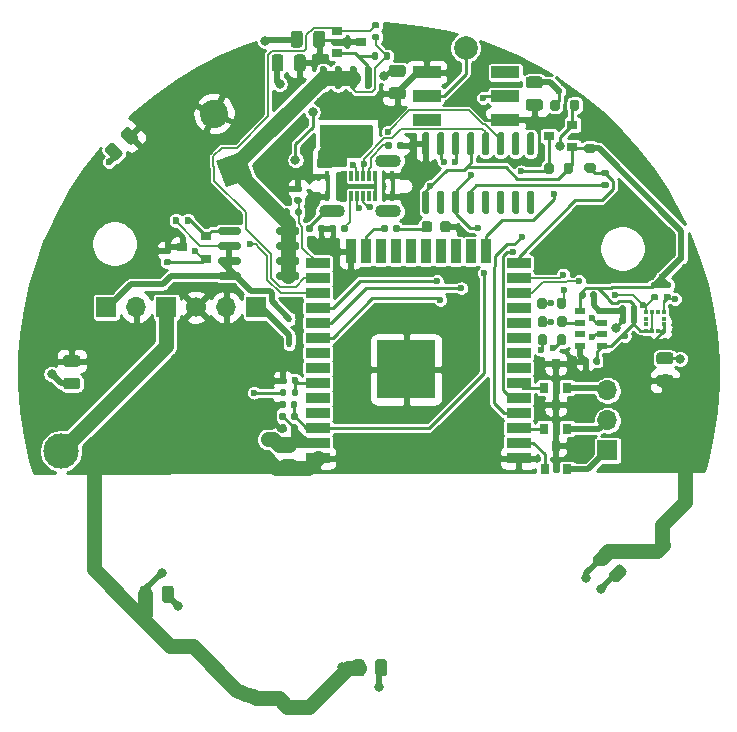
<source format=gbr>
%TF.GenerationSoftware,KiCad,Pcbnew,(5.1.10)-1*%
%TF.CreationDate,2021-12-05T21:12:04-05:00*%
%TF.ProjectId,poi_PCB,706f695f-5043-4422-9e6b-696361645f70,rev?*%
%TF.SameCoordinates,Original*%
%TF.FileFunction,Copper,L2,Bot*%
%TF.FilePolarity,Positive*%
%FSLAX46Y46*%
G04 Gerber Fmt 4.6, Leading zero omitted, Abs format (unit mm)*
G04 Created by KiCad (PCBNEW (5.1.10)-1) date 2021-12-05 21:12:04*
%MOMM*%
%LPD*%
G01*
G04 APERTURE LIST*
%TA.AperFunction,SMDPad,CuDef*%
%ADD10R,0.800000X0.900000*%
%TD*%
%TA.AperFunction,ComponentPad*%
%ADD11O,1.700000X1.700000*%
%TD*%
%TA.AperFunction,ComponentPad*%
%ADD12R,1.700000X1.700000*%
%TD*%
%TA.AperFunction,SMDPad,CuDef*%
%ADD13R,0.375000X0.350000*%
%TD*%
%TA.AperFunction,SMDPad,CuDef*%
%ADD14R,0.350000X0.375000*%
%TD*%
%TA.AperFunction,ComponentPad*%
%ADD15O,2.200000X1.100000*%
%TD*%
%TA.AperFunction,SMDPad,CuDef*%
%ADD16R,0.300000X0.870000*%
%TD*%
%TA.AperFunction,SMDPad,CuDef*%
%ADD17R,2.000000X0.900000*%
%TD*%
%TA.AperFunction,SMDPad,CuDef*%
%ADD18R,0.900000X2.000000*%
%TD*%
%TA.AperFunction,SMDPad,CuDef*%
%ADD19R,5.000000X5.000000*%
%TD*%
%TA.AperFunction,ComponentPad*%
%ADD20C,2.000000*%
%TD*%
%TA.AperFunction,SMDPad,CuDef*%
%ADD21R,2.350000X1.000000*%
%TD*%
%TA.AperFunction,SMDPad,CuDef*%
%ADD22R,0.900000X0.600000*%
%TD*%
%TA.AperFunction,SMDPad,CuDef*%
%ADD23R,0.900000X0.800000*%
%TD*%
%TA.AperFunction,SMDPad,CuDef*%
%ADD24R,0.450000X0.600000*%
%TD*%
%TA.AperFunction,ComponentPad*%
%ADD25C,2.400000*%
%TD*%
%TA.AperFunction,ComponentPad*%
%ADD26C,0.100000*%
%TD*%
%TA.AperFunction,ComponentPad*%
%ADD27C,1.700000*%
%TD*%
%TA.AperFunction,ComponentPad*%
%ADD28C,3.000000*%
%TD*%
%TA.AperFunction,ViaPad*%
%ADD29C,0.600000*%
%TD*%
%TA.AperFunction,ViaPad*%
%ADD30C,0.800000*%
%TD*%
%TA.AperFunction,Conductor*%
%ADD31C,0.508000*%
%TD*%
%TA.AperFunction,Conductor*%
%ADD32C,0.254000*%
%TD*%
%TA.AperFunction,Conductor*%
%ADD33C,0.127000*%
%TD*%
%TA.AperFunction,Conductor*%
%ADD34C,1.270000*%
%TD*%
%TA.AperFunction,Conductor*%
%ADD35C,0.100000*%
%TD*%
G04 APERTURE END LIST*
D10*
%TO.P,Q8,3*%
%TO.N,GND*%
X123373940Y-83705740D03*
%TO.P,Q8,2*%
%TO.N,/BLUE*%
X122423940Y-85705740D03*
%TO.P,Q8,1*%
%TO.N,Net-(J1-Pad1)*%
X124323940Y-85705740D03*
%TD*%
%TO.P,Q7,3*%
%TO.N,GND*%
X123356160Y-80253880D03*
%TO.P,Q7,2*%
%TO.N,/GREEN*%
X122406160Y-82253880D03*
%TO.P,Q7,1*%
%TO.N,Net-(J1-Pad2)*%
X124306160Y-82253880D03*
%TD*%
%TO.P,Q6,3*%
%TO.N,GND*%
X123356160Y-76789320D03*
%TO.P,Q6,2*%
%TO.N,/RED*%
X122406160Y-78789320D03*
%TO.P,Q6,1*%
%TO.N,Net-(J1-Pad3)*%
X124306160Y-78789320D03*
%TD*%
D11*
%TO.P,J1,3*%
%TO.N,Net-(J1-Pad3)*%
X127735120Y-79023760D03*
%TO.P,J1,2*%
%TO.N,Net-(J1-Pad2)*%
X127735120Y-81563760D03*
D12*
%TO.P,J1,1*%
%TO.N,Net-(J1-Pad1)*%
X127735120Y-84103760D03*
%TD*%
D13*
%TO.P,U5,12*%
%TO.N,N/C*%
X130993440Y-72941920D03*
%TO.P,U5,11*%
X130993440Y-73441920D03*
%TO.P,U5,6*%
%TO.N,GND*%
X132518440Y-73441920D03*
%TO.P,U5,5*%
%TO.N,N/C*%
X132518440Y-72941920D03*
D14*
%TO.P,U5,10*%
%TO.N,+3V3*%
X131005940Y-73954420D03*
%TO.P,U5,1*%
%TO.N,/SCL*%
X131005940Y-72429420D03*
%TO.P,U5,7*%
%TO.N,GND*%
X132505940Y-73954420D03*
%TO.P,U5,4*%
%TO.N,/SDA*%
X132505940Y-72429420D03*
%TO.P,U5,8*%
%TO.N,GND*%
X132005940Y-73954420D03*
%TO.P,U5,9*%
%TO.N,+3V3*%
X131505940Y-73954420D03*
%TO.P,U5,3*%
%TO.N,N/C*%
X132005940Y-72429420D03*
%TO.P,U5,2*%
%TO.N,+3V3*%
X131505940Y-72429420D03*
%TD*%
D15*
%TO.P,J4,S1*%
%TO.N,/SHIELD*%
X104386000Y-63864000D03*
X104386000Y-59564000D03*
%TO.P,J4,S3*%
%TO.N,N/C*%
X109186000Y-63864000D03*
%TO.P,J4,S4*%
X109186000Y-59564000D03*
D16*
%TO.P,J4,A1*%
%TO.N,GND*%
X104036000Y-62579000D03*
%TO.P,J4,A12*%
X109536000Y-62579000D03*
%TO.P,J4,A6*%
%TO.N,/D+*%
X106536000Y-62579000D03*
%TO.P,J4,A7*%
%TO.N,/D-*%
X107036000Y-62579000D03*
%TO.P,J4,A5*%
%TO.N,Net-(J4-PadA5)*%
X106036000Y-62579000D03*
%TO.P,J4,A4*%
%TO.N,/VBUS*%
X105536000Y-62579000D03*
%TO.P,J4,A8*%
%TO.N,N/C*%
X107536000Y-62579000D03*
%TO.P,J4,A9*%
%TO.N,/VBUS*%
X108036000Y-62579000D03*
%TO.P,J4,B12*%
%TO.N,GND*%
X104036000Y-60849000D03*
%TO.P,J4,B1*%
X109536000Y-60849000D03*
%TO.P,J4,B7*%
%TO.N,/D-*%
X106536000Y-60849000D03*
%TO.P,J4,B6*%
%TO.N,/D+*%
X107036000Y-60849000D03*
%TO.P,J4,B8*%
%TO.N,N/C*%
X106036000Y-60849000D03*
%TO.P,J4,B9*%
%TO.N,/VBUS*%
X105536000Y-60849000D03*
%TO.P,J4,B5*%
%TO.N,Net-(J4-PadB5)*%
X107536000Y-60849000D03*
%TO.P,J4,B4*%
%TO.N,/VBUS*%
X108036000Y-60849000D03*
%TD*%
D17*
%TO.P,U1,38*%
%TO.N,GND*%
X120210000Y-84754000D03*
%TO.P,U1,37*%
%TO.N,/BLUE*%
X120210000Y-83484000D03*
%TO.P,U1,36*%
%TO.N,/GREEN*%
X120210000Y-82214000D03*
%TO.P,U1,35*%
%TO.N,/RXD*%
X120210000Y-80944000D03*
%TO.P,U1,34*%
%TO.N,/TXD*%
X120210000Y-79674000D03*
%TO.P,U1,33*%
%TO.N,/RED*%
X120210000Y-78404000D03*
%TO.P,U1,32*%
%TO.N,N/C*%
X120210000Y-77134000D03*
%TO.P,U1,31*%
X120210000Y-75864000D03*
%TO.P,U1,30*%
X120210000Y-74594000D03*
%TO.P,U1,29*%
X120210000Y-73324000D03*
%TO.P,U1,28*%
X120210000Y-72054000D03*
%TO.P,U1,27*%
%TO.N,/SDA*%
X120210000Y-70784000D03*
%TO.P,U1,26*%
%TO.N,/SCL*%
X120210000Y-69514000D03*
%TO.P,U1,25*%
%TO.N,/GPIO0*%
X120210000Y-68244000D03*
D18*
%TO.P,U1,24*%
%TO.N,/LED_SIG_3.3*%
X117425000Y-67244000D03*
%TO.P,U1,23*%
%TO.N,N/C*%
X116155000Y-67244000D03*
%TO.P,U1,22*%
X114885000Y-67244000D03*
%TO.P,U1,21*%
X113615000Y-67244000D03*
%TO.P,U1,20*%
X112345000Y-67244000D03*
%TO.P,U1,19*%
X111075000Y-67244000D03*
%TO.P,U1,18*%
X109805000Y-67244000D03*
%TO.P,U1,17*%
X108535000Y-67244000D03*
%TO.P,U1,16*%
%TO.N,Net-(R5-Pad2)*%
X107265000Y-67244000D03*
%TO.P,U1,15*%
%TO.N,GND*%
X105995000Y-67244000D03*
D17*
%TO.P,U1,14*%
%TO.N,/CAP_VSENSE*%
X103210000Y-68244000D03*
%TO.P,U1,13*%
%TO.N,/FIRE_L*%
X103210000Y-69514000D03*
%TO.P,U1,12*%
%TO.N,/CHARGE_CAP_EN*%
X103210000Y-70784000D03*
%TO.P,U1,11*%
%TO.N,/BCLK*%
X103210000Y-72054000D03*
%TO.P,U1,10*%
%TO.N,/WS*%
X103210000Y-73324000D03*
%TO.P,U1,9*%
%TO.N,/D_OUT_I2S*%
X103210000Y-74594000D03*
%TO.P,U1,8*%
%TO.N,N/C*%
X103210000Y-75864000D03*
%TO.P,U1,7*%
X103210000Y-77134000D03*
%TO.P,U1,6*%
%TO.N,/BAT_VSENSE*%
X103210000Y-78404000D03*
%TO.P,U1,5*%
%TO.N,N/C*%
X103210000Y-79674000D03*
%TO.P,U1,4*%
X103210000Y-80944000D03*
%TO.P,U1,3*%
%TO.N,/RST*%
X103210000Y-82214000D03*
%TO.P,U1,2*%
%TO.N,+3V3*%
X103210000Y-83484000D03*
%TO.P,U1,1*%
%TO.N,GND*%
X103210000Y-84754000D03*
D19*
%TO.P,U1,39*%
X110710000Y-77254000D03*
%TD*%
%TO.P,R23,2*%
%TO.N,GND*%
%TA.AperFunction,SMDPad,CuDef*%
G36*
G01*
X101712400Y-62185400D02*
X101342400Y-62185400D01*
G75*
G02*
X101207400Y-62050400I0J135000D01*
G01*
X101207400Y-61780400D01*
G75*
G02*
X101342400Y-61645400I135000J0D01*
G01*
X101712400Y-61645400D01*
G75*
G02*
X101847400Y-61780400I0J-135000D01*
G01*
X101847400Y-62050400D01*
G75*
G02*
X101712400Y-62185400I-135000J0D01*
G01*
G37*
%TD.AperFunction*%
%TO.P,R23,1*%
%TO.N,/CAP_VSENSE*%
%TA.AperFunction,SMDPad,CuDef*%
G36*
G01*
X101712400Y-63205400D02*
X101342400Y-63205400D01*
G75*
G02*
X101207400Y-63070400I0J135000D01*
G01*
X101207400Y-62800400D01*
G75*
G02*
X101342400Y-62665400I135000J0D01*
G01*
X101712400Y-62665400D01*
G75*
G02*
X101847400Y-62800400I0J-135000D01*
G01*
X101847400Y-63070400D01*
G75*
G02*
X101712400Y-63205400I-135000J0D01*
G01*
G37*
%TD.AperFunction*%
%TD*%
%TO.P,R22,2*%
%TO.N,/CAP_VSENSE*%
%TA.AperFunction,SMDPad,CuDef*%
G36*
G01*
X101312200Y-64111000D02*
X101312200Y-63741000D01*
G75*
G02*
X101447200Y-63606000I135000J0D01*
G01*
X101717200Y-63606000D01*
G75*
G02*
X101852200Y-63741000I0J-135000D01*
G01*
X101852200Y-64111000D01*
G75*
G02*
X101717200Y-64246000I-135000J0D01*
G01*
X101447200Y-64246000D01*
G75*
G02*
X101312200Y-64111000I0J135000D01*
G01*
G37*
%TD.AperFunction*%
%TO.P,R22,1*%
%TO.N,Net-(C4-Pad1)*%
%TA.AperFunction,SMDPad,CuDef*%
G36*
G01*
X100292200Y-64111000D02*
X100292200Y-63741000D01*
G75*
G02*
X100427200Y-63606000I135000J0D01*
G01*
X100697200Y-63606000D01*
G75*
G02*
X100832200Y-63741000I0J-135000D01*
G01*
X100832200Y-64111000D01*
G75*
G02*
X100697200Y-64246000I-135000J0D01*
G01*
X100427200Y-64246000D01*
G75*
G02*
X100292200Y-64111000I0J135000D01*
G01*
G37*
%TD.AperFunction*%
%TD*%
%TO.P,R21,2*%
%TO.N,GND*%
%TA.AperFunction,SMDPad,CuDef*%
G36*
G01*
X100525400Y-77990400D02*
X100525400Y-78360400D01*
G75*
G02*
X100390400Y-78495400I-135000J0D01*
G01*
X100120400Y-78495400D01*
G75*
G02*
X99985400Y-78360400I0J135000D01*
G01*
X99985400Y-77990400D01*
G75*
G02*
X100120400Y-77855400I135000J0D01*
G01*
X100390400Y-77855400D01*
G75*
G02*
X100525400Y-77990400I0J-135000D01*
G01*
G37*
%TD.AperFunction*%
%TO.P,R21,1*%
%TO.N,/BAT_VSENSE*%
%TA.AperFunction,SMDPad,CuDef*%
G36*
G01*
X101545400Y-77990400D02*
X101545400Y-78360400D01*
G75*
G02*
X101410400Y-78495400I-135000J0D01*
G01*
X101140400Y-78495400D01*
G75*
G02*
X101005400Y-78360400I0J135000D01*
G01*
X101005400Y-77990400D01*
G75*
G02*
X101140400Y-77855400I135000J0D01*
G01*
X101410400Y-77855400D01*
G75*
G02*
X101545400Y-77990400I0J-135000D01*
G01*
G37*
%TD.AperFunction*%
%TD*%
%TO.P,R16,2*%
%TO.N,/BAT_VSENSE*%
%TA.AperFunction,SMDPad,CuDef*%
G36*
G01*
X101020601Y-79389399D02*
X101020601Y-79019399D01*
G75*
G02*
X101155601Y-78884399I135000J0D01*
G01*
X101425601Y-78884399D01*
G75*
G02*
X101560601Y-79019399I0J-135000D01*
G01*
X101560601Y-79389399D01*
G75*
G02*
X101425601Y-79524399I-135000J0D01*
G01*
X101155601Y-79524399D01*
G75*
G02*
X101020601Y-79389399I0J135000D01*
G01*
G37*
%TD.AperFunction*%
%TO.P,R16,1*%
%TO.N,+BATT*%
%TA.AperFunction,SMDPad,CuDef*%
G36*
G01*
X100000601Y-79389399D02*
X100000601Y-79019399D01*
G75*
G02*
X100135601Y-78884399I135000J0D01*
G01*
X100405601Y-78884399D01*
G75*
G02*
X100540601Y-79019399I0J-135000D01*
G01*
X100540601Y-79389399D01*
G75*
G02*
X100405601Y-79524399I-135000J0D01*
G01*
X100135601Y-79524399D01*
G75*
G02*
X100000601Y-79389399I0J135000D01*
G01*
G37*
%TD.AperFunction*%
%TD*%
D20*
%TO.P,TP1,1*%
%TO.N,/5V_EN_L*%
X115726000Y-50032200D03*
%TD*%
D21*
%TO.P,SW3,3*%
%TO.N,GND*%
X119084500Y-56093500D03*
%TO.P,SW3,6*%
%TO.N,N/C*%
X112434500Y-56093500D03*
%TO.P,SW3,2*%
%TO.N,/RST*%
X119084500Y-54093500D03*
%TO.P,SW3,5*%
%TO.N,/5V_EN_L*%
X112434500Y-54093500D03*
%TO.P,SW3,1*%
%TO.N,N/C*%
X119084500Y-52093500D03*
%TO.P,SW3,4*%
%TO.N,GND*%
X112434500Y-52093500D03*
%TD*%
D22*
%TO.P,MK1,1*%
%TO.N,GND*%
X125418600Y-75281200D03*
%TO.P,MK1,2*%
%TO.N,N/C*%
X125418600Y-74281200D03*
%TO.P,MK1,3*%
%TO.N,Net-(MK1-Pad3)*%
X125418600Y-73281200D03*
%TO.P,MK1,4*%
%TO.N,+3V3*%
X125418600Y-72281200D03*
%TO.P,MK1,5*%
%TO.N,GND*%
X127318600Y-72281200D03*
%TO.P,MK1,6*%
%TO.N,Net-(MK1-Pad6)*%
X127318600Y-73281200D03*
%TO.P,MK1,7*%
%TO.N,Net-(MK1-Pad7)*%
X127318600Y-74281200D03*
%TO.P,MK1,8*%
%TO.N,+3V3*%
X127318600Y-75281200D03*
%TD*%
D23*
%TO.P,Q4,3*%
%TO.N,GND*%
X106836000Y-49514000D03*
%TO.P,Q4,2*%
%TO.N,/FIRE_L*%
X104836000Y-48564000D03*
%TO.P,Q4,1*%
%TO.N,Net-(Q4-Pad1)*%
X104836000Y-50464000D03*
%TD*%
%TO.P,Q2,3*%
%TO.N,GND*%
X91739000Y-66923200D03*
%TO.P,Q2,2*%
%TO.N,/CHARGE_CAP_EN*%
X93739000Y-67873200D03*
%TO.P,Q2,1*%
%TO.N,Net-(Q1-Pad4)*%
X93739000Y-65973200D03*
%TD*%
%TO.P,R20,2*%
%TO.N,/SCL*%
%TA.AperFunction,SMDPad,CuDef*%
G36*
G01*
X131543000Y-70865980D02*
X131913000Y-70865980D01*
G75*
G02*
X132048000Y-71000980I0J-135000D01*
G01*
X132048000Y-71270980D01*
G75*
G02*
X131913000Y-71405980I-135000J0D01*
G01*
X131543000Y-71405980D01*
G75*
G02*
X131408000Y-71270980I0J135000D01*
G01*
X131408000Y-71000980D01*
G75*
G02*
X131543000Y-70865980I135000J0D01*
G01*
G37*
%TD.AperFunction*%
%TO.P,R20,1*%
%TO.N,+3V3*%
%TA.AperFunction,SMDPad,CuDef*%
G36*
G01*
X131543000Y-69845980D02*
X131913000Y-69845980D01*
G75*
G02*
X132048000Y-69980980I0J-135000D01*
G01*
X132048000Y-70250980D01*
G75*
G02*
X131913000Y-70385980I-135000J0D01*
G01*
X131543000Y-70385980D01*
G75*
G02*
X131408000Y-70250980I0J135000D01*
G01*
X131408000Y-69980980D01*
G75*
G02*
X131543000Y-69845980I135000J0D01*
G01*
G37*
%TD.AperFunction*%
%TD*%
%TO.P,R19,2*%
%TO.N,/SDA*%
%TA.AperFunction,SMDPad,CuDef*%
G36*
G01*
X132622500Y-70848200D02*
X132992500Y-70848200D01*
G75*
G02*
X133127500Y-70983200I0J-135000D01*
G01*
X133127500Y-71253200D01*
G75*
G02*
X132992500Y-71388200I-135000J0D01*
G01*
X132622500Y-71388200D01*
G75*
G02*
X132487500Y-71253200I0J135000D01*
G01*
X132487500Y-70983200D01*
G75*
G02*
X132622500Y-70848200I135000J0D01*
G01*
G37*
%TD.AperFunction*%
%TO.P,R19,1*%
%TO.N,+3V3*%
%TA.AperFunction,SMDPad,CuDef*%
G36*
G01*
X132622500Y-69828200D02*
X132992500Y-69828200D01*
G75*
G02*
X133127500Y-69963200I0J-135000D01*
G01*
X133127500Y-70233200D01*
G75*
G02*
X132992500Y-70368200I-135000J0D01*
G01*
X132622500Y-70368200D01*
G75*
G02*
X132487500Y-70233200I0J135000D01*
G01*
X132487500Y-69963200D01*
G75*
G02*
X132622500Y-69828200I135000J0D01*
G01*
G37*
%TD.AperFunction*%
%TD*%
%TO.P,C15,2*%
%TO.N,GND*%
%TA.AperFunction,SMDPad,CuDef*%
G36*
G01*
X129292800Y-72925400D02*
X129292800Y-73265400D01*
G75*
G02*
X129152800Y-73405400I-140000J0D01*
G01*
X128872800Y-73405400D01*
G75*
G02*
X128732800Y-73265400I0J140000D01*
G01*
X128732800Y-72925400D01*
G75*
G02*
X128872800Y-72785400I140000J0D01*
G01*
X129152800Y-72785400D01*
G75*
G02*
X129292800Y-72925400I0J-140000D01*
G01*
G37*
%TD.AperFunction*%
%TO.P,C15,1*%
%TO.N,+3V3*%
%TA.AperFunction,SMDPad,CuDef*%
G36*
G01*
X130252800Y-72925400D02*
X130252800Y-73265400D01*
G75*
G02*
X130112800Y-73405400I-140000J0D01*
G01*
X129832800Y-73405400D01*
G75*
G02*
X129692800Y-73265400I0J140000D01*
G01*
X129692800Y-72925400D01*
G75*
G02*
X129832800Y-72785400I140000J0D01*
G01*
X130112800Y-72785400D01*
G75*
G02*
X130252800Y-72925400I0J-140000D01*
G01*
G37*
%TD.AperFunction*%
%TD*%
%TO.P,C13,2*%
%TO.N,GND*%
%TA.AperFunction,SMDPad,CuDef*%
G36*
G01*
X129292800Y-71960200D02*
X129292800Y-72300200D01*
G75*
G02*
X129152800Y-72440200I-140000J0D01*
G01*
X128872800Y-72440200D01*
G75*
G02*
X128732800Y-72300200I0J140000D01*
G01*
X128732800Y-71960200D01*
G75*
G02*
X128872800Y-71820200I140000J0D01*
G01*
X129152800Y-71820200D01*
G75*
G02*
X129292800Y-71960200I0J-140000D01*
G01*
G37*
%TD.AperFunction*%
%TO.P,C13,1*%
%TO.N,+3V3*%
%TA.AperFunction,SMDPad,CuDef*%
G36*
G01*
X130252800Y-71960200D02*
X130252800Y-72300200D01*
G75*
G02*
X130112800Y-72440200I-140000J0D01*
G01*
X129832800Y-72440200D01*
G75*
G02*
X129692800Y-72300200I0J140000D01*
G01*
X129692800Y-71960200D01*
G75*
G02*
X129832800Y-71820200I140000J0D01*
G01*
X130112800Y-71820200D01*
G75*
G02*
X130252800Y-71960200I0J-140000D01*
G01*
G37*
%TD.AperFunction*%
%TD*%
%TO.P,R18,2*%
%TO.N,Net-(Q4-Pad1)*%
%TA.AperFunction,SMDPad,CuDef*%
G36*
G01*
X108323200Y-50533000D02*
X108323200Y-50903000D01*
G75*
G02*
X108188200Y-51038000I-135000J0D01*
G01*
X107918200Y-51038000D01*
G75*
G02*
X107783200Y-50903000I0J135000D01*
G01*
X107783200Y-50533000D01*
G75*
G02*
X107918200Y-50398000I135000J0D01*
G01*
X108188200Y-50398000D01*
G75*
G02*
X108323200Y-50533000I0J-135000D01*
G01*
G37*
%TD.AperFunction*%
%TO.P,R18,1*%
%TO.N,Net-(C4-Pad1)*%
%TA.AperFunction,SMDPad,CuDef*%
G36*
G01*
X109343200Y-50533000D02*
X109343200Y-50903000D01*
G75*
G02*
X109208200Y-51038000I-135000J0D01*
G01*
X108938200Y-51038000D01*
G75*
G02*
X108803200Y-50903000I0J135000D01*
G01*
X108803200Y-50533000D01*
G75*
G02*
X108938200Y-50398000I135000J0D01*
G01*
X109208200Y-50398000D01*
G75*
G02*
X109343200Y-50533000I0J-135000D01*
G01*
G37*
%TD.AperFunction*%
%TD*%
%TO.P,R17,2*%
%TO.N,Net-(C4-Pad1)*%
%TA.AperFunction,SMDPad,CuDef*%
G36*
G01*
X107921000Y-48849800D02*
X108291000Y-48849800D01*
G75*
G02*
X108426000Y-48984800I0J-135000D01*
G01*
X108426000Y-49254800D01*
G75*
G02*
X108291000Y-49389800I-135000J0D01*
G01*
X107921000Y-49389800D01*
G75*
G02*
X107786000Y-49254800I0J135000D01*
G01*
X107786000Y-48984800D01*
G75*
G02*
X107921000Y-48849800I135000J0D01*
G01*
G37*
%TD.AperFunction*%
%TO.P,R17,1*%
%TO.N,/FIRE_L*%
%TA.AperFunction,SMDPad,CuDef*%
G36*
G01*
X107921000Y-47829800D02*
X108291000Y-47829800D01*
G75*
G02*
X108426000Y-47964800I0J-135000D01*
G01*
X108426000Y-48234800D01*
G75*
G02*
X108291000Y-48369800I-135000J0D01*
G01*
X107921000Y-48369800D01*
G75*
G02*
X107786000Y-48234800I0J135000D01*
G01*
X107786000Y-47964800D01*
G75*
G02*
X107921000Y-47829800I135000J0D01*
G01*
G37*
%TD.AperFunction*%
%TD*%
%TO.P,R13,2*%
%TO.N,/CHARGE_CAP_EN*%
%TA.AperFunction,SMDPad,CuDef*%
G36*
G01*
X90293400Y-67899800D02*
X90663400Y-67899800D01*
G75*
G02*
X90798400Y-68034800I0J-135000D01*
G01*
X90798400Y-68304800D01*
G75*
G02*
X90663400Y-68439800I-135000J0D01*
G01*
X90293400Y-68439800D01*
G75*
G02*
X90158400Y-68304800I0J135000D01*
G01*
X90158400Y-68034800D01*
G75*
G02*
X90293400Y-67899800I135000J0D01*
G01*
G37*
%TD.AperFunction*%
%TO.P,R13,1*%
%TO.N,GND*%
%TA.AperFunction,SMDPad,CuDef*%
G36*
G01*
X90293400Y-66879800D02*
X90663400Y-66879800D01*
G75*
G02*
X90798400Y-67014800I0J-135000D01*
G01*
X90798400Y-67284800D01*
G75*
G02*
X90663400Y-67419800I-135000J0D01*
G01*
X90293400Y-67419800D01*
G75*
G02*
X90158400Y-67284800I0J135000D01*
G01*
X90158400Y-67014800D01*
G75*
G02*
X90293400Y-66879800I135000J0D01*
G01*
G37*
%TD.AperFunction*%
%TD*%
%TO.P,R11,2*%
%TO.N,Net-(Q1-Pad4)*%
%TA.AperFunction,SMDPad,CuDef*%
G36*
G01*
X91937600Y-64822200D02*
X91937600Y-64452200D01*
G75*
G02*
X92072600Y-64317200I135000J0D01*
G01*
X92342600Y-64317200D01*
G75*
G02*
X92477600Y-64452200I0J-135000D01*
G01*
X92477600Y-64822200D01*
G75*
G02*
X92342600Y-64957200I-135000J0D01*
G01*
X92072600Y-64957200D01*
G75*
G02*
X91937600Y-64822200I0J135000D01*
G01*
G37*
%TD.AperFunction*%
%TO.P,R11,1*%
%TO.N,+5V*%
%TA.AperFunction,SMDPad,CuDef*%
G36*
G01*
X90917600Y-64822200D02*
X90917600Y-64452200D01*
G75*
G02*
X91052600Y-64317200I135000J0D01*
G01*
X91322600Y-64317200D01*
G75*
G02*
X91457600Y-64452200I0J-135000D01*
G01*
X91457600Y-64822200D01*
G75*
G02*
X91322600Y-64957200I-135000J0D01*
G01*
X91052600Y-64957200D01*
G75*
G02*
X90917600Y-64822200I0J135000D01*
G01*
G37*
%TD.AperFunction*%
%TD*%
D24*
%TO.P,D10,2*%
%TO.N,/VBUS*%
X100786000Y-75064000D03*
%TO.P,D10,1*%
%TO.N,+5V*%
X100786000Y-72964000D03*
%TD*%
%TO.P,Q5,8*%
%TO.N,/SHIELD*%
%TA.AperFunction,SMDPad,CuDef*%
G36*
G01*
X103511000Y-56514000D02*
X103811000Y-56514000D01*
G75*
G02*
X103961000Y-56664000I0J-150000D01*
G01*
X103961000Y-58314000D01*
G75*
G02*
X103811000Y-58464000I-150000J0D01*
G01*
X103511000Y-58464000D01*
G75*
G02*
X103361000Y-58314000I0J150000D01*
G01*
X103361000Y-56664000D01*
G75*
G02*
X103511000Y-56514000I150000J0D01*
G01*
G37*
%TD.AperFunction*%
%TO.P,Q5,7*%
%TA.AperFunction,SMDPad,CuDef*%
G36*
G01*
X104781000Y-56514000D02*
X105081000Y-56514000D01*
G75*
G02*
X105231000Y-56664000I0J-150000D01*
G01*
X105231000Y-58314000D01*
G75*
G02*
X105081000Y-58464000I-150000J0D01*
G01*
X104781000Y-58464000D01*
G75*
G02*
X104631000Y-58314000I0J150000D01*
G01*
X104631000Y-56664000D01*
G75*
G02*
X104781000Y-56514000I150000J0D01*
G01*
G37*
%TD.AperFunction*%
%TO.P,Q5,6*%
%TA.AperFunction,SMDPad,CuDef*%
G36*
G01*
X106051000Y-56514000D02*
X106351000Y-56514000D01*
G75*
G02*
X106501000Y-56664000I0J-150000D01*
G01*
X106501000Y-58314000D01*
G75*
G02*
X106351000Y-58464000I-150000J0D01*
G01*
X106051000Y-58464000D01*
G75*
G02*
X105901000Y-58314000I0J150000D01*
G01*
X105901000Y-56664000D01*
G75*
G02*
X106051000Y-56514000I150000J0D01*
G01*
G37*
%TD.AperFunction*%
%TO.P,Q5,5*%
%TA.AperFunction,SMDPad,CuDef*%
G36*
G01*
X107321000Y-56514000D02*
X107621000Y-56514000D01*
G75*
G02*
X107771000Y-56664000I0J-150000D01*
G01*
X107771000Y-58314000D01*
G75*
G02*
X107621000Y-58464000I-150000J0D01*
G01*
X107321000Y-58464000D01*
G75*
G02*
X107171000Y-58314000I0J150000D01*
G01*
X107171000Y-56664000D01*
G75*
G02*
X107321000Y-56514000I150000J0D01*
G01*
G37*
%TD.AperFunction*%
%TO.P,Q5,4*%
%TO.N,Net-(Q4-Pad1)*%
%TA.AperFunction,SMDPad,CuDef*%
G36*
G01*
X107321000Y-51564000D02*
X107621000Y-51564000D01*
G75*
G02*
X107771000Y-51714000I0J-150000D01*
G01*
X107771000Y-53364000D01*
G75*
G02*
X107621000Y-53514000I-150000J0D01*
G01*
X107321000Y-53514000D01*
G75*
G02*
X107171000Y-53364000I0J150000D01*
G01*
X107171000Y-51714000D01*
G75*
G02*
X107321000Y-51564000I150000J0D01*
G01*
G37*
%TD.AperFunction*%
%TO.P,Q5,3*%
%TO.N,Net-(C4-Pad1)*%
%TA.AperFunction,SMDPad,CuDef*%
G36*
G01*
X106051000Y-51564000D02*
X106351000Y-51564000D01*
G75*
G02*
X106501000Y-51714000I0J-150000D01*
G01*
X106501000Y-53364000D01*
G75*
G02*
X106351000Y-53514000I-150000J0D01*
G01*
X106051000Y-53514000D01*
G75*
G02*
X105901000Y-53364000I0J150000D01*
G01*
X105901000Y-51714000D01*
G75*
G02*
X106051000Y-51564000I150000J0D01*
G01*
G37*
%TD.AperFunction*%
%TO.P,Q5,2*%
%TA.AperFunction,SMDPad,CuDef*%
G36*
G01*
X104781000Y-51564000D02*
X105081000Y-51564000D01*
G75*
G02*
X105231000Y-51714000I0J-150000D01*
G01*
X105231000Y-53364000D01*
G75*
G02*
X105081000Y-53514000I-150000J0D01*
G01*
X104781000Y-53514000D01*
G75*
G02*
X104631000Y-53364000I0J150000D01*
G01*
X104631000Y-51714000D01*
G75*
G02*
X104781000Y-51564000I150000J0D01*
G01*
G37*
%TD.AperFunction*%
%TO.P,Q5,1*%
%TA.AperFunction,SMDPad,CuDef*%
G36*
G01*
X103511000Y-51564000D02*
X103811000Y-51564000D01*
G75*
G02*
X103961000Y-51714000I0J-150000D01*
G01*
X103961000Y-53364000D01*
G75*
G02*
X103811000Y-53514000I-150000J0D01*
G01*
X103511000Y-53514000D01*
G75*
G02*
X103361000Y-53364000I0J150000D01*
G01*
X103361000Y-51714000D01*
G75*
G02*
X103511000Y-51564000I150000J0D01*
G01*
G37*
%TD.AperFunction*%
%TD*%
%TO.P,Q1,8*%
%TO.N,Net-(C4-Pad1)*%
%TA.AperFunction,SMDPad,CuDef*%
G36*
G01*
X99700000Y-69486200D02*
X99700000Y-69186200D01*
G75*
G02*
X99850000Y-69036200I150000J0D01*
G01*
X101500000Y-69036200D01*
G75*
G02*
X101650000Y-69186200I0J-150000D01*
G01*
X101650000Y-69486200D01*
G75*
G02*
X101500000Y-69636200I-150000J0D01*
G01*
X99850000Y-69636200D01*
G75*
G02*
X99700000Y-69486200I0J150000D01*
G01*
G37*
%TD.AperFunction*%
%TO.P,Q1,7*%
%TA.AperFunction,SMDPad,CuDef*%
G36*
G01*
X99700000Y-68216200D02*
X99700000Y-67916200D01*
G75*
G02*
X99850000Y-67766200I150000J0D01*
G01*
X101500000Y-67766200D01*
G75*
G02*
X101650000Y-67916200I0J-150000D01*
G01*
X101650000Y-68216200D01*
G75*
G02*
X101500000Y-68366200I-150000J0D01*
G01*
X99850000Y-68366200D01*
G75*
G02*
X99700000Y-68216200I0J150000D01*
G01*
G37*
%TD.AperFunction*%
%TO.P,Q1,6*%
%TA.AperFunction,SMDPad,CuDef*%
G36*
G01*
X99700000Y-66946200D02*
X99700000Y-66646200D01*
G75*
G02*
X99850000Y-66496200I150000J0D01*
G01*
X101500000Y-66496200D01*
G75*
G02*
X101650000Y-66646200I0J-150000D01*
G01*
X101650000Y-66946200D01*
G75*
G02*
X101500000Y-67096200I-150000J0D01*
G01*
X99850000Y-67096200D01*
G75*
G02*
X99700000Y-66946200I0J150000D01*
G01*
G37*
%TD.AperFunction*%
%TO.P,Q1,5*%
%TA.AperFunction,SMDPad,CuDef*%
G36*
G01*
X99700000Y-65676200D02*
X99700000Y-65376200D01*
G75*
G02*
X99850000Y-65226200I150000J0D01*
G01*
X101500000Y-65226200D01*
G75*
G02*
X101650000Y-65376200I0J-150000D01*
G01*
X101650000Y-65676200D01*
G75*
G02*
X101500000Y-65826200I-150000J0D01*
G01*
X99850000Y-65826200D01*
G75*
G02*
X99700000Y-65676200I0J150000D01*
G01*
G37*
%TD.AperFunction*%
%TO.P,Q1,4*%
%TO.N,Net-(Q1-Pad4)*%
%TA.AperFunction,SMDPad,CuDef*%
G36*
G01*
X94750000Y-65676200D02*
X94750000Y-65376200D01*
G75*
G02*
X94900000Y-65226200I150000J0D01*
G01*
X96550000Y-65226200D01*
G75*
G02*
X96700000Y-65376200I0J-150000D01*
G01*
X96700000Y-65676200D01*
G75*
G02*
X96550000Y-65826200I-150000J0D01*
G01*
X94900000Y-65826200D01*
G75*
G02*
X94750000Y-65676200I0J150000D01*
G01*
G37*
%TD.AperFunction*%
%TO.P,Q1,3*%
%TO.N,+5V*%
%TA.AperFunction,SMDPad,CuDef*%
G36*
G01*
X94750000Y-66946200D02*
X94750000Y-66646200D01*
G75*
G02*
X94900000Y-66496200I150000J0D01*
G01*
X96550000Y-66496200D01*
G75*
G02*
X96700000Y-66646200I0J-150000D01*
G01*
X96700000Y-66946200D01*
G75*
G02*
X96550000Y-67096200I-150000J0D01*
G01*
X94900000Y-67096200D01*
G75*
G02*
X94750000Y-66946200I0J150000D01*
G01*
G37*
%TD.AperFunction*%
%TO.P,Q1,2*%
%TA.AperFunction,SMDPad,CuDef*%
G36*
G01*
X94750000Y-68216200D02*
X94750000Y-67916200D01*
G75*
G02*
X94900000Y-67766200I150000J0D01*
G01*
X96550000Y-67766200D01*
G75*
G02*
X96700000Y-67916200I0J-150000D01*
G01*
X96700000Y-68216200D01*
G75*
G02*
X96550000Y-68366200I-150000J0D01*
G01*
X94900000Y-68366200D01*
G75*
G02*
X94750000Y-68216200I0J150000D01*
G01*
G37*
%TD.AperFunction*%
%TO.P,Q1,1*%
%TA.AperFunction,SMDPad,CuDef*%
G36*
G01*
X94750000Y-69486200D02*
X94750000Y-69186200D01*
G75*
G02*
X94900000Y-69036200I150000J0D01*
G01*
X96550000Y-69036200D01*
G75*
G02*
X96700000Y-69186200I0J-150000D01*
G01*
X96700000Y-69486200D01*
G75*
G02*
X96550000Y-69636200I-150000J0D01*
G01*
X94900000Y-69636200D01*
G75*
G02*
X94750000Y-69486200I0J150000D01*
G01*
G37*
%TD.AperFunction*%
%TD*%
D25*
%TO.P,C4,2*%
%TO.N,GND*%
X94440800Y-55594800D03*
%TA.AperFunction,ComponentPad*%
D26*
%TO.P,C4,1*%
%TO.N,Net-(C4-Pad1)*%
G36*
X97688956Y-61010470D02*
G01*
X95433694Y-61831318D01*
X94612846Y-59576056D01*
X96868108Y-58755208D01*
X97688956Y-61010470D01*
G37*
%TD.AperFunction*%
%TD*%
%TO.P,R9,2*%
%TO.N,Net-(MK1-Pad7)*%
%TA.AperFunction,SMDPad,CuDef*%
G36*
G01*
X123466200Y-75021400D02*
X123466200Y-74471400D01*
G75*
G02*
X123666200Y-74271400I200000J0D01*
G01*
X124066200Y-74271400D01*
G75*
G02*
X124266200Y-74471400I0J-200000D01*
G01*
X124266200Y-75021400D01*
G75*
G02*
X124066200Y-75221400I-200000J0D01*
G01*
X123666200Y-75221400D01*
G75*
G02*
X123466200Y-75021400I0J200000D01*
G01*
G37*
%TD.AperFunction*%
%TO.P,R9,1*%
%TO.N,/D_OUT_I2S*%
%TA.AperFunction,SMDPad,CuDef*%
G36*
G01*
X121816200Y-75021400D02*
X121816200Y-74471400D01*
G75*
G02*
X122016200Y-74271400I200000J0D01*
G01*
X122416200Y-74271400D01*
G75*
G02*
X122616200Y-74471400I0J-200000D01*
G01*
X122616200Y-75021400D01*
G75*
G02*
X122416200Y-75221400I-200000J0D01*
G01*
X122016200Y-75221400D01*
G75*
G02*
X121816200Y-75021400I0J200000D01*
G01*
G37*
%TD.AperFunction*%
%TD*%
%TO.P,R8,1*%
%TO.N,Net-(MK1-Pad6)*%
%TA.AperFunction,SMDPad,CuDef*%
G36*
G01*
X124253000Y-71372600D02*
X124253000Y-71922600D01*
G75*
G02*
X124053000Y-72122600I-200000J0D01*
G01*
X123653000Y-72122600D01*
G75*
G02*
X123453000Y-71922600I0J200000D01*
G01*
X123453000Y-71372600D01*
G75*
G02*
X123653000Y-71172600I200000J0D01*
G01*
X124053000Y-71172600D01*
G75*
G02*
X124253000Y-71372600I0J-200000D01*
G01*
G37*
%TD.AperFunction*%
%TO.P,R8,2*%
%TO.N,/BCLK*%
%TA.AperFunction,SMDPad,CuDef*%
G36*
G01*
X122603000Y-71372600D02*
X122603000Y-71922600D01*
G75*
G02*
X122403000Y-72122600I-200000J0D01*
G01*
X122003000Y-72122600D01*
G75*
G02*
X121803000Y-71922600I0J200000D01*
G01*
X121803000Y-71372600D01*
G75*
G02*
X122003000Y-71172600I200000J0D01*
G01*
X122403000Y-71172600D01*
G75*
G02*
X122603000Y-71372600I0J-200000D01*
G01*
G37*
%TD.AperFunction*%
%TD*%
%TO.P,R7,2*%
%TO.N,/WS*%
%TA.AperFunction,SMDPad,CuDef*%
G36*
G01*
X122641600Y-72922000D02*
X122641600Y-73472000D01*
G75*
G02*
X122441600Y-73672000I-200000J0D01*
G01*
X122041600Y-73672000D01*
G75*
G02*
X121841600Y-73472000I0J200000D01*
G01*
X121841600Y-72922000D01*
G75*
G02*
X122041600Y-72722000I200000J0D01*
G01*
X122441600Y-72722000D01*
G75*
G02*
X122641600Y-72922000I0J-200000D01*
G01*
G37*
%TD.AperFunction*%
%TO.P,R7,1*%
%TO.N,Net-(MK1-Pad3)*%
%TA.AperFunction,SMDPad,CuDef*%
G36*
G01*
X124291600Y-72922000D02*
X124291600Y-73472000D01*
G75*
G02*
X124091600Y-73672000I-200000J0D01*
G01*
X123691600Y-73672000D01*
G75*
G02*
X123491600Y-73472000I0J200000D01*
G01*
X123491600Y-72922000D01*
G75*
G02*
X123691600Y-72722000I200000J0D01*
G01*
X124091600Y-72722000D01*
G75*
G02*
X124291600Y-72922000I0J-200000D01*
G01*
G37*
%TD.AperFunction*%
%TD*%
%TO.P,R5,2*%
%TO.N,Net-(R5-Pad2)*%
%TA.AperFunction,SMDPad,CuDef*%
G36*
G01*
X109136000Y-65138000D02*
X109136000Y-65508000D01*
G75*
G02*
X109001000Y-65643000I-135000J0D01*
G01*
X108731000Y-65643000D01*
G75*
G02*
X108596000Y-65508000I0J135000D01*
G01*
X108596000Y-65138000D01*
G75*
G02*
X108731000Y-65003000I135000J0D01*
G01*
X109001000Y-65003000D01*
G75*
G02*
X109136000Y-65138000I0J-135000D01*
G01*
G37*
%TD.AperFunction*%
%TO.P,R5,1*%
%TO.N,Net-(D1-Pad2)*%
%TA.AperFunction,SMDPad,CuDef*%
G36*
G01*
X110156000Y-65138000D02*
X110156000Y-65508000D01*
G75*
G02*
X110021000Y-65643000I-135000J0D01*
G01*
X109751000Y-65643000D01*
G75*
G02*
X109616000Y-65508000I0J135000D01*
G01*
X109616000Y-65138000D01*
G75*
G02*
X109751000Y-65003000I135000J0D01*
G01*
X110021000Y-65003000D01*
G75*
G02*
X110156000Y-65138000I0J-135000D01*
G01*
G37*
%TD.AperFunction*%
%TD*%
%TO.P,D1,2*%
%TO.N,Net-(D1-Pad2)*%
%TA.AperFunction,SMDPad,CuDef*%
G36*
G01*
X112886800Y-64914350D02*
X112886800Y-65426850D01*
G75*
G02*
X112668050Y-65645600I-218750J0D01*
G01*
X112230550Y-65645600D01*
G75*
G02*
X112011800Y-65426850I0J218750D01*
G01*
X112011800Y-64914350D01*
G75*
G02*
X112230550Y-64695600I218750J0D01*
G01*
X112668050Y-64695600D01*
G75*
G02*
X112886800Y-64914350I0J-218750D01*
G01*
G37*
%TD.AperFunction*%
%TO.P,D1,1*%
%TO.N,GND*%
%TA.AperFunction,SMDPad,CuDef*%
G36*
G01*
X114461800Y-64914350D02*
X114461800Y-65426850D01*
G75*
G02*
X114243050Y-65645600I-218750J0D01*
G01*
X113805550Y-65645600D01*
G75*
G02*
X113586800Y-65426850I0J218750D01*
G01*
X113586800Y-64914350D01*
G75*
G02*
X113805550Y-64695600I218750J0D01*
G01*
X114243050Y-64695600D01*
G75*
G02*
X114461800Y-64914350I0J-218750D01*
G01*
G37*
%TD.AperFunction*%
%TD*%
%TO.P,C3,2*%
%TO.N,GND*%
%TA.AperFunction,SMDPad,CuDef*%
G36*
G01*
X126291800Y-71131800D02*
X126291800Y-70791800D01*
G75*
G02*
X126431800Y-70651800I140000J0D01*
G01*
X126711800Y-70651800D01*
G75*
G02*
X126851800Y-70791800I0J-140000D01*
G01*
X126851800Y-71131800D01*
G75*
G02*
X126711800Y-71271800I-140000J0D01*
G01*
X126431800Y-71271800D01*
G75*
G02*
X126291800Y-71131800I0J140000D01*
G01*
G37*
%TD.AperFunction*%
%TO.P,C3,1*%
%TO.N,+3V3*%
%TA.AperFunction,SMDPad,CuDef*%
G36*
G01*
X125331800Y-71131800D02*
X125331800Y-70791800D01*
G75*
G02*
X125471800Y-70651800I140000J0D01*
G01*
X125751800Y-70651800D01*
G75*
G02*
X125891800Y-70791800I0J-140000D01*
G01*
X125891800Y-71131800D01*
G75*
G02*
X125751800Y-71271800I-140000J0D01*
G01*
X125471800Y-71271800D01*
G75*
G02*
X125331800Y-71131800I0J140000D01*
G01*
G37*
%TD.AperFunction*%
%TD*%
%TO.P,C2,2*%
%TO.N,GND*%
%TA.AperFunction,SMDPad,CuDef*%
G36*
G01*
X126145800Y-76379800D02*
X126145800Y-76719800D01*
G75*
G02*
X126005800Y-76859800I-140000J0D01*
G01*
X125725800Y-76859800D01*
G75*
G02*
X125585800Y-76719800I0J140000D01*
G01*
X125585800Y-76379800D01*
G75*
G02*
X125725800Y-76239800I140000J0D01*
G01*
X126005800Y-76239800D01*
G75*
G02*
X126145800Y-76379800I0J-140000D01*
G01*
G37*
%TD.AperFunction*%
%TO.P,C2,1*%
%TO.N,+3V3*%
%TA.AperFunction,SMDPad,CuDef*%
G36*
G01*
X127105800Y-76379800D02*
X127105800Y-76719800D01*
G75*
G02*
X126965800Y-76859800I-140000J0D01*
G01*
X126685800Y-76859800D01*
G75*
G02*
X126545800Y-76719800I0J140000D01*
G01*
X126545800Y-76379800D01*
G75*
G02*
X126685800Y-76239800I140000J0D01*
G01*
X126965800Y-76239800D01*
G75*
G02*
X127105800Y-76379800I0J-140000D01*
G01*
G37*
%TD.AperFunction*%
%TD*%
%TO.P,R2,2*%
%TO.N,Net-(R2-Pad2)*%
%TA.AperFunction,SMDPad,CuDef*%
G36*
G01*
X127352000Y-61372000D02*
X127722000Y-61372000D01*
G75*
G02*
X127857000Y-61507000I0J-135000D01*
G01*
X127857000Y-61777000D01*
G75*
G02*
X127722000Y-61912000I-135000J0D01*
G01*
X127352000Y-61912000D01*
G75*
G02*
X127217000Y-61777000I0J135000D01*
G01*
X127217000Y-61507000D01*
G75*
G02*
X127352000Y-61372000I135000J0D01*
G01*
G37*
%TD.AperFunction*%
%TO.P,R2,1*%
%TO.N,/GPIO0*%
%TA.AperFunction,SMDPad,CuDef*%
G36*
G01*
X127352000Y-60352000D02*
X127722000Y-60352000D01*
G75*
G02*
X127857000Y-60487000I0J-135000D01*
G01*
X127857000Y-60757000D01*
G75*
G02*
X127722000Y-60892000I-135000J0D01*
G01*
X127352000Y-60892000D01*
G75*
G02*
X127217000Y-60757000I0J135000D01*
G01*
X127217000Y-60487000D01*
G75*
G02*
X127352000Y-60352000I135000J0D01*
G01*
G37*
%TD.AperFunction*%
%TD*%
%TO.P,R6,2*%
%TO.N,/GPIO0*%
%TA.AperFunction,SMDPad,CuDef*%
G36*
G01*
X125992000Y-59779000D02*
X126542000Y-59779000D01*
G75*
G02*
X126742000Y-59979000I0J-200000D01*
G01*
X126742000Y-60379000D01*
G75*
G02*
X126542000Y-60579000I-200000J0D01*
G01*
X125992000Y-60579000D01*
G75*
G02*
X125792000Y-60379000I0J200000D01*
G01*
X125792000Y-59979000D01*
G75*
G02*
X125992000Y-59779000I200000J0D01*
G01*
G37*
%TD.AperFunction*%
%TO.P,R6,1*%
%TO.N,+3V3*%
%TA.AperFunction,SMDPad,CuDef*%
G36*
G01*
X125992000Y-58129000D02*
X126542000Y-58129000D01*
G75*
G02*
X126742000Y-58329000I0J-200000D01*
G01*
X126742000Y-58729000D01*
G75*
G02*
X126542000Y-58929000I-200000J0D01*
G01*
X125992000Y-58929000D01*
G75*
G02*
X125792000Y-58729000I0J200000D01*
G01*
X125792000Y-58329000D01*
G75*
G02*
X125992000Y-58129000I200000J0D01*
G01*
G37*
%TD.AperFunction*%
%TD*%
%TO.P,C1,2*%
%TO.N,GND*%
%TA.AperFunction,SMDPad,CuDef*%
G36*
G01*
X100514600Y-80062800D02*
X100514600Y-80402800D01*
G75*
G02*
X100374600Y-80542800I-140000J0D01*
G01*
X100094600Y-80542800D01*
G75*
G02*
X99954600Y-80402800I0J140000D01*
G01*
X99954600Y-80062800D01*
G75*
G02*
X100094600Y-79922800I140000J0D01*
G01*
X100374600Y-79922800D01*
G75*
G02*
X100514600Y-80062800I0J-140000D01*
G01*
G37*
%TD.AperFunction*%
%TO.P,C1,1*%
%TO.N,/RST*%
%TA.AperFunction,SMDPad,CuDef*%
G36*
G01*
X101474600Y-80062800D02*
X101474600Y-80402800D01*
G75*
G02*
X101334600Y-80542800I-140000J0D01*
G01*
X101054600Y-80542800D01*
G75*
G02*
X100914600Y-80402800I0J140000D01*
G01*
X100914600Y-80062800D01*
G75*
G02*
X101054600Y-79922800I140000J0D01*
G01*
X101334600Y-79922800D01*
G75*
G02*
X101474600Y-80062800I0J-140000D01*
G01*
G37*
%TD.AperFunction*%
%TD*%
D12*
%TO.P,U6,6*%
%TO.N,/VBUS*%
X97994000Y-71976000D03*
D11*
%TO.P,U6,5*%
%TO.N,GND*%
X95454000Y-71976000D03*
D27*
%TO.P,U6,4*%
X92914000Y-71976000D03*
D12*
%TO.P,U6,3*%
%TO.N,+BATT*%
X90374000Y-71976000D03*
D11*
%TO.P,U6,2*%
%TO.N,GND*%
X87834000Y-71976000D03*
D12*
%TO.P,U6,1*%
%TO.N,+5V*%
X85294000Y-71976000D03*
%TD*%
%TO.P,U2,16*%
%TO.N,+3V3*%
%TA.AperFunction,SMDPad,CuDef*%
G36*
G01*
X112191000Y-62114000D02*
X112491000Y-62114000D01*
G75*
G02*
X112641000Y-62264000I0J-150000D01*
G01*
X112641000Y-63914000D01*
G75*
G02*
X112491000Y-64064000I-150000J0D01*
G01*
X112191000Y-64064000D01*
G75*
G02*
X112041000Y-63914000I0J150000D01*
G01*
X112041000Y-62264000D01*
G75*
G02*
X112191000Y-62114000I150000J0D01*
G01*
G37*
%TD.AperFunction*%
%TO.P,U2,15*%
%TO.N,N/C*%
%TA.AperFunction,SMDPad,CuDef*%
G36*
G01*
X113461000Y-62114000D02*
X113761000Y-62114000D01*
G75*
G02*
X113911000Y-62264000I0J-150000D01*
G01*
X113911000Y-63914000D01*
G75*
G02*
X113761000Y-64064000I-150000J0D01*
G01*
X113461000Y-64064000D01*
G75*
G02*
X113311000Y-63914000I0J150000D01*
G01*
X113311000Y-62264000D01*
G75*
G02*
X113461000Y-62114000I150000J0D01*
G01*
G37*
%TD.AperFunction*%
%TO.P,U2,14*%
%TO.N,/RST*%
%TA.AperFunction,SMDPad,CuDef*%
G36*
G01*
X114731000Y-62114000D02*
X115031000Y-62114000D01*
G75*
G02*
X115181000Y-62264000I0J-150000D01*
G01*
X115181000Y-63914000D01*
G75*
G02*
X115031000Y-64064000I-150000J0D01*
G01*
X114731000Y-64064000D01*
G75*
G02*
X114581000Y-63914000I0J150000D01*
G01*
X114581000Y-62264000D01*
G75*
G02*
X114731000Y-62114000I150000J0D01*
G01*
G37*
%TD.AperFunction*%
%TO.P,U2,13*%
%TO.N,Net-(R2-Pad2)*%
%TA.AperFunction,SMDPad,CuDef*%
G36*
G01*
X116001000Y-62114000D02*
X116301000Y-62114000D01*
G75*
G02*
X116451000Y-62264000I0J-150000D01*
G01*
X116451000Y-63914000D01*
G75*
G02*
X116301000Y-64064000I-150000J0D01*
G01*
X116001000Y-64064000D01*
G75*
G02*
X115851000Y-63914000I0J150000D01*
G01*
X115851000Y-62264000D01*
G75*
G02*
X116001000Y-62114000I150000J0D01*
G01*
G37*
%TD.AperFunction*%
%TO.P,U2,12*%
%TO.N,N/C*%
%TA.AperFunction,SMDPad,CuDef*%
G36*
G01*
X117271000Y-62114000D02*
X117571000Y-62114000D01*
G75*
G02*
X117721000Y-62264000I0J-150000D01*
G01*
X117721000Y-63914000D01*
G75*
G02*
X117571000Y-64064000I-150000J0D01*
G01*
X117271000Y-64064000D01*
G75*
G02*
X117121000Y-63914000I0J150000D01*
G01*
X117121000Y-62264000D01*
G75*
G02*
X117271000Y-62114000I150000J0D01*
G01*
G37*
%TD.AperFunction*%
%TO.P,U2,11*%
%TA.AperFunction,SMDPad,CuDef*%
G36*
G01*
X118541000Y-62114000D02*
X118841000Y-62114000D01*
G75*
G02*
X118991000Y-62264000I0J-150000D01*
G01*
X118991000Y-63914000D01*
G75*
G02*
X118841000Y-64064000I-150000J0D01*
G01*
X118541000Y-64064000D01*
G75*
G02*
X118391000Y-63914000I0J150000D01*
G01*
X118391000Y-62264000D01*
G75*
G02*
X118541000Y-62114000I150000J0D01*
G01*
G37*
%TD.AperFunction*%
%TO.P,U2,10*%
%TA.AperFunction,SMDPad,CuDef*%
G36*
G01*
X119811000Y-62114000D02*
X120111000Y-62114000D01*
G75*
G02*
X120261000Y-62264000I0J-150000D01*
G01*
X120261000Y-63914000D01*
G75*
G02*
X120111000Y-64064000I-150000J0D01*
G01*
X119811000Y-64064000D01*
G75*
G02*
X119661000Y-63914000I0J150000D01*
G01*
X119661000Y-62264000D01*
G75*
G02*
X119811000Y-62114000I150000J0D01*
G01*
G37*
%TD.AperFunction*%
%TO.P,U2,9*%
%TA.AperFunction,SMDPad,CuDef*%
G36*
G01*
X121081000Y-62114000D02*
X121381000Y-62114000D01*
G75*
G02*
X121531000Y-62264000I0J-150000D01*
G01*
X121531000Y-63914000D01*
G75*
G02*
X121381000Y-64064000I-150000J0D01*
G01*
X121081000Y-64064000D01*
G75*
G02*
X120931000Y-63914000I0J150000D01*
G01*
X120931000Y-62264000D01*
G75*
G02*
X121081000Y-62114000I150000J0D01*
G01*
G37*
%TD.AperFunction*%
%TO.P,U2,8*%
%TA.AperFunction,SMDPad,CuDef*%
G36*
G01*
X121081000Y-57164000D02*
X121381000Y-57164000D01*
G75*
G02*
X121531000Y-57314000I0J-150000D01*
G01*
X121531000Y-58964000D01*
G75*
G02*
X121381000Y-59114000I-150000J0D01*
G01*
X121081000Y-59114000D01*
G75*
G02*
X120931000Y-58964000I0J150000D01*
G01*
X120931000Y-57314000D01*
G75*
G02*
X121081000Y-57164000I150000J0D01*
G01*
G37*
%TD.AperFunction*%
%TO.P,U2,7*%
%TA.AperFunction,SMDPad,CuDef*%
G36*
G01*
X119811000Y-57164000D02*
X120111000Y-57164000D01*
G75*
G02*
X120261000Y-57314000I0J-150000D01*
G01*
X120261000Y-58964000D01*
G75*
G02*
X120111000Y-59114000I-150000J0D01*
G01*
X119811000Y-59114000D01*
G75*
G02*
X119661000Y-58964000I0J150000D01*
G01*
X119661000Y-57314000D01*
G75*
G02*
X119811000Y-57164000I150000J0D01*
G01*
G37*
%TD.AperFunction*%
%TO.P,U2,6*%
%TO.N,/D-*%
%TA.AperFunction,SMDPad,CuDef*%
G36*
G01*
X118541000Y-57164000D02*
X118841000Y-57164000D01*
G75*
G02*
X118991000Y-57314000I0J-150000D01*
G01*
X118991000Y-58964000D01*
G75*
G02*
X118841000Y-59114000I-150000J0D01*
G01*
X118541000Y-59114000D01*
G75*
G02*
X118391000Y-58964000I0J150000D01*
G01*
X118391000Y-57314000D01*
G75*
G02*
X118541000Y-57164000I150000J0D01*
G01*
G37*
%TD.AperFunction*%
%TO.P,U2,5*%
%TO.N,/D+*%
%TA.AperFunction,SMDPad,CuDef*%
G36*
G01*
X117271000Y-57164000D02*
X117571000Y-57164000D01*
G75*
G02*
X117721000Y-57314000I0J-150000D01*
G01*
X117721000Y-58964000D01*
G75*
G02*
X117571000Y-59114000I-150000J0D01*
G01*
X117271000Y-59114000D01*
G75*
G02*
X117121000Y-58964000I0J150000D01*
G01*
X117121000Y-57314000D01*
G75*
G02*
X117271000Y-57164000I150000J0D01*
G01*
G37*
%TD.AperFunction*%
%TO.P,U2,4*%
%TO.N,+3V3*%
%TA.AperFunction,SMDPad,CuDef*%
G36*
G01*
X116001000Y-57164000D02*
X116301000Y-57164000D01*
G75*
G02*
X116451000Y-57314000I0J-150000D01*
G01*
X116451000Y-58964000D01*
G75*
G02*
X116301000Y-59114000I-150000J0D01*
G01*
X116001000Y-59114000D01*
G75*
G02*
X115851000Y-58964000I0J150000D01*
G01*
X115851000Y-57314000D01*
G75*
G02*
X116001000Y-57164000I150000J0D01*
G01*
G37*
%TD.AperFunction*%
%TO.P,U2,3*%
%TO.N,/RXD*%
%TA.AperFunction,SMDPad,CuDef*%
G36*
G01*
X114731000Y-57164000D02*
X115031000Y-57164000D01*
G75*
G02*
X115181000Y-57314000I0J-150000D01*
G01*
X115181000Y-58964000D01*
G75*
G02*
X115031000Y-59114000I-150000J0D01*
G01*
X114731000Y-59114000D01*
G75*
G02*
X114581000Y-58964000I0J150000D01*
G01*
X114581000Y-57314000D01*
G75*
G02*
X114731000Y-57164000I150000J0D01*
G01*
G37*
%TD.AperFunction*%
%TO.P,U2,2*%
%TO.N,/TXD*%
%TA.AperFunction,SMDPad,CuDef*%
G36*
G01*
X113461000Y-57164000D02*
X113761000Y-57164000D01*
G75*
G02*
X113911000Y-57314000I0J-150000D01*
G01*
X113911000Y-58964000D01*
G75*
G02*
X113761000Y-59114000I-150000J0D01*
G01*
X113461000Y-59114000D01*
G75*
G02*
X113311000Y-58964000I0J150000D01*
G01*
X113311000Y-57314000D01*
G75*
G02*
X113461000Y-57164000I150000J0D01*
G01*
G37*
%TD.AperFunction*%
%TO.P,U2,1*%
%TO.N,GND*%
%TA.AperFunction,SMDPad,CuDef*%
G36*
G01*
X112191000Y-57164000D02*
X112491000Y-57164000D01*
G75*
G02*
X112641000Y-57314000I0J-150000D01*
G01*
X112641000Y-58964000D01*
G75*
G02*
X112491000Y-59114000I-150000J0D01*
G01*
X112191000Y-59114000D01*
G75*
G02*
X112041000Y-58964000I0J150000D01*
G01*
X112041000Y-57314000D01*
G75*
G02*
X112191000Y-57164000I150000J0D01*
G01*
G37*
%TD.AperFunction*%
%TD*%
D28*
%TO.P,TP2,1*%
%TO.N,+BATT*%
X81484000Y-84168000D03*
%TD*%
%TO.P,R15,2*%
%TO.N,+3V3*%
%TA.AperFunction,SMDPad,CuDef*%
G36*
G01*
X124022000Y-60515000D02*
X124022000Y-59965000D01*
G75*
G02*
X124222000Y-59765000I200000J0D01*
G01*
X124622000Y-59765000D01*
G75*
G02*
X124822000Y-59965000I0J-200000D01*
G01*
X124822000Y-60515000D01*
G75*
G02*
X124622000Y-60715000I-200000J0D01*
G01*
X124222000Y-60715000D01*
G75*
G02*
X124022000Y-60515000I0J200000D01*
G01*
G37*
%TD.AperFunction*%
%TO.P,R15,1*%
%TO.N,/LED_SIG_3.3*%
%TA.AperFunction,SMDPad,CuDef*%
G36*
G01*
X122372000Y-60515000D02*
X122372000Y-59965000D01*
G75*
G02*
X122572000Y-59765000I200000J0D01*
G01*
X122972000Y-59765000D01*
G75*
G02*
X123172000Y-59965000I0J-200000D01*
G01*
X123172000Y-60515000D01*
G75*
G02*
X122972000Y-60715000I-200000J0D01*
G01*
X122572000Y-60715000D01*
G75*
G02*
X122372000Y-60515000I0J200000D01*
G01*
G37*
%TD.AperFunction*%
%TD*%
%TO.P,R14,2*%
%TO.N,+5V*%
%TA.AperFunction,SMDPad,CuDef*%
G36*
G01*
X123708400Y-54608600D02*
X123708400Y-55158600D01*
G75*
G02*
X123508400Y-55358600I-200000J0D01*
G01*
X123108400Y-55358600D01*
G75*
G02*
X122908400Y-55158600I0J200000D01*
G01*
X122908400Y-54608600D01*
G75*
G02*
X123108400Y-54408600I200000J0D01*
G01*
X123508400Y-54408600D01*
G75*
G02*
X123708400Y-54608600I0J-200000D01*
G01*
G37*
%TD.AperFunction*%
%TO.P,R14,1*%
%TO.N,/LED_SIG_5*%
%TA.AperFunction,SMDPad,CuDef*%
G36*
G01*
X125358400Y-54608600D02*
X125358400Y-55158600D01*
G75*
G02*
X125158400Y-55358600I-200000J0D01*
G01*
X124758400Y-55358600D01*
G75*
G02*
X124558400Y-55158600I0J200000D01*
G01*
X124558400Y-54608600D01*
G75*
G02*
X124758400Y-54408600I200000J0D01*
G01*
X125158400Y-54408600D01*
G75*
G02*
X125358400Y-54608600I0J-200000D01*
G01*
G37*
%TD.AperFunction*%
%TD*%
D23*
%TO.P,Q3,3*%
%TO.N,/LED_SIG_3.3*%
X122772000Y-57490000D03*
%TO.P,Q3,2*%
%TO.N,+3V3*%
X124772000Y-58440000D03*
%TO.P,Q3,1*%
%TO.N,/LED_SIG_5*%
X124772000Y-56540000D03*
%TD*%
%TO.P,C18,2*%
%TO.N,GND*%
%TA.AperFunction,SMDPad,CuDef*%
G36*
G01*
X107173400Y-102033600D02*
X107173400Y-102983600D01*
G75*
G02*
X106923400Y-103233600I-250000J0D01*
G01*
X106423400Y-103233600D01*
G75*
G02*
X106173400Y-102983600I0J250000D01*
G01*
X106173400Y-102033600D01*
G75*
G02*
X106423400Y-101783600I250000J0D01*
G01*
X106923400Y-101783600D01*
G75*
G02*
X107173400Y-102033600I0J-250000D01*
G01*
G37*
%TD.AperFunction*%
%TO.P,C18,1*%
%TO.N,+5V*%
%TA.AperFunction,SMDPad,CuDef*%
G36*
G01*
X109073400Y-102033600D02*
X109073400Y-102983600D01*
G75*
G02*
X108823400Y-103233600I-250000J0D01*
G01*
X108323400Y-103233600D01*
G75*
G02*
X108073400Y-102983600I0J250000D01*
G01*
X108073400Y-102033600D01*
G75*
G02*
X108323400Y-101783600I250000J0D01*
G01*
X108823400Y-101783600D01*
G75*
G02*
X109073400Y-102033600I0J-250000D01*
G01*
G37*
%TD.AperFunction*%
%TD*%
%TO.P,C17,2*%
%TO.N,GND*%
%TA.AperFunction,SMDPad,CuDef*%
G36*
G01*
X89124200Y-95810600D02*
X89124200Y-96760600D01*
G75*
G02*
X88874200Y-97010600I-250000J0D01*
G01*
X88374200Y-97010600D01*
G75*
G02*
X88124200Y-96760600I0J250000D01*
G01*
X88124200Y-95810600D01*
G75*
G02*
X88374200Y-95560600I250000J0D01*
G01*
X88874200Y-95560600D01*
G75*
G02*
X89124200Y-95810600I0J-250000D01*
G01*
G37*
%TD.AperFunction*%
%TO.P,C17,1*%
%TO.N,+5V*%
%TA.AperFunction,SMDPad,CuDef*%
G36*
G01*
X91024200Y-95810600D02*
X91024200Y-96760600D01*
G75*
G02*
X90774200Y-97010600I-250000J0D01*
G01*
X90274200Y-97010600D01*
G75*
G02*
X90024200Y-96760600I0J250000D01*
G01*
X90024200Y-95810600D01*
G75*
G02*
X90274200Y-95560600I250000J0D01*
G01*
X90774200Y-95560600D01*
G75*
G02*
X91024200Y-95810600I0J-250000D01*
G01*
G37*
%TD.AperFunction*%
%TD*%
%TO.P,C16,2*%
%TO.N,GND*%
%TA.AperFunction,SMDPad,CuDef*%
G36*
G01*
X127935678Y-93193127D02*
X127263927Y-93864878D01*
G75*
G02*
X126910373Y-93864878I-176777J176777D01*
G01*
X126556820Y-93511325D01*
G75*
G02*
X126556820Y-93157771I176777J176777D01*
G01*
X127228571Y-92486020D01*
G75*
G02*
X127582125Y-92486020I176777J-176777D01*
G01*
X127935678Y-92839573D01*
G75*
G02*
X127935678Y-93193127I-176777J-176777D01*
G01*
G37*
%TD.AperFunction*%
%TO.P,C16,1*%
%TO.N,+5V*%
%TA.AperFunction,SMDPad,CuDef*%
G36*
G01*
X129279180Y-94536629D02*
X128607429Y-95208380D01*
G75*
G02*
X128253875Y-95208380I-176777J176777D01*
G01*
X127900322Y-94854827D01*
G75*
G02*
X127900322Y-94501273I176777J176777D01*
G01*
X128572073Y-93829522D01*
G75*
G02*
X128925627Y-93829522I176777J-176777D01*
G01*
X129279180Y-94183075D01*
G75*
G02*
X129279180Y-94536629I-176777J-176777D01*
G01*
G37*
%TD.AperFunction*%
%TD*%
%TO.P,C14,2*%
%TO.N,GND*%
%TA.AperFunction,SMDPad,CuDef*%
G36*
G01*
X132116600Y-77711000D02*
X133066600Y-77711000D01*
G75*
G02*
X133316600Y-77961000I0J-250000D01*
G01*
X133316600Y-78461000D01*
G75*
G02*
X133066600Y-78711000I-250000J0D01*
G01*
X132116600Y-78711000D01*
G75*
G02*
X131866600Y-78461000I0J250000D01*
G01*
X131866600Y-77961000D01*
G75*
G02*
X132116600Y-77711000I250000J0D01*
G01*
G37*
%TD.AperFunction*%
%TO.P,C14,1*%
%TO.N,+5V*%
%TA.AperFunction,SMDPad,CuDef*%
G36*
G01*
X132116600Y-75811000D02*
X133066600Y-75811000D01*
G75*
G02*
X133316600Y-76061000I0J-250000D01*
G01*
X133316600Y-76561000D01*
G75*
G02*
X133066600Y-76811000I-250000J0D01*
G01*
X132116600Y-76811000D01*
G75*
G02*
X131866600Y-76561000I0J250000D01*
G01*
X131866600Y-76061000D01*
G75*
G02*
X132116600Y-75811000I250000J0D01*
G01*
G37*
%TD.AperFunction*%
%TD*%
%TO.P,C12,2*%
%TO.N,GND*%
%TA.AperFunction,SMDPad,CuDef*%
G36*
G01*
X82850800Y-77039600D02*
X81900800Y-77039600D01*
G75*
G02*
X81650800Y-76789600I0J250000D01*
G01*
X81650800Y-76289600D01*
G75*
G02*
X81900800Y-76039600I250000J0D01*
G01*
X82850800Y-76039600D01*
G75*
G02*
X83100800Y-76289600I0J-250000D01*
G01*
X83100800Y-76789600D01*
G75*
G02*
X82850800Y-77039600I-250000J0D01*
G01*
G37*
%TD.AperFunction*%
%TO.P,C12,1*%
%TO.N,+5V*%
%TA.AperFunction,SMDPad,CuDef*%
G36*
G01*
X82850800Y-78939600D02*
X81900800Y-78939600D01*
G75*
G02*
X81650800Y-78689600I0J250000D01*
G01*
X81650800Y-78189600D01*
G75*
G02*
X81900800Y-77939600I250000J0D01*
G01*
X82850800Y-77939600D01*
G75*
G02*
X83100800Y-78189600I0J-250000D01*
G01*
X83100800Y-78689600D01*
G75*
G02*
X82850800Y-78939600I-250000J0D01*
G01*
G37*
%TD.AperFunction*%
%TD*%
%TO.P,C11,2*%
%TO.N,GND*%
%TA.AperFunction,SMDPad,CuDef*%
G36*
G01*
X87257624Y-58166527D02*
X86585873Y-57494776D01*
G75*
G02*
X86585873Y-57141222I176777J176777D01*
G01*
X86939426Y-56787669D01*
G75*
G02*
X87292980Y-56787669I176777J-176777D01*
G01*
X87964731Y-57459420D01*
G75*
G02*
X87964731Y-57812974I-176777J-176777D01*
G01*
X87611178Y-58166527D01*
G75*
G02*
X87257624Y-58166527I-176777J176777D01*
G01*
G37*
%TD.AperFunction*%
%TO.P,C11,1*%
%TO.N,+5V*%
%TA.AperFunction,SMDPad,CuDef*%
G36*
G01*
X85914122Y-59510029D02*
X85242371Y-58838278D01*
G75*
G02*
X85242371Y-58484724I176777J176777D01*
G01*
X85595924Y-58131171D01*
G75*
G02*
X85949478Y-58131171I176777J-176777D01*
G01*
X86621229Y-58802922D01*
G75*
G02*
X86621229Y-59156476I-176777J-176777D01*
G01*
X86267676Y-59510029D01*
G75*
G02*
X85914122Y-59510029I-176777J176777D01*
G01*
G37*
%TD.AperFunction*%
%TD*%
%TO.P,C10,2*%
%TO.N,GND*%
%TA.AperFunction,SMDPad,CuDef*%
G36*
G01*
X109459800Y-53377800D02*
X110409800Y-53377800D01*
G75*
G02*
X110659800Y-53627800I0J-250000D01*
G01*
X110659800Y-54127800D01*
G75*
G02*
X110409800Y-54377800I-250000J0D01*
G01*
X109459800Y-54377800D01*
G75*
G02*
X109209800Y-54127800I0J250000D01*
G01*
X109209800Y-53627800D01*
G75*
G02*
X109459800Y-53377800I250000J0D01*
G01*
G37*
%TD.AperFunction*%
%TO.P,C10,1*%
%TO.N,+5V*%
%TA.AperFunction,SMDPad,CuDef*%
G36*
G01*
X109459800Y-51477800D02*
X110409800Y-51477800D01*
G75*
G02*
X110659800Y-51727800I0J-250000D01*
G01*
X110659800Y-52227800D01*
G75*
G02*
X110409800Y-52477800I-250000J0D01*
G01*
X109459800Y-52477800D01*
G75*
G02*
X109209800Y-52227800I0J250000D01*
G01*
X109209800Y-51727800D01*
G75*
G02*
X109459800Y-51477800I250000J0D01*
G01*
G37*
%TD.AperFunction*%
%TD*%
%TO.P,C9,2*%
%TO.N,GND*%
%TA.AperFunction,SMDPad,CuDef*%
G36*
G01*
X121067600Y-54343000D02*
X122017600Y-54343000D01*
G75*
G02*
X122267600Y-54593000I0J-250000D01*
G01*
X122267600Y-55093000D01*
G75*
G02*
X122017600Y-55343000I-250000J0D01*
G01*
X121067600Y-55343000D01*
G75*
G02*
X120817600Y-55093000I0J250000D01*
G01*
X120817600Y-54593000D01*
G75*
G02*
X121067600Y-54343000I250000J0D01*
G01*
G37*
%TD.AperFunction*%
%TO.P,C9,1*%
%TO.N,+5V*%
%TA.AperFunction,SMDPad,CuDef*%
G36*
G01*
X121067600Y-52443000D02*
X122017600Y-52443000D01*
G75*
G02*
X122267600Y-52693000I0J-250000D01*
G01*
X122267600Y-53193000D01*
G75*
G02*
X122017600Y-53443000I-250000J0D01*
G01*
X121067600Y-53443000D01*
G75*
G02*
X120817600Y-53193000I0J250000D01*
G01*
X120817600Y-52693000D01*
G75*
G02*
X121067600Y-52443000I250000J0D01*
G01*
G37*
%TD.AperFunction*%
%TD*%
%TO.P,C8,2*%
%TO.N,GND*%
%TA.AperFunction,SMDPad,CuDef*%
G36*
G01*
X101200200Y-51777200D02*
X101200200Y-50827200D01*
G75*
G02*
X101450200Y-50577200I250000J0D01*
G01*
X101950200Y-50577200D01*
G75*
G02*
X102200200Y-50827200I0J-250000D01*
G01*
X102200200Y-51777200D01*
G75*
G02*
X101950200Y-52027200I-250000J0D01*
G01*
X101450200Y-52027200D01*
G75*
G02*
X101200200Y-51777200I0J250000D01*
G01*
G37*
%TD.AperFunction*%
%TO.P,C8,1*%
%TO.N,+3V3*%
%TA.AperFunction,SMDPad,CuDef*%
G36*
G01*
X99300200Y-51777200D02*
X99300200Y-50827200D01*
G75*
G02*
X99550200Y-50577200I250000J0D01*
G01*
X100050200Y-50577200D01*
G75*
G02*
X100300200Y-50827200I0J-250000D01*
G01*
X100300200Y-51777200D01*
G75*
G02*
X100050200Y-52027200I-250000J0D01*
G01*
X99550200Y-52027200D01*
G75*
G02*
X99300200Y-51777200I0J250000D01*
G01*
G37*
%TD.AperFunction*%
%TD*%
%TO.P,C7,2*%
%TO.N,GND*%
%TA.AperFunction,SMDPad,CuDef*%
G36*
G01*
X102825800Y-49770600D02*
X102825800Y-48820600D01*
G75*
G02*
X103075800Y-48570600I250000J0D01*
G01*
X103575800Y-48570600D01*
G75*
G02*
X103825800Y-48820600I0J-250000D01*
G01*
X103825800Y-49770600D01*
G75*
G02*
X103575800Y-50020600I-250000J0D01*
G01*
X103075800Y-50020600D01*
G75*
G02*
X102825800Y-49770600I0J250000D01*
G01*
G37*
%TD.AperFunction*%
%TO.P,C7,1*%
%TO.N,+5V*%
%TA.AperFunction,SMDPad,CuDef*%
G36*
G01*
X100925800Y-49770600D02*
X100925800Y-48820600D01*
G75*
G02*
X101175800Y-48570600I250000J0D01*
G01*
X101675800Y-48570600D01*
G75*
G02*
X101925800Y-48820600I0J-250000D01*
G01*
X101925800Y-49770600D01*
G75*
G02*
X101675800Y-50020600I-250000J0D01*
G01*
X101175800Y-50020600D01*
G75*
G02*
X100925800Y-49770600I0J250000D01*
G01*
G37*
%TD.AperFunction*%
%TD*%
%TO.P,R10,2*%
%TO.N,+3V3*%
%TA.AperFunction,SMDPad,CuDef*%
G36*
G01*
X100500000Y-81038400D02*
X100500000Y-81408400D01*
G75*
G02*
X100365000Y-81543400I-135000J0D01*
G01*
X100095000Y-81543400D01*
G75*
G02*
X99960000Y-81408400I0J135000D01*
G01*
X99960000Y-81038400D01*
G75*
G02*
X100095000Y-80903400I135000J0D01*
G01*
X100365000Y-80903400D01*
G75*
G02*
X100500000Y-81038400I0J-135000D01*
G01*
G37*
%TD.AperFunction*%
%TO.P,R10,1*%
%TO.N,/RST*%
%TA.AperFunction,SMDPad,CuDef*%
G36*
G01*
X101520000Y-81038400D02*
X101520000Y-81408400D01*
G75*
G02*
X101385000Y-81543400I-135000J0D01*
G01*
X101115000Y-81543400D01*
G75*
G02*
X100980000Y-81408400I0J135000D01*
G01*
X100980000Y-81038400D01*
G75*
G02*
X101115000Y-80903400I135000J0D01*
G01*
X101385000Y-80903400D01*
G75*
G02*
X101520000Y-81038400I0J-135000D01*
G01*
G37*
%TD.AperFunction*%
%TD*%
%TO.P,R4,2*%
%TO.N,GND*%
%TA.AperFunction,SMDPad,CuDef*%
G36*
G01*
X109935500Y-58459500D02*
X109935500Y-58089500D01*
G75*
G02*
X110070500Y-57954500I135000J0D01*
G01*
X110340500Y-57954500D01*
G75*
G02*
X110475500Y-58089500I0J-135000D01*
G01*
X110475500Y-58459500D01*
G75*
G02*
X110340500Y-58594500I-135000J0D01*
G01*
X110070500Y-58594500D01*
G75*
G02*
X109935500Y-58459500I0J135000D01*
G01*
G37*
%TD.AperFunction*%
%TO.P,R4,1*%
%TO.N,Net-(J4-PadB5)*%
%TA.AperFunction,SMDPad,CuDef*%
G36*
G01*
X108915500Y-58459500D02*
X108915500Y-58089500D01*
G75*
G02*
X109050500Y-57954500I135000J0D01*
G01*
X109320500Y-57954500D01*
G75*
G02*
X109455500Y-58089500I0J-135000D01*
G01*
X109455500Y-58459500D01*
G75*
G02*
X109320500Y-58594500I-135000J0D01*
G01*
X109050500Y-58594500D01*
G75*
G02*
X108915500Y-58459500I0J135000D01*
G01*
G37*
%TD.AperFunction*%
%TD*%
%TO.P,R3,2*%
%TO.N,Net-(J4-PadA5)*%
%TA.AperFunction,SMDPad,CuDef*%
G36*
G01*
X105196400Y-65499000D02*
X105196400Y-65129000D01*
G75*
G02*
X105331400Y-64994000I135000J0D01*
G01*
X105601400Y-64994000D01*
G75*
G02*
X105736400Y-65129000I0J-135000D01*
G01*
X105736400Y-65499000D01*
G75*
G02*
X105601400Y-65634000I-135000J0D01*
G01*
X105331400Y-65634000D01*
G75*
G02*
X105196400Y-65499000I0J135000D01*
G01*
G37*
%TD.AperFunction*%
%TO.P,R3,1*%
%TO.N,GND*%
%TA.AperFunction,SMDPad,CuDef*%
G36*
G01*
X104176400Y-65499000D02*
X104176400Y-65129000D01*
G75*
G02*
X104311400Y-64994000I135000J0D01*
G01*
X104581400Y-64994000D01*
G75*
G02*
X104716400Y-65129000I0J-135000D01*
G01*
X104716400Y-65499000D01*
G75*
G02*
X104581400Y-65634000I-135000J0D01*
G01*
X104311400Y-65634000D01*
G75*
G02*
X104176400Y-65499000I0J135000D01*
G01*
G37*
%TD.AperFunction*%
%TD*%
%TO.P,R1,2*%
%TO.N,/SHIELD*%
%TA.AperFunction,SMDPad,CuDef*%
G36*
G01*
X102786000Y-65129000D02*
X102786000Y-65499000D01*
G75*
G02*
X102651000Y-65634000I-135000J0D01*
G01*
X102381000Y-65634000D01*
G75*
G02*
X102246000Y-65499000I0J135000D01*
G01*
X102246000Y-65129000D01*
G75*
G02*
X102381000Y-64994000I135000J0D01*
G01*
X102651000Y-64994000D01*
G75*
G02*
X102786000Y-65129000I0J-135000D01*
G01*
G37*
%TD.AperFunction*%
%TO.P,R1,1*%
%TO.N,GND*%
%TA.AperFunction,SMDPad,CuDef*%
G36*
G01*
X103806000Y-65129000D02*
X103806000Y-65499000D01*
G75*
G02*
X103671000Y-65634000I-135000J0D01*
G01*
X103401000Y-65634000D01*
G75*
G02*
X103266000Y-65499000I0J135000D01*
G01*
X103266000Y-65129000D01*
G75*
G02*
X103401000Y-64994000I135000J0D01*
G01*
X103671000Y-64994000D01*
G75*
G02*
X103806000Y-65129000I0J-135000D01*
G01*
G37*
%TD.AperFunction*%
%TD*%
%TO.P,C6,2*%
%TO.N,GND*%
%TA.AperFunction,SMDPad,CuDef*%
G36*
G01*
X100540000Y-82044000D02*
X100540000Y-82384000D01*
G75*
G02*
X100400000Y-82524000I-140000J0D01*
G01*
X100120000Y-82524000D01*
G75*
G02*
X99980000Y-82384000I0J140000D01*
G01*
X99980000Y-82044000D01*
G75*
G02*
X100120000Y-81904000I140000J0D01*
G01*
X100400000Y-81904000D01*
G75*
G02*
X100540000Y-82044000I0J-140000D01*
G01*
G37*
%TD.AperFunction*%
%TO.P,C6,1*%
%TO.N,+3V3*%
%TA.AperFunction,SMDPad,CuDef*%
G36*
G01*
X101500000Y-82044000D02*
X101500000Y-82384000D01*
G75*
G02*
X101360000Y-82524000I-140000J0D01*
G01*
X101080000Y-82524000D01*
G75*
G02*
X100940000Y-82384000I0J140000D01*
G01*
X100940000Y-82044000D01*
G75*
G02*
X101080000Y-81904000I140000J0D01*
G01*
X101360000Y-81904000D01*
G75*
G02*
X101500000Y-82044000I0J-140000D01*
G01*
G37*
%TD.AperFunction*%
%TD*%
%TO.P,C5,2*%
%TO.N,GND*%
%TA.AperFunction,SMDPad,CuDef*%
G36*
G01*
X100265000Y-84873800D02*
X101215000Y-84873800D01*
G75*
G02*
X101465000Y-85123800I0J-250000D01*
G01*
X101465000Y-85623800D01*
G75*
G02*
X101215000Y-85873800I-250000J0D01*
G01*
X100265000Y-85873800D01*
G75*
G02*
X100015000Y-85623800I0J250000D01*
G01*
X100015000Y-85123800D01*
G75*
G02*
X100265000Y-84873800I250000J0D01*
G01*
G37*
%TD.AperFunction*%
%TO.P,C5,1*%
%TO.N,+3V3*%
%TA.AperFunction,SMDPad,CuDef*%
G36*
G01*
X100265000Y-82973800D02*
X101215000Y-82973800D01*
G75*
G02*
X101465000Y-83223800I0J-250000D01*
G01*
X101465000Y-83723800D01*
G75*
G02*
X101215000Y-83973800I-250000J0D01*
G01*
X100265000Y-83973800D01*
G75*
G02*
X100015000Y-83723800I0J250000D01*
G01*
X100015000Y-83223800D01*
G75*
G02*
X100265000Y-82973800I250000J0D01*
G01*
G37*
%TD.AperFunction*%
%TD*%
D29*
%TO.N,+5V*%
X123650800Y-53715200D03*
X85550800Y-59709600D03*
D30*
X98750324Y-49460798D03*
X108842600Y-52369000D03*
X133887000Y-76346600D03*
X91418200Y-97301600D03*
X108385400Y-104108800D03*
X127181400Y-95828400D03*
X80674000Y-77642000D03*
D29*
%TO.N,+3V3*%
X112746500Y-61708500D03*
X98987400Y-83179200D03*
D30*
X99978000Y-53080200D03*
D29*
X129208320Y-74423820D03*
X132329980Y-69445420D03*
D30*
%TO.N,Net-(D3-Pad2)*%
X101324200Y-59531800D03*
X102772000Y-55442400D03*
D29*
%TO.N,/VBUS*%
X105536000Y-61670000D03*
X105058000Y-60814500D03*
X105058000Y-62592500D03*
%TO.N,+BATT*%
X97819000Y-79216800D03*
%TO.N,/D-*%
X107641534Y-63517201D03*
X109172792Y-57121080D03*
X106235950Y-59913283D03*
%TO.N,/D+*%
X106702650Y-63602150D03*
X107116835Y-59833847D03*
%TO.N,/TXD*%
X113897200Y-59658800D03*
X119728633Y-67274010D03*
%TO.N,/RXD*%
X114862400Y-59709600D03*
X120475800Y-66034200D03*
D30*
%TO.N,/LED_SIG_5*%
X123718798Y-58338000D03*
D29*
%TO.N,/LED_SIG_3.3*%
X123244400Y-62376600D03*
X120425000Y-60471600D03*
D30*
%TO.N,GND*%
X114583000Y-54578800D03*
X115802200Y-54553400D03*
X128476800Y-73755800D03*
X128832400Y-75889400D03*
X112932000Y-60090600D03*
X102975200Y-66643800D03*
X89995800Y-94507600D03*
X105261200Y-102457800D03*
X125911400Y-94914000D03*
X132210600Y-79953400D03*
X102848200Y-62808400D03*
X102467200Y-60827200D03*
D29*
X111433400Y-64688000D03*
X115141800Y-65373800D03*
X121263200Y-56255200D03*
X107826600Y-55239200D03*
X105591400Y-55518600D03*
X101603600Y-52902400D03*
X91164200Y-58287200D03*
X91088000Y-60573200D03*
X93882000Y-60395400D03*
X110696800Y-73070000D03*
X107928200Y-73095400D03*
X106683600Y-74568600D03*
X106607400Y-77235600D03*
X106759800Y-79978800D03*
X108004400Y-81198000D03*
X110696800Y-81274200D03*
X112652600Y-80867800D03*
X114456000Y-79470800D03*
X114506800Y-77311800D03*
X114735400Y-74517800D03*
X112805000Y-72892200D03*
X105794600Y-85033400D03*
X99292200Y-85160400D03*
X117859600Y-84931800D03*
X116056200Y-84957200D03*
X114024200Y-84931800D03*
X111763600Y-85033400D03*
X109553800Y-84855600D03*
X107699600Y-84931800D03*
X130788200Y-78099200D03*
X129010200Y-80055000D03*
X131016800Y-81883800D03*
X124844600Y-64535600D03*
X109604600Y-55417000D03*
X108512400Y-54121600D03*
X84026800Y-77311800D03*
X82452000Y-74975000D03*
X86312800Y-75051200D03*
X88548000Y-67075600D03*
X105388200Y-69412400D03*
X107394800Y-68904400D03*
X133627920Y-73367180D03*
X125352600Y-66887640D03*
X121974400Y-77507380D03*
X124712520Y-77548020D03*
X124768400Y-80961780D03*
X121959160Y-81088780D03*
X124908100Y-83669420D03*
%TO.N,/RST*%
X117199200Y-54274000D03*
X116167800Y-60827200D03*
X116767400Y-65246800D03*
X117275400Y-69117180D03*
%TO.N,Net-(MK1-Pad6)*%
X126419400Y-72892200D03*
X124057200Y-70530000D03*
%TO.N,/WS*%
X122965000Y-73197000D03*
X115370400Y-70377600D03*
%TO.N,/BCLK*%
X122939600Y-71647600D03*
X113287854Y-69747390D03*
%TO.N,/D_OUT_I2S*%
X122152200Y-75635400D03*
X113592400Y-71368200D03*
%TO.N,/SDA*%
X125352600Y-69768000D03*
X133469023Y-71278658D03*
%TO.N,/SCL*%
X123992791Y-69213124D03*
X130745020Y-71805080D03*
X128385254Y-70931916D03*
%TO.N,/CHARGE_CAP_EN*%
X92840600Y-67202600D03*
X97463400Y-66669200D03*
%TO.N,Net-(MK1-Pad7)*%
X126470200Y-74543200D03*
X123117400Y-75432200D03*
%TD*%
D31*
%TO.N,+5V*%
X86098249Y-59162151D02*
X85550800Y-59709600D01*
X86149049Y-59162151D02*
X86098249Y-59162151D01*
X85294000Y-71976000D02*
X85578000Y-71976000D01*
X90783200Y-69336200D02*
X95725000Y-69336200D01*
X90072000Y-70047400D02*
X90783200Y-69336200D01*
X95725000Y-69336200D02*
X95725000Y-66796200D01*
X99301201Y-70760239D02*
X99147162Y-70606200D01*
X99301201Y-71479201D02*
X99301201Y-70760239D01*
X100786000Y-72964000D02*
X99301201Y-71479201D01*
X99147162Y-70606200D02*
X97565000Y-70606200D01*
X97565000Y-70606200D02*
X95025000Y-68066200D01*
D32*
X91187600Y-64637200D02*
X91187600Y-64488800D01*
D31*
X85294000Y-71976000D02*
X85451000Y-71976000D01*
X87379600Y-70047400D02*
X89310000Y-70047400D01*
X85451000Y-71976000D02*
X87379600Y-70047400D01*
X89310000Y-70047400D02*
X90072000Y-70047400D01*
X89106800Y-70047400D02*
X89310000Y-70047400D01*
X122878600Y-52943000D02*
X123650800Y-53715200D01*
X121542600Y-52943000D02*
X122878600Y-52943000D01*
D32*
X123650800Y-54541200D02*
X123308400Y-54883600D01*
X123650800Y-53715200D02*
X123650800Y-54541200D01*
D31*
X98890122Y-49321000D02*
X98750324Y-49460798D01*
X101329200Y-49321000D02*
X98890122Y-49321000D01*
X101400400Y-49321000D02*
X101329200Y-49321000D01*
D32*
X109233800Y-51977800D02*
X108842600Y-52369000D01*
X109934800Y-51977800D02*
X109233800Y-51977800D01*
X133851400Y-76311000D02*
X133887000Y-76346600D01*
X132591600Y-76311000D02*
X133851400Y-76311000D01*
D31*
X90524200Y-96407600D02*
X91418200Y-97301600D01*
X90524200Y-96285600D02*
X90524200Y-96407600D01*
X108385400Y-102696600D02*
X108573400Y-102508600D01*
X108385400Y-104108800D02*
X108385400Y-102696600D01*
X128490849Y-94518951D02*
X127181400Y-95828400D01*
X128589751Y-94518951D02*
X128490849Y-94518951D01*
X81471600Y-78439600D02*
X80674000Y-77642000D01*
X82375800Y-78439600D02*
X81471600Y-78439600D01*
X101329200Y-49321000D02*
X101511528Y-49321000D01*
D33*
X95725000Y-66796200D02*
X93272920Y-66796200D01*
X93272920Y-66796200D02*
X91187600Y-64710880D01*
X91187600Y-64710880D02*
X91187600Y-64637200D01*
D32*
%TO.N,+3V3*%
X124861000Y-58529000D02*
X124772000Y-58440000D01*
X126267000Y-58529000D02*
X124861000Y-58529000D01*
X124772000Y-59890000D02*
X124422000Y-60240000D01*
X124772000Y-58440000D02*
X124772000Y-59890000D01*
X115857799Y-60095399D02*
X115857799Y-60035001D01*
X116151000Y-59741800D02*
X116151000Y-58139000D01*
X115857799Y-60035001D02*
X116151000Y-59741800D01*
X112341000Y-63089000D02*
X112341000Y-62114000D01*
X115613396Y-60339802D02*
X115857799Y-60095399D01*
X114115198Y-60339802D02*
X115613396Y-60339802D01*
X112746500Y-61708500D02*
X114115198Y-60339802D01*
X112341000Y-62114000D02*
X112746500Y-61708500D01*
D31*
X103017000Y-83677000D02*
X103210000Y-83484000D01*
X101220000Y-83197000D02*
X101220000Y-82341000D01*
X100740000Y-83677000D02*
X101220000Y-83197000D01*
X102363000Y-83484000D02*
X103210000Y-83484000D01*
X101653100Y-83231300D02*
X101653100Y-82774100D01*
X101220000Y-82341000D02*
X101653100Y-82774100D01*
X101207400Y-83677000D02*
X101653100Y-83231300D01*
X100740000Y-83677000D02*
X101207400Y-83677000D01*
X102110300Y-83231300D02*
X102110300Y-83566500D01*
X101999800Y-83677000D02*
X103017000Y-83677000D01*
X102110300Y-83566500D02*
X101999800Y-83677000D01*
X102110300Y-83231300D02*
X102363000Y-83484000D01*
X101491800Y-83646600D02*
X102008700Y-83129700D01*
X101491800Y-83677000D02*
X101491800Y-83646600D01*
X102008700Y-83129700D02*
X102110300Y-83231300D01*
X101653100Y-82774100D02*
X102008700Y-83129700D01*
X100740000Y-83677000D02*
X101491800Y-83677000D01*
X101491800Y-83677000D02*
X101999800Y-83677000D01*
D32*
X101220000Y-82341000D02*
X101220000Y-82287600D01*
X124422000Y-60240000D02*
X123560199Y-61101801D01*
X123560199Y-61101801D02*
X120122503Y-61101801D01*
X120122503Y-61101801D02*
X119116101Y-60095399D01*
X119116101Y-60095399D02*
X115857799Y-60095399D01*
D31*
X99510600Y-83677000D02*
X99368400Y-83534800D01*
X100740000Y-83677000D02*
X99510600Y-83677000D01*
X129972800Y-72130200D02*
X129972800Y-73095400D01*
X129972800Y-72130200D02*
X129972800Y-72151800D01*
D32*
X125418600Y-71155000D02*
X125611800Y-70961800D01*
X125418600Y-72281200D02*
X125418600Y-71155000D01*
X126825800Y-75774000D02*
X127318600Y-75281200D01*
X126825800Y-76549800D02*
X126825800Y-75774000D01*
X129972800Y-73331000D02*
X129972800Y-73095400D01*
X127318600Y-75281200D02*
X128022600Y-75281200D01*
D31*
X99800200Y-52902400D02*
X99978000Y-53080200D01*
X99800200Y-51302200D02*
X99800200Y-52902400D01*
D34*
X99394435Y-83179200D02*
X99892235Y-83677000D01*
X98987400Y-83179200D02*
X99394435Y-83179200D01*
X99892235Y-83677000D02*
X100740000Y-83677000D01*
D32*
X100272092Y-81223400D02*
X100230000Y-81223400D01*
X101220000Y-82171308D02*
X100272092Y-81223400D01*
X101220000Y-82214000D02*
X101220000Y-82171308D01*
D31*
X129954798Y-72112198D02*
X129972800Y-72130200D01*
X126991400Y-58529000D02*
X133990965Y-65528565D01*
X126267000Y-58529000D02*
X126991400Y-58529000D01*
D33*
X131323502Y-73954420D02*
X131005940Y-73954420D01*
X131505940Y-73771982D02*
X131323502Y-73954420D01*
X131505940Y-72429420D02*
X131505940Y-73771982D01*
D32*
X130521820Y-73954420D02*
X131500739Y-73954420D01*
X129972800Y-73095400D02*
X129972800Y-73405400D01*
X125611800Y-70651800D02*
X125611800Y-70961800D01*
X128537921Y-71630101D02*
X128118423Y-71630101D01*
X125942010Y-70321590D02*
X125611800Y-70651800D01*
X126906568Y-70321590D02*
X125942010Y-70321590D01*
X127790719Y-71205741D02*
X126906568Y-70321590D01*
X127790719Y-71302397D02*
X127790719Y-71205741D01*
X128118423Y-71630101D02*
X127790719Y-71302397D01*
X128678032Y-71489990D02*
X128537921Y-71630101D01*
X129642590Y-71489990D02*
X128678032Y-71489990D01*
X129972800Y-71820200D02*
X129642590Y-71489990D01*
X129972800Y-72130200D02*
X129972800Y-71820200D01*
D33*
X128879980Y-74423820D02*
X128618700Y-74685100D01*
X129208320Y-74423820D02*
X128879980Y-74423820D01*
D32*
X128618700Y-74685100D02*
X129972800Y-73331000D01*
X128022600Y-75281200D02*
X128618700Y-74685100D01*
D31*
X133917305Y-67858095D02*
X133990965Y-67858095D01*
X132329980Y-69445420D02*
X133917305Y-67858095D01*
X133990965Y-65528565D02*
X133990965Y-67858095D01*
X132789720Y-70115980D02*
X132807500Y-70098200D01*
X131728000Y-70115980D02*
X132789720Y-70115980D01*
X132329980Y-69620680D02*
X132807500Y-70098200D01*
X132329980Y-69445420D02*
X132329980Y-69620680D01*
X132329980Y-69514000D02*
X131728000Y-70115980D01*
X132329980Y-69445420D02*
X132329980Y-69514000D01*
D32*
X131542265Y-70301715D02*
X131728000Y-70115980D01*
X128082757Y-70301715D02*
X131542265Y-70301715D01*
X128062882Y-70321590D02*
X128082757Y-70301715D01*
X126906568Y-70321590D02*
X128062882Y-70321590D01*
X129972800Y-73405400D02*
X130521820Y-73954420D01*
%TO.N,Net-(D3-Pad2)*%
X102772000Y-56723878D02*
X102772000Y-55442400D01*
X101324200Y-58171678D02*
X102772000Y-56723878D01*
X101324200Y-59531800D02*
X101324200Y-58171678D01*
%TO.N,/VBUS*%
X108036000Y-62579000D02*
X108036000Y-60849000D01*
X108036000Y-61890000D02*
X107913000Y-61767000D01*
X108036000Y-62579000D02*
X108036000Y-61890000D01*
X105536000Y-61890000D02*
X105536000Y-62579000D01*
X105659000Y-61767000D02*
X105536000Y-61890000D01*
X107913000Y-61767000D02*
X105659000Y-61767000D01*
X105536000Y-61538000D02*
X105638000Y-61640000D01*
X105536000Y-60849000D02*
X105536000Y-61538000D01*
X108036000Y-61538000D02*
X108036000Y-60849000D01*
X107934000Y-61640000D02*
X108036000Y-61538000D01*
X105638000Y-61640000D02*
X107934000Y-61640000D01*
X105536000Y-60849000D02*
X105536000Y-61670000D01*
X105536000Y-62579000D02*
X105536000Y-61670000D01*
X105092500Y-60849000D02*
X105058000Y-60814500D01*
X105536000Y-60849000D02*
X105092500Y-60849000D01*
X105522500Y-62592500D02*
X105536000Y-62579000D01*
X105058000Y-62592500D02*
X105522500Y-62592500D01*
X105058000Y-60814500D02*
X105058000Y-62592500D01*
D31*
X100786000Y-75064000D02*
X100786000Y-74335200D01*
X98426800Y-71976000D02*
X97994000Y-71976000D01*
X100786000Y-74335200D02*
X98426800Y-71976000D01*
D34*
%TO.N,+BATT*%
X90374000Y-75278000D02*
X82639888Y-83012112D01*
X90374000Y-71976000D02*
X90374000Y-75278000D01*
X82639888Y-83012112D02*
X81484000Y-84168000D01*
D32*
X100258200Y-79216800D02*
X100270601Y-79204399D01*
X97819000Y-79216800D02*
X100258200Y-79216800D01*
D33*
%TO.N,Net-(J4-PadA5)*%
X105957240Y-62657760D02*
X105957240Y-64742760D01*
X106036000Y-62579000D02*
X105957240Y-62657760D01*
X105957240Y-64742760D02*
X105386000Y-65314000D01*
%TO.N,/D-*%
X107036000Y-62579000D02*
X107102750Y-62645750D01*
X106461893Y-60145809D02*
X106235353Y-59919269D01*
X106536000Y-60849000D02*
X106461893Y-60774893D01*
X106461893Y-60774893D02*
X106461893Y-60145809D01*
X107641534Y-63517201D02*
X107409139Y-63517201D01*
X107641534Y-63517201D02*
X107506701Y-63517201D01*
X107036000Y-63046500D02*
X107036000Y-62579000D01*
X107506701Y-63517201D02*
X107036000Y-63046500D01*
X118691000Y-58139000D02*
X118691000Y-57844680D01*
X110967073Y-55326799D02*
X109172792Y-57121080D01*
X118691000Y-57844680D02*
X117333531Y-56487211D01*
X117333531Y-56487211D02*
X117179220Y-56487211D01*
X117179220Y-56487211D02*
X116018809Y-55326799D01*
X116018809Y-55326799D02*
X110967073Y-55326799D01*
X106461893Y-60139226D02*
X106235950Y-59913283D01*
X106461893Y-60145809D02*
X106461893Y-60139226D01*
%TO.N,/D+*%
X106536000Y-62579000D02*
X106536000Y-63374792D01*
X106536000Y-63435500D02*
X106702650Y-63602150D01*
X106536000Y-63374792D02*
X106536000Y-63435500D01*
X108838628Y-57687790D02*
X107116835Y-59409583D01*
X107036000Y-59914682D02*
X107116835Y-59833847D01*
X107036000Y-60849000D02*
X107036000Y-59914682D01*
X117154290Y-56897290D02*
X110277394Y-56897290D01*
X107116835Y-59409583D02*
X107116835Y-59833847D01*
X110277394Y-56897290D02*
X109486894Y-57687790D01*
X117421000Y-57164000D02*
X117154290Y-56897290D01*
X117421000Y-58139000D02*
X117421000Y-57164000D01*
X109486894Y-57687790D02*
X108838628Y-57687790D01*
%TO.N,Net-(J4-PadB5)*%
X107683537Y-60139463D02*
X107536000Y-60287000D01*
X107683537Y-59361461D02*
X107683537Y-60139463D01*
X107536000Y-60287000D02*
X107536000Y-60849000D01*
X108770498Y-58274500D02*
X107683537Y-59361461D01*
X109185500Y-58274500D02*
X108770498Y-58274500D01*
D32*
%TO.N,/TXD*%
X113611000Y-59372600D02*
X113897200Y-59658800D01*
X113611000Y-58139000D02*
X113611000Y-59372600D01*
X119257056Y-67274010D02*
X119728633Y-67274010D01*
X118879799Y-67651267D02*
X119257056Y-67274010D01*
X120210000Y-79674000D02*
X119536000Y-79674000D01*
X118879799Y-79017799D02*
X118879799Y-78662199D01*
X119536000Y-79674000D02*
X118879799Y-79017799D01*
X118879799Y-78662199D02*
X118879799Y-67651267D01*
%TO.N,/RXD*%
X114881000Y-59691000D02*
X114862400Y-59709600D01*
X114881000Y-58139000D02*
X114881000Y-59691000D01*
X119240665Y-66643809D02*
X118205201Y-67679273D01*
X119866191Y-66643809D02*
X119240665Y-66643809D01*
X118205201Y-68508161D02*
X118113600Y-68599762D01*
X120475800Y-66034200D02*
X119866191Y-66643809D01*
X118205201Y-67679273D02*
X118205201Y-68508161D01*
X118956000Y-80944000D02*
X120210000Y-80944000D01*
X118113600Y-80101600D02*
X118956000Y-80944000D01*
X118113600Y-68599762D02*
X118113600Y-80101600D01*
%TO.N,/LED_SIG_5*%
X124772000Y-55896000D02*
X124772000Y-55946800D01*
X124772000Y-55946800D02*
X124772000Y-54915000D01*
X124772000Y-56540000D02*
X124772000Y-55946800D01*
X123718798Y-57593202D02*
X124772000Y-56540000D01*
X123718798Y-58338000D02*
X123718798Y-57593202D01*
%TO.N,/LED_SIG_3.3*%
X122772000Y-60240000D02*
X122772000Y-57490000D01*
X122540400Y-60471600D02*
X122772000Y-60240000D01*
X120425000Y-60471600D02*
X122540400Y-60471600D01*
X118803211Y-64611789D02*
X121433475Y-64611789D01*
X121433475Y-64611789D02*
X123244400Y-62800864D01*
X123244400Y-62800864D02*
X123244400Y-62376600D01*
X117425000Y-67244000D02*
X117425000Y-65990000D01*
X117425000Y-65990000D02*
X118803211Y-64611789D01*
%TO.N,/GPIO0*%
X126710000Y-60622000D02*
X126267000Y-60179000D01*
X127537000Y-60622000D02*
X126710000Y-60622000D01*
X127237804Y-62919104D02*
X124993121Y-62919104D01*
X127537000Y-60622000D02*
X128187210Y-61272210D01*
X128187210Y-61272210D02*
X128187210Y-61969698D01*
X120210000Y-67702225D02*
X120210000Y-68244000D01*
X128187210Y-61969698D02*
X127237804Y-62919104D01*
X124993121Y-62919104D02*
X120210000Y-67702225D01*
%TO.N,GND*%
X106643000Y-49321000D02*
X106836000Y-49514000D01*
X103229200Y-49321000D02*
X106643000Y-49321000D01*
X117342300Y-56093500D02*
X115802200Y-54553400D01*
X119084500Y-56093500D02*
X117342300Y-56093500D01*
X128476800Y-73631400D02*
X129012800Y-73095400D01*
X128476800Y-73755800D02*
X128476800Y-73631400D01*
D31*
X90705000Y-66923200D02*
X90478400Y-67149800D01*
X91739000Y-66923200D02*
X90705000Y-66923200D01*
X88624200Y-95879200D02*
X89995800Y-94507600D01*
X88624200Y-96285600D02*
X88624200Y-95879200D01*
X105312000Y-102508600D02*
X105261200Y-102457800D01*
X106673400Y-102508600D02*
X105312000Y-102508600D01*
X125911400Y-94510298D02*
X127246249Y-93175449D01*
X125911400Y-94914000D02*
X125911400Y-94510298D01*
X125418600Y-76102600D02*
X125865800Y-76549800D01*
X125418600Y-75281200D02*
X125418600Y-76102600D01*
D34*
X106673400Y-102508600D02*
X105769200Y-102508600D01*
X105769200Y-102508600D02*
X102441800Y-105836000D01*
X100713462Y-105836000D02*
X100648297Y-105820497D01*
X102441800Y-105836000D02*
X100713462Y-105836000D01*
X100648297Y-105820497D02*
X99901800Y-105074000D01*
X99901800Y-105074000D02*
X98083695Y-105074000D01*
X97376554Y-104822668D02*
X97061685Y-104703933D01*
X97692857Y-104937790D02*
X97376554Y-104822668D01*
X98010311Y-105049195D02*
X97692857Y-104937790D01*
X98083695Y-105074000D02*
X98010311Y-105049195D01*
X96436101Y-104455566D02*
X96309578Y-104402778D01*
X96748173Y-104581554D02*
X96436101Y-104455566D01*
X97061685Y-104703933D02*
X96748173Y-104581554D01*
X96309578Y-104402778D02*
X92612000Y-100705200D01*
X92612000Y-100705200D02*
X90732400Y-100705200D01*
X88624200Y-96285600D02*
X88624200Y-97962000D01*
X88624200Y-97962000D02*
X88306700Y-98279500D01*
X88306700Y-98279500D02*
X87684400Y-97657200D01*
X90732400Y-100705200D02*
X88306700Y-98279500D01*
X87684400Y-97657200D02*
X87684400Y-97606400D01*
X87684400Y-97606400D02*
X84230000Y-94152000D01*
X84230000Y-94152000D02*
X84230000Y-84703200D01*
X98835001Y-84703200D02*
X99292200Y-85160400D01*
X84230000Y-84703200D02*
X98835001Y-84703200D01*
X99708801Y-85577000D02*
X100740000Y-85577000D01*
D31*
X100260000Y-82341000D02*
X100100854Y-82341000D01*
X100100854Y-82341000D02*
X99479390Y-81719536D01*
X99479390Y-81719536D02*
X99479390Y-80733410D01*
X99479390Y-80733410D02*
X99954600Y-80258200D01*
X99954600Y-80258200D02*
X100234600Y-80258200D01*
D34*
X102387000Y-85577000D02*
X103191799Y-84772201D01*
X100740000Y-85577000D02*
X102387000Y-85577000D01*
X134318800Y-79938200D02*
X132591600Y-78211000D01*
X134318800Y-88513200D02*
X134318800Y-79938200D01*
X132388400Y-90443600D02*
X134318800Y-88513200D01*
X132464600Y-92145400D02*
X132388400Y-92069200D01*
X131947203Y-92662797D02*
X132464600Y-92145400D01*
X127758901Y-92662797D02*
X131947203Y-92662797D01*
X132388400Y-92069200D02*
X132388400Y-90443600D01*
X127246249Y-93175449D02*
X127758901Y-92662797D01*
X99292200Y-85160400D02*
X99708801Y-85577000D01*
D31*
X111719100Y-52093500D02*
X112434500Y-52093500D01*
X109934800Y-53877800D02*
X111719100Y-52093500D01*
D32*
X132505940Y-73454420D02*
X132513239Y-73447121D01*
X132505940Y-73954420D02*
X132505940Y-73454420D01*
X132505940Y-73954420D02*
X132011141Y-73954420D01*
X130570960Y-75889400D02*
X128832400Y-75889400D01*
X132505940Y-73954420D02*
X130570960Y-75889400D01*
X129012800Y-72130200D02*
X128129926Y-72130200D01*
D31*
X127318600Y-72281200D02*
X127037760Y-72281200D01*
X126571800Y-71815240D02*
X126571800Y-70961800D01*
X127037760Y-72281200D02*
X126571800Y-71815240D01*
X128861800Y-72281200D02*
X129012800Y-72130200D01*
X127318600Y-72281200D02*
X128861800Y-72281200D01*
D32*
%TO.N,/RST*%
X117379700Y-54093500D02*
X117199200Y-54274000D01*
X119084500Y-54093500D02*
X117379700Y-54093500D01*
X114881000Y-62114000D02*
X114881000Y-63089000D01*
X116167800Y-60827200D02*
X114881000Y-62114000D01*
X101226600Y-80290200D02*
X101194600Y-80258200D01*
X101226600Y-81274200D02*
X101226600Y-80290200D01*
X116063800Y-65246800D02*
X116767400Y-65246800D01*
X114881000Y-64064000D02*
X116063800Y-65246800D01*
X114881000Y-63089000D02*
X114881000Y-64064000D01*
X102240600Y-82214000D02*
X101250000Y-81223400D01*
X103210000Y-82214000D02*
X102240600Y-82214000D01*
X103210000Y-82214000D02*
X112627200Y-82214000D01*
X112627200Y-82214000D02*
X117275400Y-77565800D01*
X117275400Y-77565800D02*
X117275400Y-69117180D01*
%TO.N,Net-(R2-Pad2)*%
X116151000Y-62114000D02*
X116151000Y-63089000D01*
X116623000Y-61642000D02*
X116151000Y-62114000D01*
X127537000Y-61642000D02*
X116623000Y-61642000D01*
%TO.N,Net-(D1-Pad2)*%
X112144500Y-65323000D02*
X112296900Y-65170600D01*
X109886000Y-65323000D02*
X112144500Y-65323000D01*
%TO.N,Net-(MK1-Pad6)*%
X126808400Y-73281200D02*
X126419400Y-72892200D01*
X127318600Y-73281200D02*
X126808400Y-73281200D01*
D33*
X124057200Y-71443400D02*
X123853000Y-71647600D01*
X124057200Y-70530000D02*
X124057200Y-71443400D01*
D32*
%TO.N,/WS*%
X122241600Y-73197000D02*
X122965000Y-73197000D01*
X111712800Y-70377600D02*
X107318600Y-70377600D01*
X104372200Y-73324000D02*
X105807300Y-71888900D01*
X103210000Y-73324000D02*
X104372200Y-73324000D01*
X105807300Y-71888900D02*
X105616800Y-72079400D01*
X107318600Y-70377600D02*
X105807300Y-71888900D01*
X111712800Y-70377600D02*
X115370400Y-70377600D01*
%TO.N,/BCLK*%
X122203000Y-71647600D02*
X122939600Y-71647600D01*
X103210000Y-72054000D02*
X104464000Y-72054000D01*
X104464000Y-72054000D02*
X106770610Y-69747390D01*
X106770610Y-69747390D02*
X113287854Y-69747390D01*
%TO.N,/D_OUT_I2S*%
X122216200Y-75571400D02*
X122152200Y-75635400D01*
X122216200Y-74746400D02*
X122216200Y-75571400D01*
X104464000Y-74594000D02*
X107816800Y-71241200D01*
X103210000Y-74594000D02*
X104464000Y-74594000D01*
X113465400Y-71241200D02*
X113592400Y-71368200D01*
X107816800Y-71241200D02*
X113465400Y-71241200D01*
%TO.N,Net-(R5-Pad2)*%
X107932000Y-65323000D02*
X108866000Y-65323000D01*
X107265000Y-65990000D02*
X107932000Y-65323000D01*
X107265000Y-67244000D02*
X107265000Y-65990000D01*
D33*
%TO.N,Net-(C4-Pad1)*%
X106467710Y-53780710D02*
X106201000Y-53514000D01*
X107793610Y-53780710D02*
X106467710Y-53780710D01*
X106201000Y-53514000D02*
X106201000Y-52539000D01*
X108037710Y-53536610D02*
X107793610Y-53780710D01*
X108037710Y-51753490D02*
X108037710Y-53536610D01*
X109073200Y-50718000D02*
X108037710Y-51753490D01*
D34*
X100675000Y-69336200D02*
X100675000Y-66299400D01*
X100675000Y-66299400D02*
X100675000Y-65526200D01*
X100675000Y-64817362D02*
X96150901Y-60293263D01*
X100675000Y-65526200D02*
X100675000Y-64817362D01*
X96150901Y-60049099D02*
X103661000Y-52539000D01*
X96150901Y-60293263D02*
X96150901Y-60049099D01*
X103661000Y-52539000D02*
X106201000Y-52539000D01*
D33*
X108106000Y-49750800D02*
X109073200Y-50718000D01*
X108106000Y-49119800D02*
X108106000Y-49750800D01*
D32*
%TO.N,/SHIELD*%
X103836000Y-63864000D02*
X104386000Y-63864000D01*
X102386000Y-65314000D02*
X103836000Y-63864000D01*
%TO.N,Net-(Q1-Pad4)*%
X95725000Y-65526200D02*
X94231800Y-65526200D01*
X92403000Y-64637200D02*
X93739000Y-65973200D01*
X92207600Y-64637200D02*
X92403000Y-64637200D01*
X93784800Y-65973200D02*
X94231800Y-65526200D01*
X93739000Y-65973200D02*
X93784800Y-65973200D01*
%TO.N,Net-(Q4-Pad1)*%
X104786000Y-50514000D02*
X104836000Y-50464000D01*
X106371000Y-50464000D02*
X104836000Y-50464000D01*
X107471000Y-52539000D02*
X107471000Y-51564000D01*
D33*
X107641000Y-52369000D02*
X107471000Y-52539000D01*
D32*
X106625000Y-50718000D02*
X106527300Y-50620300D01*
X108053200Y-50718000D02*
X106625000Y-50718000D01*
X106527300Y-50620300D02*
X106371000Y-50464000D01*
X107471000Y-51564000D02*
X106527300Y-50620300D01*
D33*
%TO.N,/SDA*%
X121337000Y-70784000D02*
X120210000Y-70784000D01*
X122276790Y-69844210D02*
X121337000Y-70784000D01*
X124276633Y-69768000D02*
X124200423Y-69844210D01*
X125352600Y-69768000D02*
X124276633Y-69768000D01*
X124200423Y-69844210D02*
X122276790Y-69844210D01*
X132505940Y-71419760D02*
X132807500Y-71118200D01*
X132505940Y-72429420D02*
X132505940Y-71419760D01*
X132505940Y-71624330D02*
X132851612Y-71278658D01*
X132505940Y-72429420D02*
X132505940Y-71624330D01*
X132851612Y-71278658D02*
X133469023Y-71278658D01*
D32*
%TO.N,/SCL*%
X120362400Y-69666400D02*
X120210000Y-69514000D01*
D33*
X120210000Y-69514000D02*
X123691915Y-69514000D01*
X123691915Y-69514000D02*
X123992791Y-69213124D01*
X131005940Y-71861660D02*
X131397800Y-71469800D01*
X131005940Y-72429420D02*
X131005940Y-71861660D01*
X131062520Y-71805080D02*
X131397800Y-71469800D01*
X130745020Y-71805080D02*
X131062520Y-71805080D01*
X129871856Y-70931916D02*
X130745020Y-71805080D01*
X128385254Y-70931916D02*
X129871856Y-70931916D01*
X131397800Y-71466180D02*
X131728000Y-71135980D01*
X131397800Y-71469800D02*
X131397800Y-71466180D01*
%TO.N,/CHARGE_CAP_EN*%
X100061358Y-70784000D02*
X98936600Y-69659242D01*
X103210000Y-70784000D02*
X100061358Y-70784000D01*
X98936600Y-69659242D02*
X98936600Y-67634400D01*
D32*
X93442400Y-68169800D02*
X93739000Y-67873200D01*
X90478400Y-68169800D02*
X93442400Y-68169800D01*
D33*
X93511200Y-67873200D02*
X92840600Y-67202600D01*
X93739000Y-67873200D02*
X93511200Y-67873200D01*
X97971400Y-66669200D02*
X98238100Y-66935900D01*
X97463400Y-66669200D02*
X97971400Y-66669200D01*
X98936600Y-67634400D02*
X98238100Y-66935900D01*
D32*
%TO.N,Net-(MK1-Pad3)*%
X123975800Y-73281200D02*
X123891600Y-73197000D01*
X125418600Y-73281200D02*
X123975800Y-73281200D01*
%TO.N,Net-(MK1-Pad7)*%
X126732200Y-74281200D02*
X126470200Y-74543200D01*
X127318600Y-74281200D02*
X126732200Y-74281200D01*
X123180400Y-75432200D02*
X123866200Y-74746400D01*
X123117400Y-75432200D02*
X123180400Y-75432200D01*
D33*
%TO.N,/5V_EN_L*%
X112434500Y-54093500D02*
X112053000Y-54093500D01*
D32*
X115726000Y-52231000D02*
X115726000Y-50032200D01*
X113863500Y-54093500D02*
X115726000Y-52231000D01*
X112434500Y-54093500D02*
X113863500Y-54093500D01*
D33*
%TO.N,/FIRE_L*%
X104786000Y-48614000D02*
X104836000Y-48564000D01*
X104836000Y-48564000D02*
X107641800Y-48564000D01*
X102083000Y-69514000D02*
X101359090Y-70237910D01*
X101359090Y-70237910D02*
X100012390Y-70237910D01*
X100012390Y-70237910D02*
X99266811Y-69492331D01*
X99266811Y-69492331D02*
X99266811Y-67497623D01*
X103210000Y-69514000D02*
X102083000Y-69514000D01*
X99266811Y-67497623D02*
X97117588Y-65348400D01*
X97117588Y-65348400D02*
X97111520Y-65348400D01*
X104575890Y-48303890D02*
X104836000Y-48564000D01*
X102192510Y-48973148D02*
X102861768Y-48303890D01*
X97117588Y-65348400D02*
X97117588Y-63935788D01*
X99012800Y-50633858D02*
X99359348Y-50287310D01*
X102192510Y-50129090D02*
X102192510Y-48973148D01*
X102861768Y-48303890D02*
X104575890Y-48303890D01*
X94346136Y-60020818D02*
X94346136Y-59220064D01*
X96347702Y-58488498D02*
X99012800Y-55823400D01*
X97117588Y-63935788D02*
X94448701Y-61266901D01*
X94346136Y-59220064D02*
X95077702Y-58488498D01*
X95077702Y-58488498D02*
X96347702Y-58488498D01*
X94448701Y-60123383D02*
X94346136Y-60020818D01*
X99012800Y-55823400D02*
X99012800Y-50633858D01*
X94448701Y-61266901D02*
X94448701Y-60123383D01*
X99359348Y-50287310D02*
X102034290Y-50287310D01*
X102034290Y-50287310D02*
X102192510Y-50129090D01*
X107641800Y-48564000D02*
X108106000Y-48099800D01*
D32*
%TO.N,/BAT_VSENSE*%
X101290601Y-78190601D02*
X101275400Y-78175400D01*
X101290601Y-79204399D02*
X101290601Y-78190601D01*
X101504000Y-78404000D02*
X101275400Y-78175400D01*
X103210000Y-78404000D02*
X101504000Y-78404000D01*
D33*
%TO.N,/CAP_VSENSE*%
X101582200Y-62990200D02*
X101527400Y-62935400D01*
X101582200Y-63926000D02*
X101582200Y-62990200D01*
X101916710Y-66950710D02*
X103210000Y-68244000D01*
X101916710Y-65178910D02*
X101916710Y-66950710D01*
X101582200Y-64844400D02*
X101916710Y-65178910D01*
X101582200Y-63926000D02*
X101582200Y-64844400D01*
D32*
%TO.N,Net-(J1-Pad3)*%
X127614980Y-78789320D02*
X128032300Y-79206640D01*
D31*
X127500680Y-78789320D02*
X127735120Y-79023760D01*
X124306160Y-78789320D02*
X127500680Y-78789320D01*
%TO.N,Net-(J1-Pad2)*%
X127045000Y-82253880D02*
X127735120Y-81563760D01*
X124306160Y-82253880D02*
X127045000Y-82253880D01*
%TO.N,Net-(J1-Pad1)*%
X126133140Y-85705740D02*
X127735120Y-84103760D01*
X124323940Y-85705740D02*
X126133140Y-85705740D01*
D32*
%TO.N,/RED*%
X120595320Y-78789320D02*
X120210000Y-78404000D01*
X122406160Y-78789320D02*
X120595320Y-78789320D01*
%TO.N,/GREEN*%
X120249880Y-82253880D02*
X120210000Y-82214000D01*
X122406160Y-82253880D02*
X120249880Y-82253880D01*
%TO.N,/BLUE*%
X121464000Y-83484000D02*
X120210000Y-83484000D01*
X122423940Y-84443940D02*
X121464000Y-83484000D01*
X122423940Y-85705740D02*
X122423940Y-84443940D01*
%TD*%
%TO.N,/SHIELD*%
X107725000Y-58178457D02*
X106820657Y-59082801D01*
X106803848Y-59096596D01*
X106748941Y-59163500D01*
X105679119Y-59163500D01*
X105654343Y-59165940D01*
X105631209Y-59172884D01*
X105595713Y-59187343D01*
X105573688Y-59198949D01*
X105554350Y-59214630D01*
X105538443Y-59233782D01*
X105527166Y-59254295D01*
X105511876Y-59289441D01*
X105504230Y-59313134D01*
X105501368Y-59337118D01*
X105486366Y-59974705D01*
X103262824Y-60003212D01*
X103279405Y-58856367D01*
X103499993Y-58553058D01*
X103512593Y-58531585D01*
X103518059Y-58517633D01*
X103527775Y-58487754D01*
X103533116Y-58463438D01*
X103534000Y-58448481D01*
X103534000Y-56623500D01*
X107725000Y-56623500D01*
X107725000Y-58178457D01*
%TA.AperFunction,Conductor*%
D35*
G36*
X107725000Y-58178457D02*
G01*
X106820657Y-59082801D01*
X106803848Y-59096596D01*
X106748941Y-59163500D01*
X105679119Y-59163500D01*
X105654343Y-59165940D01*
X105631209Y-59172884D01*
X105595713Y-59187343D01*
X105573688Y-59198949D01*
X105554350Y-59214630D01*
X105538443Y-59233782D01*
X105527166Y-59254295D01*
X105511876Y-59289441D01*
X105504230Y-59313134D01*
X105501368Y-59337118D01*
X105486366Y-59974705D01*
X103262824Y-60003212D01*
X103279405Y-58856367D01*
X103499993Y-58553058D01*
X103512593Y-58531585D01*
X103518059Y-58517633D01*
X103527775Y-58487754D01*
X103533116Y-58463438D01*
X103534000Y-58448481D01*
X103534000Y-56623500D01*
X107725000Y-56623500D01*
X107725000Y-58178457D01*
G37*
%TD.AperFunction*%
%TD*%
D32*
%TO.N,/VBUS*%
X105507176Y-61284000D02*
X105514455Y-61357905D01*
X105536012Y-61428970D01*
X105566000Y-61485073D01*
X105566000Y-61942927D01*
X105536012Y-61999030D01*
X105514455Y-62070095D01*
X105507176Y-62144000D01*
X105507176Y-62910000D01*
X105381256Y-62910000D01*
X104804000Y-62857522D01*
X104804000Y-60616311D01*
X105507176Y-60572363D01*
X105507176Y-61284000D01*
%TA.AperFunction,Conductor*%
D35*
G36*
X105507176Y-61284000D02*
G01*
X105514455Y-61357905D01*
X105536012Y-61428970D01*
X105566000Y-61485073D01*
X105566000Y-61942927D01*
X105536012Y-61999030D01*
X105514455Y-62070095D01*
X105507176Y-62144000D01*
X105507176Y-62910000D01*
X105381256Y-62910000D01*
X104804000Y-62857522D01*
X104804000Y-60616311D01*
X105507176Y-60572363D01*
X105507176Y-61284000D01*
G37*
%TD.AperFunction*%
%TD*%
D32*
%TO.N,GND*%
X97973324Y-49537326D02*
X98003183Y-49687441D01*
X98061755Y-49828846D01*
X98146788Y-49956107D01*
X98255015Y-50064334D01*
X98382276Y-50149367D01*
X98523681Y-50207939D01*
X98673796Y-50237798D01*
X98785900Y-50237798D01*
X98716617Y-50307081D01*
X98699814Y-50320871D01*
X98686024Y-50337674D01*
X98686021Y-50337677D01*
X98644766Y-50387946D01*
X98603862Y-50464471D01*
X98578674Y-50547506D01*
X98570170Y-50633858D01*
X98572301Y-50655497D01*
X98572300Y-55640939D01*
X96165242Y-58047998D01*
X95099331Y-58047998D01*
X95077702Y-58045868D01*
X95056073Y-58047998D01*
X95056066Y-58047998D01*
X94991349Y-58054372D01*
X94908314Y-58079560D01*
X94831789Y-58120464D01*
X94785275Y-58158638D01*
X94764715Y-58175511D01*
X94750924Y-58192315D01*
X94049953Y-58893287D01*
X94033150Y-58907077D01*
X94019360Y-58923880D01*
X94019357Y-58923883D01*
X93978102Y-58974152D01*
X93937198Y-59050677D01*
X93912010Y-59133712D01*
X93903506Y-59220064D01*
X93905637Y-59241702D01*
X93905636Y-59999189D01*
X93903506Y-60020818D01*
X93905636Y-60042447D01*
X93905636Y-60042453D01*
X93912010Y-60107170D01*
X93937198Y-60190205D01*
X93978102Y-60266730D01*
X94008202Y-60303407D01*
X94008201Y-61245272D01*
X94006071Y-61266901D01*
X94008201Y-61288530D01*
X94008201Y-61288536D01*
X94014575Y-61353253D01*
X94039763Y-61436288D01*
X94080667Y-61512813D01*
X94135714Y-61579888D01*
X94152523Y-61593683D01*
X96677089Y-64118250D01*
X96677088Y-64864793D01*
X96653168Y-64857537D01*
X96550000Y-64847376D01*
X94900000Y-64847376D01*
X94796832Y-64857537D01*
X94697628Y-64887630D01*
X94606201Y-64936499D01*
X94526065Y-65002265D01*
X94509705Y-65022200D01*
X94256550Y-65022200D01*
X94231799Y-65019762D01*
X94207048Y-65022200D01*
X94207046Y-65022200D01*
X94132999Y-65029493D01*
X94037995Y-65058312D01*
X93950438Y-65105112D01*
X93873694Y-65168094D01*
X93857914Y-65187322D01*
X93850860Y-65194376D01*
X93672940Y-65194376D01*
X92848302Y-64369739D01*
X92846551Y-64351958D01*
X92817311Y-64255568D01*
X92769829Y-64166735D01*
X92705928Y-64088872D01*
X92628065Y-64024971D01*
X92539232Y-63977489D01*
X92442842Y-63948249D01*
X92342600Y-63938376D01*
X92072600Y-63938376D01*
X91972358Y-63948249D01*
X91875968Y-63977489D01*
X91787135Y-64024971D01*
X91709272Y-64088872D01*
X91697600Y-64103094D01*
X91685928Y-64088872D01*
X91608065Y-64024971D01*
X91519232Y-63977489D01*
X91422842Y-63948249D01*
X91322600Y-63938376D01*
X91052600Y-63938376D01*
X90952358Y-63948249D01*
X90855968Y-63977489D01*
X90767135Y-64024971D01*
X90689272Y-64088872D01*
X90625371Y-64166735D01*
X90577889Y-64255568D01*
X90548649Y-64351958D01*
X90538776Y-64452200D01*
X90538776Y-64822200D01*
X90548649Y-64922442D01*
X90577889Y-65018832D01*
X90625371Y-65107665D01*
X90689272Y-65185528D01*
X90767135Y-65249429D01*
X90855968Y-65296911D01*
X90952358Y-65326151D01*
X91052600Y-65336024D01*
X91189784Y-65336024D01*
X91883355Y-66029595D01*
X91866000Y-66046950D01*
X91866000Y-66796200D01*
X91886000Y-66796200D01*
X91886000Y-67050200D01*
X91866000Y-67050200D01*
X91866000Y-67070200D01*
X91612000Y-67070200D01*
X91612000Y-67050200D01*
X91592000Y-67050200D01*
X91592000Y-66796200D01*
X91612000Y-66796200D01*
X91612000Y-66046950D01*
X91453250Y-65888200D01*
X91289000Y-65885128D01*
X91164518Y-65897388D01*
X91044820Y-65933698D01*
X90934506Y-65992663D01*
X90837815Y-66072015D01*
X90758463Y-66168706D01*
X90699498Y-66279020D01*
X90686247Y-66322703D01*
X90605400Y-66403550D01*
X90605400Y-67022800D01*
X90625400Y-67022800D01*
X90625400Y-67276800D01*
X90605400Y-67276800D01*
X90605400Y-67296800D01*
X90351400Y-67296800D01*
X90351400Y-67276800D01*
X89682150Y-67276800D01*
X89523400Y-67435550D01*
X89534174Y-67552002D01*
X89571959Y-67671242D01*
X89632282Y-67780820D01*
X89712822Y-67876524D01*
X89789149Y-67937602D01*
X89779576Y-68034800D01*
X89779576Y-68304800D01*
X89789449Y-68405042D01*
X89818689Y-68501432D01*
X89866171Y-68590265D01*
X89930072Y-68668128D01*
X90007935Y-68732029D01*
X90096768Y-68779511D01*
X90193158Y-68808751D01*
X90293400Y-68818624D01*
X90419217Y-68818624D01*
X90376676Y-68853537D01*
X90334857Y-68887857D01*
X90315099Y-68911932D01*
X89810632Y-69416400D01*
X87410587Y-69416400D01*
X87379599Y-69413348D01*
X87348611Y-69416400D01*
X87348602Y-69416400D01*
X87255902Y-69425530D01*
X87136958Y-69461611D01*
X87027339Y-69520204D01*
X86986462Y-69553751D01*
X86955889Y-69578842D01*
X86931257Y-69599057D01*
X86911499Y-69623132D01*
X85787456Y-70747176D01*
X84444000Y-70747176D01*
X84370095Y-70754455D01*
X84299030Y-70776012D01*
X84233537Y-70811019D01*
X84176131Y-70858131D01*
X84129019Y-70915537D01*
X84094012Y-70981030D01*
X84072455Y-71052095D01*
X84065176Y-71126000D01*
X84065176Y-72826000D01*
X84072455Y-72899905D01*
X84094012Y-72970970D01*
X84129019Y-73036463D01*
X84176131Y-73093869D01*
X84233537Y-73140981D01*
X84299030Y-73175988D01*
X84370095Y-73197545D01*
X84444000Y-73204824D01*
X86144000Y-73204824D01*
X86217905Y-73197545D01*
X86288970Y-73175988D01*
X86354463Y-73140981D01*
X86411869Y-73093869D01*
X86458981Y-73036463D01*
X86493988Y-72970970D01*
X86515545Y-72899905D01*
X86522824Y-72826000D01*
X86522824Y-72662620D01*
X86638822Y-72857355D01*
X86833731Y-73073588D01*
X87067080Y-73247641D01*
X87329901Y-73372825D01*
X87477110Y-73417476D01*
X87707000Y-73296155D01*
X87707000Y-72103000D01*
X87687000Y-72103000D01*
X87687000Y-71849000D01*
X87707000Y-71849000D01*
X87707000Y-71829000D01*
X87961000Y-71829000D01*
X87961000Y-71849000D01*
X87981000Y-71849000D01*
X87981000Y-72103000D01*
X87961000Y-72103000D01*
X87961000Y-73296155D01*
X88190890Y-73417476D01*
X88338099Y-73372825D01*
X88600920Y-73247641D01*
X88834269Y-73073588D01*
X89029178Y-72857355D01*
X89145176Y-72662620D01*
X89145176Y-72826000D01*
X89152455Y-72899905D01*
X89174012Y-72970970D01*
X89209019Y-73036463D01*
X89256131Y-73093869D01*
X89313537Y-73140981D01*
X89362000Y-73166885D01*
X89362001Y-74858815D01*
X81886522Y-82334294D01*
X81668868Y-82291000D01*
X81299132Y-82291000D01*
X80936499Y-82363132D01*
X80594907Y-82504624D01*
X80287482Y-82710039D01*
X80026039Y-82971482D01*
X79820624Y-83278907D01*
X79679132Y-83620499D01*
X79607000Y-83983132D01*
X79607000Y-84352868D01*
X79679132Y-84715501D01*
X79820624Y-85057093D01*
X80026039Y-85364518D01*
X80287482Y-85625961D01*
X80594907Y-85831376D01*
X80936499Y-85972868D01*
X80976226Y-85980770D01*
X79163668Y-85984604D01*
X78863409Y-84986586D01*
X78393318Y-82876277D01*
X78078523Y-80737283D01*
X77920705Y-78581017D01*
X77920705Y-77565472D01*
X79897000Y-77565472D01*
X79897000Y-77718528D01*
X79926859Y-77868643D01*
X79985431Y-78010048D01*
X80070464Y-78137309D01*
X80178691Y-78245536D01*
X80305952Y-78330569D01*
X80447357Y-78389141D01*
X80548988Y-78409356D01*
X81003499Y-78863868D01*
X81023257Y-78887943D01*
X81047332Y-78907701D01*
X81047334Y-78907703D01*
X81074797Y-78930241D01*
X81119339Y-78966796D01*
X81228958Y-79025389D01*
X81347902Y-79061470D01*
X81400696Y-79066670D01*
X81456154Y-79134246D01*
X81551444Y-79212448D01*
X81660159Y-79270558D01*
X81778123Y-79306341D01*
X81900800Y-79318424D01*
X82850800Y-79318424D01*
X82973477Y-79306341D01*
X83091441Y-79270558D01*
X83200156Y-79212448D01*
X83295446Y-79134246D01*
X83373648Y-79038956D01*
X83431758Y-78930241D01*
X83467541Y-78812277D01*
X83479624Y-78689600D01*
X83479624Y-78189600D01*
X83467541Y-78066923D01*
X83431758Y-77948959D01*
X83373648Y-77840244D01*
X83295446Y-77744954D01*
X83201390Y-77667765D01*
X83225282Y-77665412D01*
X83344980Y-77629102D01*
X83455294Y-77570137D01*
X83551985Y-77490785D01*
X83631337Y-77394094D01*
X83690302Y-77283780D01*
X83726612Y-77164082D01*
X83738872Y-77039600D01*
X83735800Y-76825350D01*
X83577050Y-76666600D01*
X82502800Y-76666600D01*
X82502800Y-76686600D01*
X82248800Y-76686600D01*
X82248800Y-76666600D01*
X81174550Y-76666600D01*
X81015800Y-76825350D01*
X81014129Y-76941867D01*
X80900643Y-76894859D01*
X80750528Y-76865000D01*
X80597472Y-76865000D01*
X80447357Y-76894859D01*
X80305952Y-76953431D01*
X80178691Y-77038464D01*
X80070464Y-77146691D01*
X79985431Y-77273952D01*
X79926859Y-77415357D01*
X79897000Y-77565472D01*
X77920705Y-77565472D01*
X77920705Y-76418983D01*
X77948472Y-76039600D01*
X81012728Y-76039600D01*
X81015800Y-76253850D01*
X81174550Y-76412600D01*
X82248800Y-76412600D01*
X82248800Y-75563350D01*
X82502800Y-75563350D01*
X82502800Y-76412600D01*
X83577050Y-76412600D01*
X83735800Y-76253850D01*
X83738872Y-76039600D01*
X83726612Y-75915118D01*
X83690302Y-75795420D01*
X83631337Y-75685106D01*
X83551985Y-75588415D01*
X83455294Y-75509063D01*
X83344980Y-75450098D01*
X83225282Y-75413788D01*
X83100800Y-75401528D01*
X82661550Y-75404600D01*
X82502800Y-75563350D01*
X82248800Y-75563350D01*
X82090050Y-75404600D01*
X81650800Y-75401528D01*
X81526318Y-75413788D01*
X81406620Y-75450098D01*
X81296306Y-75509063D01*
X81199615Y-75588415D01*
X81120263Y-75685106D01*
X81061298Y-75795420D01*
X81024988Y-75915118D01*
X81012728Y-76039600D01*
X77948472Y-76039600D01*
X78078523Y-74262717D01*
X78393318Y-72123723D01*
X78863409Y-70013414D01*
X79486289Y-67943049D01*
X80074435Y-66405282D01*
X84023000Y-66405282D01*
X84023000Y-66794718D01*
X84098975Y-67176670D01*
X84248005Y-67536461D01*
X84464364Y-67860264D01*
X84739736Y-68135636D01*
X85063539Y-68351995D01*
X85423330Y-68501025D01*
X85805282Y-68577000D01*
X86194718Y-68577000D01*
X86576670Y-68501025D01*
X86936461Y-68351995D01*
X87260264Y-68135636D01*
X87535636Y-67860264D01*
X87751995Y-67536461D01*
X87901025Y-67176670D01*
X87963209Y-66864050D01*
X89523400Y-66864050D01*
X89682150Y-67022800D01*
X90351400Y-67022800D01*
X90351400Y-66403550D01*
X90192650Y-66244800D01*
X90166281Y-66241777D01*
X90041658Y-66252499D01*
X89921521Y-66287327D01*
X89810486Y-66344924D01*
X89712822Y-66423076D01*
X89632282Y-66518780D01*
X89571959Y-66628358D01*
X89534174Y-66747598D01*
X89523400Y-66864050D01*
X87963209Y-66864050D01*
X87977000Y-66794718D01*
X87977000Y-66405282D01*
X87901025Y-66023330D01*
X87751995Y-65663539D01*
X87535636Y-65339736D01*
X87260264Y-65064364D01*
X86936461Y-64848005D01*
X86576670Y-64698975D01*
X86194718Y-64623000D01*
X85805282Y-64623000D01*
X85423330Y-64698975D01*
X85063539Y-64848005D01*
X84739736Y-65064364D01*
X84464364Y-65339736D01*
X84248005Y-65663539D01*
X84098975Y-66023330D01*
X84023000Y-66405282D01*
X80074435Y-66405282D01*
X80258635Y-65923675D01*
X81176324Y-63966065D01*
X82234462Y-62080665D01*
X83427403Y-60277534D01*
X84748781Y-58566291D01*
X84817258Y-58489867D01*
X84802407Y-58538824D01*
X84790324Y-58661501D01*
X84802407Y-58784178D01*
X84838190Y-58902142D01*
X84896300Y-59010857D01*
X84974502Y-59106147D01*
X85085666Y-59217311D01*
X85024940Y-59278037D01*
X84950850Y-59388920D01*
X84899816Y-59512126D01*
X84873800Y-59642921D01*
X84873800Y-59776279D01*
X84899816Y-59907074D01*
X84950850Y-60030280D01*
X85024940Y-60141163D01*
X85119237Y-60235460D01*
X85230120Y-60309550D01*
X85353326Y-60360584D01*
X85484121Y-60386600D01*
X85617479Y-60386600D01*
X85748274Y-60360584D01*
X85871480Y-60309550D01*
X85982363Y-60235460D01*
X86076660Y-60141163D01*
X86150750Y-60030280D01*
X86170734Y-59982034D01*
X86201595Y-59951173D01*
X86213576Y-59949993D01*
X86331540Y-59914210D01*
X86440255Y-59856100D01*
X86535545Y-59777898D01*
X86889098Y-59424345D01*
X86967300Y-59329055D01*
X87025410Y-59220340D01*
X87061193Y-59102376D01*
X87073276Y-58979699D01*
X87061350Y-58858612D01*
X87079907Y-58873842D01*
X87190221Y-58932806D01*
X87309920Y-58969115D01*
X87434401Y-58981376D01*
X87558882Y-58969115D01*
X87678581Y-58932806D01*
X87788895Y-58873842D01*
X87885586Y-58794489D01*
X88034911Y-58640819D01*
X88034911Y-58416313D01*
X87275302Y-57656703D01*
X87261160Y-57670846D01*
X87081554Y-57491240D01*
X87095697Y-57477098D01*
X87454907Y-57477098D01*
X88214517Y-58236707D01*
X88439023Y-58236707D01*
X88592693Y-58087382D01*
X88672046Y-57990691D01*
X88731010Y-57880377D01*
X88767319Y-57760678D01*
X88779580Y-57636197D01*
X88767319Y-57511716D01*
X88731010Y-57392017D01*
X88672046Y-57281703D01*
X88592693Y-57185012D01*
X88578863Y-57171374D01*
X93845760Y-57171374D01*
X94055845Y-57398047D01*
X94415039Y-57438499D01*
X94775222Y-57408099D01*
X95122552Y-57308014D01*
X95443684Y-57142091D01*
X95726276Y-56916708D01*
X95894797Y-56728724D01*
X95910029Y-56420042D01*
X94502229Y-55763574D01*
X93845760Y-57171374D01*
X88578863Y-57171374D01*
X88279924Y-56876588D01*
X88055418Y-56876588D01*
X87454907Y-57477098D01*
X87095697Y-57477098D01*
X87081554Y-57462956D01*
X87261160Y-57283350D01*
X87275302Y-57297493D01*
X87875812Y-56696982D01*
X87875812Y-56472476D01*
X87567388Y-56159707D01*
X87470697Y-56080354D01*
X87360383Y-56021390D01*
X87240684Y-55985081D01*
X87202563Y-55981326D01*
X87630193Y-55569039D01*
X92597101Y-55569039D01*
X92627501Y-55929222D01*
X92727586Y-56276552D01*
X92893509Y-56597684D01*
X93118892Y-56880276D01*
X93306876Y-57048797D01*
X93615558Y-57064029D01*
X94272026Y-55656229D01*
X94008557Y-55533371D01*
X94609574Y-55533371D01*
X96017374Y-56189840D01*
X96244047Y-55979755D01*
X96284499Y-55620561D01*
X96254099Y-55260378D01*
X96154014Y-54913048D01*
X95988091Y-54591916D01*
X95762708Y-54309324D01*
X95574724Y-54140803D01*
X95266042Y-54125571D01*
X94609574Y-55533371D01*
X94008557Y-55533371D01*
X92864226Y-54999760D01*
X92637553Y-55209845D01*
X92597101Y-55569039D01*
X87630193Y-55569039D01*
X87748002Y-55455457D01*
X88572195Y-54769558D01*
X92971571Y-54769558D01*
X94379371Y-55426026D01*
X95035840Y-54018226D01*
X94825755Y-53791553D01*
X94466561Y-53751101D01*
X94106378Y-53781501D01*
X93759048Y-53881586D01*
X93437916Y-54047509D01*
X93155324Y-54272892D01*
X92986803Y-54460876D01*
X92971571Y-54769558D01*
X88572195Y-54769558D01*
X89409844Y-54072462D01*
X91168203Y-52814464D01*
X93013701Y-51688173D01*
X94936488Y-50699600D01*
X96926308Y-49854018D01*
X97973324Y-49496826D01*
X97973324Y-49537326D01*
%TA.AperFunction,Conductor*%
D35*
G36*
X97973324Y-49537326D02*
G01*
X98003183Y-49687441D01*
X98061755Y-49828846D01*
X98146788Y-49956107D01*
X98255015Y-50064334D01*
X98382276Y-50149367D01*
X98523681Y-50207939D01*
X98673796Y-50237798D01*
X98785900Y-50237798D01*
X98716617Y-50307081D01*
X98699814Y-50320871D01*
X98686024Y-50337674D01*
X98686021Y-50337677D01*
X98644766Y-50387946D01*
X98603862Y-50464471D01*
X98578674Y-50547506D01*
X98570170Y-50633858D01*
X98572301Y-50655497D01*
X98572300Y-55640939D01*
X96165242Y-58047998D01*
X95099331Y-58047998D01*
X95077702Y-58045868D01*
X95056073Y-58047998D01*
X95056066Y-58047998D01*
X94991349Y-58054372D01*
X94908314Y-58079560D01*
X94831789Y-58120464D01*
X94785275Y-58158638D01*
X94764715Y-58175511D01*
X94750924Y-58192315D01*
X94049953Y-58893287D01*
X94033150Y-58907077D01*
X94019360Y-58923880D01*
X94019357Y-58923883D01*
X93978102Y-58974152D01*
X93937198Y-59050677D01*
X93912010Y-59133712D01*
X93903506Y-59220064D01*
X93905637Y-59241702D01*
X93905636Y-59999189D01*
X93903506Y-60020818D01*
X93905636Y-60042447D01*
X93905636Y-60042453D01*
X93912010Y-60107170D01*
X93937198Y-60190205D01*
X93978102Y-60266730D01*
X94008202Y-60303407D01*
X94008201Y-61245272D01*
X94006071Y-61266901D01*
X94008201Y-61288530D01*
X94008201Y-61288536D01*
X94014575Y-61353253D01*
X94039763Y-61436288D01*
X94080667Y-61512813D01*
X94135714Y-61579888D01*
X94152523Y-61593683D01*
X96677089Y-64118250D01*
X96677088Y-64864793D01*
X96653168Y-64857537D01*
X96550000Y-64847376D01*
X94900000Y-64847376D01*
X94796832Y-64857537D01*
X94697628Y-64887630D01*
X94606201Y-64936499D01*
X94526065Y-65002265D01*
X94509705Y-65022200D01*
X94256550Y-65022200D01*
X94231799Y-65019762D01*
X94207048Y-65022200D01*
X94207046Y-65022200D01*
X94132999Y-65029493D01*
X94037995Y-65058312D01*
X93950438Y-65105112D01*
X93873694Y-65168094D01*
X93857914Y-65187322D01*
X93850860Y-65194376D01*
X93672940Y-65194376D01*
X92848302Y-64369739D01*
X92846551Y-64351958D01*
X92817311Y-64255568D01*
X92769829Y-64166735D01*
X92705928Y-64088872D01*
X92628065Y-64024971D01*
X92539232Y-63977489D01*
X92442842Y-63948249D01*
X92342600Y-63938376D01*
X92072600Y-63938376D01*
X91972358Y-63948249D01*
X91875968Y-63977489D01*
X91787135Y-64024971D01*
X91709272Y-64088872D01*
X91697600Y-64103094D01*
X91685928Y-64088872D01*
X91608065Y-64024971D01*
X91519232Y-63977489D01*
X91422842Y-63948249D01*
X91322600Y-63938376D01*
X91052600Y-63938376D01*
X90952358Y-63948249D01*
X90855968Y-63977489D01*
X90767135Y-64024971D01*
X90689272Y-64088872D01*
X90625371Y-64166735D01*
X90577889Y-64255568D01*
X90548649Y-64351958D01*
X90538776Y-64452200D01*
X90538776Y-64822200D01*
X90548649Y-64922442D01*
X90577889Y-65018832D01*
X90625371Y-65107665D01*
X90689272Y-65185528D01*
X90767135Y-65249429D01*
X90855968Y-65296911D01*
X90952358Y-65326151D01*
X91052600Y-65336024D01*
X91189784Y-65336024D01*
X91883355Y-66029595D01*
X91866000Y-66046950D01*
X91866000Y-66796200D01*
X91886000Y-66796200D01*
X91886000Y-67050200D01*
X91866000Y-67050200D01*
X91866000Y-67070200D01*
X91612000Y-67070200D01*
X91612000Y-67050200D01*
X91592000Y-67050200D01*
X91592000Y-66796200D01*
X91612000Y-66796200D01*
X91612000Y-66046950D01*
X91453250Y-65888200D01*
X91289000Y-65885128D01*
X91164518Y-65897388D01*
X91044820Y-65933698D01*
X90934506Y-65992663D01*
X90837815Y-66072015D01*
X90758463Y-66168706D01*
X90699498Y-66279020D01*
X90686247Y-66322703D01*
X90605400Y-66403550D01*
X90605400Y-67022800D01*
X90625400Y-67022800D01*
X90625400Y-67276800D01*
X90605400Y-67276800D01*
X90605400Y-67296800D01*
X90351400Y-67296800D01*
X90351400Y-67276800D01*
X89682150Y-67276800D01*
X89523400Y-67435550D01*
X89534174Y-67552002D01*
X89571959Y-67671242D01*
X89632282Y-67780820D01*
X89712822Y-67876524D01*
X89789149Y-67937602D01*
X89779576Y-68034800D01*
X89779576Y-68304800D01*
X89789449Y-68405042D01*
X89818689Y-68501432D01*
X89866171Y-68590265D01*
X89930072Y-68668128D01*
X90007935Y-68732029D01*
X90096768Y-68779511D01*
X90193158Y-68808751D01*
X90293400Y-68818624D01*
X90419217Y-68818624D01*
X90376676Y-68853537D01*
X90334857Y-68887857D01*
X90315099Y-68911932D01*
X89810632Y-69416400D01*
X87410587Y-69416400D01*
X87379599Y-69413348D01*
X87348611Y-69416400D01*
X87348602Y-69416400D01*
X87255902Y-69425530D01*
X87136958Y-69461611D01*
X87027339Y-69520204D01*
X86986462Y-69553751D01*
X86955889Y-69578842D01*
X86931257Y-69599057D01*
X86911499Y-69623132D01*
X85787456Y-70747176D01*
X84444000Y-70747176D01*
X84370095Y-70754455D01*
X84299030Y-70776012D01*
X84233537Y-70811019D01*
X84176131Y-70858131D01*
X84129019Y-70915537D01*
X84094012Y-70981030D01*
X84072455Y-71052095D01*
X84065176Y-71126000D01*
X84065176Y-72826000D01*
X84072455Y-72899905D01*
X84094012Y-72970970D01*
X84129019Y-73036463D01*
X84176131Y-73093869D01*
X84233537Y-73140981D01*
X84299030Y-73175988D01*
X84370095Y-73197545D01*
X84444000Y-73204824D01*
X86144000Y-73204824D01*
X86217905Y-73197545D01*
X86288970Y-73175988D01*
X86354463Y-73140981D01*
X86411869Y-73093869D01*
X86458981Y-73036463D01*
X86493988Y-72970970D01*
X86515545Y-72899905D01*
X86522824Y-72826000D01*
X86522824Y-72662620D01*
X86638822Y-72857355D01*
X86833731Y-73073588D01*
X87067080Y-73247641D01*
X87329901Y-73372825D01*
X87477110Y-73417476D01*
X87707000Y-73296155D01*
X87707000Y-72103000D01*
X87687000Y-72103000D01*
X87687000Y-71849000D01*
X87707000Y-71849000D01*
X87707000Y-71829000D01*
X87961000Y-71829000D01*
X87961000Y-71849000D01*
X87981000Y-71849000D01*
X87981000Y-72103000D01*
X87961000Y-72103000D01*
X87961000Y-73296155D01*
X88190890Y-73417476D01*
X88338099Y-73372825D01*
X88600920Y-73247641D01*
X88834269Y-73073588D01*
X89029178Y-72857355D01*
X89145176Y-72662620D01*
X89145176Y-72826000D01*
X89152455Y-72899905D01*
X89174012Y-72970970D01*
X89209019Y-73036463D01*
X89256131Y-73093869D01*
X89313537Y-73140981D01*
X89362000Y-73166885D01*
X89362001Y-74858815D01*
X81886522Y-82334294D01*
X81668868Y-82291000D01*
X81299132Y-82291000D01*
X80936499Y-82363132D01*
X80594907Y-82504624D01*
X80287482Y-82710039D01*
X80026039Y-82971482D01*
X79820624Y-83278907D01*
X79679132Y-83620499D01*
X79607000Y-83983132D01*
X79607000Y-84352868D01*
X79679132Y-84715501D01*
X79820624Y-85057093D01*
X80026039Y-85364518D01*
X80287482Y-85625961D01*
X80594907Y-85831376D01*
X80936499Y-85972868D01*
X80976226Y-85980770D01*
X79163668Y-85984604D01*
X78863409Y-84986586D01*
X78393318Y-82876277D01*
X78078523Y-80737283D01*
X77920705Y-78581017D01*
X77920705Y-77565472D01*
X79897000Y-77565472D01*
X79897000Y-77718528D01*
X79926859Y-77868643D01*
X79985431Y-78010048D01*
X80070464Y-78137309D01*
X80178691Y-78245536D01*
X80305952Y-78330569D01*
X80447357Y-78389141D01*
X80548988Y-78409356D01*
X81003499Y-78863868D01*
X81023257Y-78887943D01*
X81047332Y-78907701D01*
X81047334Y-78907703D01*
X81074797Y-78930241D01*
X81119339Y-78966796D01*
X81228958Y-79025389D01*
X81347902Y-79061470D01*
X81400696Y-79066670D01*
X81456154Y-79134246D01*
X81551444Y-79212448D01*
X81660159Y-79270558D01*
X81778123Y-79306341D01*
X81900800Y-79318424D01*
X82850800Y-79318424D01*
X82973477Y-79306341D01*
X83091441Y-79270558D01*
X83200156Y-79212448D01*
X83295446Y-79134246D01*
X83373648Y-79038956D01*
X83431758Y-78930241D01*
X83467541Y-78812277D01*
X83479624Y-78689600D01*
X83479624Y-78189600D01*
X83467541Y-78066923D01*
X83431758Y-77948959D01*
X83373648Y-77840244D01*
X83295446Y-77744954D01*
X83201390Y-77667765D01*
X83225282Y-77665412D01*
X83344980Y-77629102D01*
X83455294Y-77570137D01*
X83551985Y-77490785D01*
X83631337Y-77394094D01*
X83690302Y-77283780D01*
X83726612Y-77164082D01*
X83738872Y-77039600D01*
X83735800Y-76825350D01*
X83577050Y-76666600D01*
X82502800Y-76666600D01*
X82502800Y-76686600D01*
X82248800Y-76686600D01*
X82248800Y-76666600D01*
X81174550Y-76666600D01*
X81015800Y-76825350D01*
X81014129Y-76941867D01*
X80900643Y-76894859D01*
X80750528Y-76865000D01*
X80597472Y-76865000D01*
X80447357Y-76894859D01*
X80305952Y-76953431D01*
X80178691Y-77038464D01*
X80070464Y-77146691D01*
X79985431Y-77273952D01*
X79926859Y-77415357D01*
X79897000Y-77565472D01*
X77920705Y-77565472D01*
X77920705Y-76418983D01*
X77948472Y-76039600D01*
X81012728Y-76039600D01*
X81015800Y-76253850D01*
X81174550Y-76412600D01*
X82248800Y-76412600D01*
X82248800Y-75563350D01*
X82502800Y-75563350D01*
X82502800Y-76412600D01*
X83577050Y-76412600D01*
X83735800Y-76253850D01*
X83738872Y-76039600D01*
X83726612Y-75915118D01*
X83690302Y-75795420D01*
X83631337Y-75685106D01*
X83551985Y-75588415D01*
X83455294Y-75509063D01*
X83344980Y-75450098D01*
X83225282Y-75413788D01*
X83100800Y-75401528D01*
X82661550Y-75404600D01*
X82502800Y-75563350D01*
X82248800Y-75563350D01*
X82090050Y-75404600D01*
X81650800Y-75401528D01*
X81526318Y-75413788D01*
X81406620Y-75450098D01*
X81296306Y-75509063D01*
X81199615Y-75588415D01*
X81120263Y-75685106D01*
X81061298Y-75795420D01*
X81024988Y-75915118D01*
X81012728Y-76039600D01*
X77948472Y-76039600D01*
X78078523Y-74262717D01*
X78393318Y-72123723D01*
X78863409Y-70013414D01*
X79486289Y-67943049D01*
X80074435Y-66405282D01*
X84023000Y-66405282D01*
X84023000Y-66794718D01*
X84098975Y-67176670D01*
X84248005Y-67536461D01*
X84464364Y-67860264D01*
X84739736Y-68135636D01*
X85063539Y-68351995D01*
X85423330Y-68501025D01*
X85805282Y-68577000D01*
X86194718Y-68577000D01*
X86576670Y-68501025D01*
X86936461Y-68351995D01*
X87260264Y-68135636D01*
X87535636Y-67860264D01*
X87751995Y-67536461D01*
X87901025Y-67176670D01*
X87963209Y-66864050D01*
X89523400Y-66864050D01*
X89682150Y-67022800D01*
X90351400Y-67022800D01*
X90351400Y-66403550D01*
X90192650Y-66244800D01*
X90166281Y-66241777D01*
X90041658Y-66252499D01*
X89921521Y-66287327D01*
X89810486Y-66344924D01*
X89712822Y-66423076D01*
X89632282Y-66518780D01*
X89571959Y-66628358D01*
X89534174Y-66747598D01*
X89523400Y-66864050D01*
X87963209Y-66864050D01*
X87977000Y-66794718D01*
X87977000Y-66405282D01*
X87901025Y-66023330D01*
X87751995Y-65663539D01*
X87535636Y-65339736D01*
X87260264Y-65064364D01*
X86936461Y-64848005D01*
X86576670Y-64698975D01*
X86194718Y-64623000D01*
X85805282Y-64623000D01*
X85423330Y-64698975D01*
X85063539Y-64848005D01*
X84739736Y-65064364D01*
X84464364Y-65339736D01*
X84248005Y-65663539D01*
X84098975Y-66023330D01*
X84023000Y-66405282D01*
X80074435Y-66405282D01*
X80258635Y-65923675D01*
X81176324Y-63966065D01*
X82234462Y-62080665D01*
X83427403Y-60277534D01*
X84748781Y-58566291D01*
X84817258Y-58489867D01*
X84802407Y-58538824D01*
X84790324Y-58661501D01*
X84802407Y-58784178D01*
X84838190Y-58902142D01*
X84896300Y-59010857D01*
X84974502Y-59106147D01*
X85085666Y-59217311D01*
X85024940Y-59278037D01*
X84950850Y-59388920D01*
X84899816Y-59512126D01*
X84873800Y-59642921D01*
X84873800Y-59776279D01*
X84899816Y-59907074D01*
X84950850Y-60030280D01*
X85024940Y-60141163D01*
X85119237Y-60235460D01*
X85230120Y-60309550D01*
X85353326Y-60360584D01*
X85484121Y-60386600D01*
X85617479Y-60386600D01*
X85748274Y-60360584D01*
X85871480Y-60309550D01*
X85982363Y-60235460D01*
X86076660Y-60141163D01*
X86150750Y-60030280D01*
X86170734Y-59982034D01*
X86201595Y-59951173D01*
X86213576Y-59949993D01*
X86331540Y-59914210D01*
X86440255Y-59856100D01*
X86535545Y-59777898D01*
X86889098Y-59424345D01*
X86967300Y-59329055D01*
X87025410Y-59220340D01*
X87061193Y-59102376D01*
X87073276Y-58979699D01*
X87061350Y-58858612D01*
X87079907Y-58873842D01*
X87190221Y-58932806D01*
X87309920Y-58969115D01*
X87434401Y-58981376D01*
X87558882Y-58969115D01*
X87678581Y-58932806D01*
X87788895Y-58873842D01*
X87885586Y-58794489D01*
X88034911Y-58640819D01*
X88034911Y-58416313D01*
X87275302Y-57656703D01*
X87261160Y-57670846D01*
X87081554Y-57491240D01*
X87095697Y-57477098D01*
X87454907Y-57477098D01*
X88214517Y-58236707D01*
X88439023Y-58236707D01*
X88592693Y-58087382D01*
X88672046Y-57990691D01*
X88731010Y-57880377D01*
X88767319Y-57760678D01*
X88779580Y-57636197D01*
X88767319Y-57511716D01*
X88731010Y-57392017D01*
X88672046Y-57281703D01*
X88592693Y-57185012D01*
X88578863Y-57171374D01*
X93845760Y-57171374D01*
X94055845Y-57398047D01*
X94415039Y-57438499D01*
X94775222Y-57408099D01*
X95122552Y-57308014D01*
X95443684Y-57142091D01*
X95726276Y-56916708D01*
X95894797Y-56728724D01*
X95910029Y-56420042D01*
X94502229Y-55763574D01*
X93845760Y-57171374D01*
X88578863Y-57171374D01*
X88279924Y-56876588D01*
X88055418Y-56876588D01*
X87454907Y-57477098D01*
X87095697Y-57477098D01*
X87081554Y-57462956D01*
X87261160Y-57283350D01*
X87275302Y-57297493D01*
X87875812Y-56696982D01*
X87875812Y-56472476D01*
X87567388Y-56159707D01*
X87470697Y-56080354D01*
X87360383Y-56021390D01*
X87240684Y-55985081D01*
X87202563Y-55981326D01*
X87630193Y-55569039D01*
X92597101Y-55569039D01*
X92627501Y-55929222D01*
X92727586Y-56276552D01*
X92893509Y-56597684D01*
X93118892Y-56880276D01*
X93306876Y-57048797D01*
X93615558Y-57064029D01*
X94272026Y-55656229D01*
X94008557Y-55533371D01*
X94609574Y-55533371D01*
X96017374Y-56189840D01*
X96244047Y-55979755D01*
X96284499Y-55620561D01*
X96254099Y-55260378D01*
X96154014Y-54913048D01*
X95988091Y-54591916D01*
X95762708Y-54309324D01*
X95574724Y-54140803D01*
X95266042Y-54125571D01*
X94609574Y-55533371D01*
X94008557Y-55533371D01*
X92864226Y-54999760D01*
X92637553Y-55209845D01*
X92597101Y-55569039D01*
X87630193Y-55569039D01*
X87748002Y-55455457D01*
X88572195Y-54769558D01*
X92971571Y-54769558D01*
X94379371Y-55426026D01*
X95035840Y-54018226D01*
X94825755Y-53791553D01*
X94466561Y-53751101D01*
X94106378Y-53781501D01*
X93759048Y-53881586D01*
X93437916Y-54047509D01*
X93155324Y-54272892D01*
X92986803Y-54460876D01*
X92971571Y-54769558D01*
X88572195Y-54769558D01*
X89409844Y-54072462D01*
X91168203Y-52814464D01*
X93013701Y-51688173D01*
X94936488Y-50699600D01*
X96926308Y-49854018D01*
X97973324Y-49496826D01*
X97973324Y-49537326D01*
G37*
%TD.AperFunction*%
D32*
X94697628Y-69974770D02*
X94796832Y-70004863D01*
X94900000Y-70015024D01*
X96081456Y-70015024D01*
X96902732Y-70836300D01*
X96876131Y-70858131D01*
X96829019Y-70915537D01*
X96794012Y-70981030D01*
X96772455Y-71052095D01*
X96765176Y-71126000D01*
X96765176Y-71289380D01*
X96649178Y-71094645D01*
X96454269Y-70878412D01*
X96220920Y-70704359D01*
X95958099Y-70579175D01*
X95810890Y-70534524D01*
X95581000Y-70655845D01*
X95581000Y-71849000D01*
X95601000Y-71849000D01*
X95601000Y-72103000D01*
X95581000Y-72103000D01*
X95581000Y-73296155D01*
X95810890Y-73417476D01*
X95958099Y-73372825D01*
X96220920Y-73247641D01*
X96454269Y-73073588D01*
X96649178Y-72857355D01*
X96765176Y-72662620D01*
X96765176Y-72826000D01*
X96772455Y-72899905D01*
X96794012Y-72970970D01*
X96829019Y-73036463D01*
X96876131Y-73093869D01*
X96933537Y-73140981D01*
X96999030Y-73175988D01*
X97070095Y-73197545D01*
X97144000Y-73204824D01*
X98763256Y-73204824D01*
X100155000Y-74596569D01*
X100155000Y-75094997D01*
X100164130Y-75187697D01*
X100182176Y-75247187D01*
X100182176Y-75364000D01*
X100189455Y-75437905D01*
X100211012Y-75508970D01*
X100246019Y-75574463D01*
X100293131Y-75631869D01*
X100350537Y-75678981D01*
X100416030Y-75713988D01*
X100487095Y-75735545D01*
X100561000Y-75742824D01*
X101011000Y-75742824D01*
X101084905Y-75735545D01*
X101155970Y-75713988D01*
X101221463Y-75678981D01*
X101278869Y-75631869D01*
X101325981Y-75574463D01*
X101360988Y-75508970D01*
X101382545Y-75437905D01*
X101389824Y-75364000D01*
X101389824Y-75247188D01*
X101407870Y-75187698D01*
X101417000Y-75094998D01*
X101417000Y-74366198D01*
X101420053Y-74335200D01*
X101407870Y-74211502D01*
X101371789Y-74092558D01*
X101313196Y-73982939D01*
X101254103Y-73910934D01*
X101254101Y-73910932D01*
X101234343Y-73886857D01*
X101210268Y-73867099D01*
X100985993Y-73642824D01*
X101011000Y-73642824D01*
X101084905Y-73635545D01*
X101155970Y-73613988D01*
X101221463Y-73578981D01*
X101278869Y-73531869D01*
X101325981Y-73474463D01*
X101360988Y-73408970D01*
X101382545Y-73337905D01*
X101389824Y-73264000D01*
X101389824Y-73147187D01*
X101407870Y-73087697D01*
X101420052Y-72964000D01*
X101407870Y-72840302D01*
X101389824Y-72780812D01*
X101389824Y-72664000D01*
X101382545Y-72590095D01*
X101360988Y-72519030D01*
X101325981Y-72453537D01*
X101278869Y-72396131D01*
X101221463Y-72349019D01*
X101155970Y-72314012D01*
X101084905Y-72292455D01*
X101011000Y-72285176D01*
X100999545Y-72285176D01*
X99932201Y-71217833D01*
X99932201Y-71205142D01*
X99975005Y-71218126D01*
X100039722Y-71224500D01*
X100039728Y-71224500D01*
X100061357Y-71226630D01*
X100082986Y-71224500D01*
X101831176Y-71224500D01*
X101831176Y-71234000D01*
X101838455Y-71307905D01*
X101860012Y-71378970D01*
X101881409Y-71419000D01*
X101860012Y-71459030D01*
X101838455Y-71530095D01*
X101831176Y-71604000D01*
X101831176Y-72504000D01*
X101838455Y-72577905D01*
X101860012Y-72648970D01*
X101881409Y-72689000D01*
X101860012Y-72729030D01*
X101838455Y-72800095D01*
X101831176Y-72874000D01*
X101831176Y-73774000D01*
X101838455Y-73847905D01*
X101860012Y-73918970D01*
X101881409Y-73959000D01*
X101860012Y-73999030D01*
X101838455Y-74070095D01*
X101831176Y-74144000D01*
X101831176Y-75044000D01*
X101838455Y-75117905D01*
X101860012Y-75188970D01*
X101881409Y-75229000D01*
X101860012Y-75269030D01*
X101838455Y-75340095D01*
X101831176Y-75414000D01*
X101831176Y-76314000D01*
X101838455Y-76387905D01*
X101860012Y-76458970D01*
X101881409Y-76499000D01*
X101860012Y-76539030D01*
X101838455Y-76610095D01*
X101831176Y-76684000D01*
X101831176Y-77584000D01*
X101838455Y-77657905D01*
X101860012Y-77728970D01*
X101881409Y-77769000D01*
X101876640Y-77777921D01*
X101837629Y-77704935D01*
X101773728Y-77627072D01*
X101695865Y-77563171D01*
X101607032Y-77515689D01*
X101510642Y-77486449D01*
X101410400Y-77476576D01*
X101140400Y-77476576D01*
X101043202Y-77486149D01*
X100982124Y-77409822D01*
X100886420Y-77329282D01*
X100776842Y-77268959D01*
X100657602Y-77231174D01*
X100541150Y-77220400D01*
X100382400Y-77379150D01*
X100382400Y-78048400D01*
X100402400Y-78048400D01*
X100402400Y-78302400D01*
X100382400Y-78302400D01*
X100382400Y-78322400D01*
X100128400Y-78322400D01*
X100128400Y-78302400D01*
X99509150Y-78302400D01*
X99350400Y-78461150D01*
X99347377Y-78487519D01*
X99358099Y-78612142D01*
X99387280Y-78712800D01*
X98272423Y-78712800D01*
X98250563Y-78690940D01*
X98139680Y-78616850D01*
X98016474Y-78565816D01*
X97885679Y-78539800D01*
X97752321Y-78539800D01*
X97621526Y-78565816D01*
X97498320Y-78616850D01*
X97387437Y-78690940D01*
X97293140Y-78785237D01*
X97219050Y-78896120D01*
X97168016Y-79019326D01*
X97142000Y-79150121D01*
X97142000Y-79283479D01*
X97168016Y-79414274D01*
X97219050Y-79537480D01*
X97293140Y-79648363D01*
X97387437Y-79742660D01*
X97498320Y-79816750D01*
X97621526Y-79867784D01*
X97752321Y-79893800D01*
X97885679Y-79893800D01*
X98016474Y-79867784D01*
X98139680Y-79816750D01*
X98250563Y-79742660D01*
X98272423Y-79720800D01*
X99352208Y-79720800D01*
X99328225Y-79801187D01*
X99316535Y-79925723D01*
X99319600Y-79947050D01*
X99478350Y-80105800D01*
X100107600Y-80105800D01*
X100107600Y-80085800D01*
X100361600Y-80085800D01*
X100361600Y-80105800D01*
X100381600Y-80105800D01*
X100381600Y-80359800D01*
X100361600Y-80359800D01*
X100361600Y-80379800D01*
X100107600Y-80379800D01*
X100107600Y-80359800D01*
X99478350Y-80359800D01*
X99319600Y-80518550D01*
X99316535Y-80539877D01*
X99328225Y-80664413D01*
X99363986Y-80784276D01*
X99422444Y-80894859D01*
X99501353Y-80991913D01*
X99581176Y-81058037D01*
X99581176Y-81408400D01*
X99581304Y-81409698D01*
X99526753Y-81454887D01*
X99447844Y-81551941D01*
X99389386Y-81662524D01*
X99353625Y-81782387D01*
X99341935Y-81906923D01*
X99345000Y-81928250D01*
X99503748Y-82086998D01*
X99345000Y-82086998D01*
X99345000Y-82167174D01*
X99344734Y-82167200D01*
X98937689Y-82167200D01*
X98789013Y-82181843D01*
X98598251Y-82239711D01*
X98422443Y-82333682D01*
X98268346Y-82460146D01*
X98141882Y-82614243D01*
X98047911Y-82790051D01*
X97990043Y-82980813D01*
X97970504Y-83179200D01*
X97990043Y-83377587D01*
X98047911Y-83568349D01*
X98141882Y-83744157D01*
X98268346Y-83898254D01*
X98422443Y-84024718D01*
X98598251Y-84118689D01*
X98789013Y-84176557D01*
X98937689Y-84191200D01*
X98975252Y-84191200D01*
X99141489Y-84357437D01*
X99173181Y-84396054D01*
X99302483Y-84502169D01*
X99327279Y-84522519D01*
X99392068Y-84557149D01*
X99448198Y-84587151D01*
X99425498Y-84629620D01*
X99389188Y-84749318D01*
X99376928Y-84873800D01*
X99380000Y-85088050D01*
X99538750Y-85246800D01*
X100613000Y-85246800D01*
X100613000Y-85226800D01*
X100867000Y-85226800D01*
X100867000Y-85246800D01*
X100887000Y-85246800D01*
X100887000Y-85500800D01*
X100867000Y-85500800D01*
X100867000Y-85520800D01*
X100613000Y-85520800D01*
X100613000Y-85500800D01*
X99538750Y-85500800D01*
X99380000Y-85659550D01*
X99376928Y-85873800D01*
X99383629Y-85941840D01*
X82002688Y-85978599D01*
X82031501Y-85972868D01*
X82373093Y-85831376D01*
X82680518Y-85625961D01*
X82941961Y-85364518D01*
X83147376Y-85057093D01*
X83288868Y-84715501D01*
X83361000Y-84352868D01*
X83361000Y-83983132D01*
X83317706Y-83765478D01*
X89219903Y-77863281D01*
X99347377Y-77863281D01*
X99350400Y-77889650D01*
X99509150Y-78048400D01*
X100128400Y-78048400D01*
X100128400Y-77379150D01*
X99969650Y-77220400D01*
X99853198Y-77231174D01*
X99733958Y-77268959D01*
X99624380Y-77329282D01*
X99528676Y-77409822D01*
X99450524Y-77507486D01*
X99392927Y-77618521D01*
X99358099Y-77738658D01*
X99347377Y-77863281D01*
X89219903Y-77863281D01*
X91054442Y-76028742D01*
X91093054Y-75997054D01*
X91164270Y-75910277D01*
X91219518Y-75842958D01*
X91288681Y-75713562D01*
X91313489Y-75667149D01*
X91371357Y-75476387D01*
X91386000Y-75327711D01*
X91386000Y-75327702D01*
X91390895Y-75278001D01*
X91386000Y-75228300D01*
X91386000Y-73166885D01*
X91434463Y-73140981D01*
X91491869Y-73093869D01*
X91538981Y-73036463D01*
X91556120Y-73004397D01*
X92065208Y-73004397D01*
X92142843Y-73253472D01*
X92406883Y-73379371D01*
X92690411Y-73451339D01*
X92982531Y-73466611D01*
X93272019Y-73424599D01*
X93547747Y-73326919D01*
X93685157Y-73253472D01*
X93762792Y-73004397D01*
X92914000Y-72155605D01*
X92065208Y-73004397D01*
X91556120Y-73004397D01*
X91573988Y-72970970D01*
X91595545Y-72899905D01*
X91602824Y-72826000D01*
X91602824Y-72684101D01*
X91636528Y-72747157D01*
X91885603Y-72824792D01*
X92734395Y-71976000D01*
X93093605Y-71976000D01*
X93942397Y-72824792D01*
X94191472Y-72747157D01*
X94192231Y-72745564D01*
X94258822Y-72857355D01*
X94453731Y-73073588D01*
X94687080Y-73247641D01*
X94949901Y-73372825D01*
X95097110Y-73417476D01*
X95327000Y-73296155D01*
X95327000Y-72103000D01*
X95307000Y-72103000D01*
X95307000Y-71849000D01*
X95327000Y-71849000D01*
X95327000Y-70655845D01*
X95097110Y-70534524D01*
X94949901Y-70579175D01*
X94687080Y-70704359D01*
X94453731Y-70878412D01*
X94258822Y-71094645D01*
X94192280Y-71206355D01*
X94191472Y-71204843D01*
X93942397Y-71127208D01*
X93093605Y-71976000D01*
X92734395Y-71976000D01*
X91885603Y-71127208D01*
X91636528Y-71204843D01*
X91602824Y-71275528D01*
X91602824Y-71126000D01*
X91595545Y-71052095D01*
X91573988Y-70981030D01*
X91556121Y-70947603D01*
X92065208Y-70947603D01*
X92914000Y-71796395D01*
X93762792Y-70947603D01*
X93685157Y-70698528D01*
X93421117Y-70572629D01*
X93137589Y-70500661D01*
X92845469Y-70485389D01*
X92555981Y-70527401D01*
X92280253Y-70625081D01*
X92142843Y-70698528D01*
X92065208Y-70947603D01*
X91556121Y-70947603D01*
X91538981Y-70915537D01*
X91491869Y-70858131D01*
X91434463Y-70811019D01*
X91368970Y-70776012D01*
X91297905Y-70754455D01*
X91224000Y-70747176D01*
X89524000Y-70747176D01*
X89450095Y-70754455D01*
X89379030Y-70776012D01*
X89313537Y-70811019D01*
X89256131Y-70858131D01*
X89209019Y-70915537D01*
X89174012Y-70981030D01*
X89152455Y-71052095D01*
X89145176Y-71126000D01*
X89145176Y-71289380D01*
X89029178Y-71094645D01*
X88834269Y-70878412D01*
X88600920Y-70704359D01*
X88546420Y-70678400D01*
X90041010Y-70678400D01*
X90072000Y-70681452D01*
X90102990Y-70678400D01*
X90102998Y-70678400D01*
X90195698Y-70669270D01*
X90314642Y-70633189D01*
X90424261Y-70574596D01*
X90520343Y-70495743D01*
X90540105Y-70471663D01*
X91044569Y-69967200D01*
X94683466Y-69967200D01*
X94697628Y-69974770D01*
%TA.AperFunction,Conductor*%
D35*
G36*
X94697628Y-69974770D02*
G01*
X94796832Y-70004863D01*
X94900000Y-70015024D01*
X96081456Y-70015024D01*
X96902732Y-70836300D01*
X96876131Y-70858131D01*
X96829019Y-70915537D01*
X96794012Y-70981030D01*
X96772455Y-71052095D01*
X96765176Y-71126000D01*
X96765176Y-71289380D01*
X96649178Y-71094645D01*
X96454269Y-70878412D01*
X96220920Y-70704359D01*
X95958099Y-70579175D01*
X95810890Y-70534524D01*
X95581000Y-70655845D01*
X95581000Y-71849000D01*
X95601000Y-71849000D01*
X95601000Y-72103000D01*
X95581000Y-72103000D01*
X95581000Y-73296155D01*
X95810890Y-73417476D01*
X95958099Y-73372825D01*
X96220920Y-73247641D01*
X96454269Y-73073588D01*
X96649178Y-72857355D01*
X96765176Y-72662620D01*
X96765176Y-72826000D01*
X96772455Y-72899905D01*
X96794012Y-72970970D01*
X96829019Y-73036463D01*
X96876131Y-73093869D01*
X96933537Y-73140981D01*
X96999030Y-73175988D01*
X97070095Y-73197545D01*
X97144000Y-73204824D01*
X98763256Y-73204824D01*
X100155000Y-74596569D01*
X100155000Y-75094997D01*
X100164130Y-75187697D01*
X100182176Y-75247187D01*
X100182176Y-75364000D01*
X100189455Y-75437905D01*
X100211012Y-75508970D01*
X100246019Y-75574463D01*
X100293131Y-75631869D01*
X100350537Y-75678981D01*
X100416030Y-75713988D01*
X100487095Y-75735545D01*
X100561000Y-75742824D01*
X101011000Y-75742824D01*
X101084905Y-75735545D01*
X101155970Y-75713988D01*
X101221463Y-75678981D01*
X101278869Y-75631869D01*
X101325981Y-75574463D01*
X101360988Y-75508970D01*
X101382545Y-75437905D01*
X101389824Y-75364000D01*
X101389824Y-75247188D01*
X101407870Y-75187698D01*
X101417000Y-75094998D01*
X101417000Y-74366198D01*
X101420053Y-74335200D01*
X101407870Y-74211502D01*
X101371789Y-74092558D01*
X101313196Y-73982939D01*
X101254103Y-73910934D01*
X101254101Y-73910932D01*
X101234343Y-73886857D01*
X101210268Y-73867099D01*
X100985993Y-73642824D01*
X101011000Y-73642824D01*
X101084905Y-73635545D01*
X101155970Y-73613988D01*
X101221463Y-73578981D01*
X101278869Y-73531869D01*
X101325981Y-73474463D01*
X101360988Y-73408970D01*
X101382545Y-73337905D01*
X101389824Y-73264000D01*
X101389824Y-73147187D01*
X101407870Y-73087697D01*
X101420052Y-72964000D01*
X101407870Y-72840302D01*
X101389824Y-72780812D01*
X101389824Y-72664000D01*
X101382545Y-72590095D01*
X101360988Y-72519030D01*
X101325981Y-72453537D01*
X101278869Y-72396131D01*
X101221463Y-72349019D01*
X101155970Y-72314012D01*
X101084905Y-72292455D01*
X101011000Y-72285176D01*
X100999545Y-72285176D01*
X99932201Y-71217833D01*
X99932201Y-71205142D01*
X99975005Y-71218126D01*
X100039722Y-71224500D01*
X100039728Y-71224500D01*
X100061357Y-71226630D01*
X100082986Y-71224500D01*
X101831176Y-71224500D01*
X101831176Y-71234000D01*
X101838455Y-71307905D01*
X101860012Y-71378970D01*
X101881409Y-71419000D01*
X101860012Y-71459030D01*
X101838455Y-71530095D01*
X101831176Y-71604000D01*
X101831176Y-72504000D01*
X101838455Y-72577905D01*
X101860012Y-72648970D01*
X101881409Y-72689000D01*
X101860012Y-72729030D01*
X101838455Y-72800095D01*
X101831176Y-72874000D01*
X101831176Y-73774000D01*
X101838455Y-73847905D01*
X101860012Y-73918970D01*
X101881409Y-73959000D01*
X101860012Y-73999030D01*
X101838455Y-74070095D01*
X101831176Y-74144000D01*
X101831176Y-75044000D01*
X101838455Y-75117905D01*
X101860012Y-75188970D01*
X101881409Y-75229000D01*
X101860012Y-75269030D01*
X101838455Y-75340095D01*
X101831176Y-75414000D01*
X101831176Y-76314000D01*
X101838455Y-76387905D01*
X101860012Y-76458970D01*
X101881409Y-76499000D01*
X101860012Y-76539030D01*
X101838455Y-76610095D01*
X101831176Y-76684000D01*
X101831176Y-77584000D01*
X101838455Y-77657905D01*
X101860012Y-77728970D01*
X101881409Y-77769000D01*
X101876640Y-77777921D01*
X101837629Y-77704935D01*
X101773728Y-77627072D01*
X101695865Y-77563171D01*
X101607032Y-77515689D01*
X101510642Y-77486449D01*
X101410400Y-77476576D01*
X101140400Y-77476576D01*
X101043202Y-77486149D01*
X100982124Y-77409822D01*
X100886420Y-77329282D01*
X100776842Y-77268959D01*
X100657602Y-77231174D01*
X100541150Y-77220400D01*
X100382400Y-77379150D01*
X100382400Y-78048400D01*
X100402400Y-78048400D01*
X100402400Y-78302400D01*
X100382400Y-78302400D01*
X100382400Y-78322400D01*
X100128400Y-78322400D01*
X100128400Y-78302400D01*
X99509150Y-78302400D01*
X99350400Y-78461150D01*
X99347377Y-78487519D01*
X99358099Y-78612142D01*
X99387280Y-78712800D01*
X98272423Y-78712800D01*
X98250563Y-78690940D01*
X98139680Y-78616850D01*
X98016474Y-78565816D01*
X97885679Y-78539800D01*
X97752321Y-78539800D01*
X97621526Y-78565816D01*
X97498320Y-78616850D01*
X97387437Y-78690940D01*
X97293140Y-78785237D01*
X97219050Y-78896120D01*
X97168016Y-79019326D01*
X97142000Y-79150121D01*
X97142000Y-79283479D01*
X97168016Y-79414274D01*
X97219050Y-79537480D01*
X97293140Y-79648363D01*
X97387437Y-79742660D01*
X97498320Y-79816750D01*
X97621526Y-79867784D01*
X97752321Y-79893800D01*
X97885679Y-79893800D01*
X98016474Y-79867784D01*
X98139680Y-79816750D01*
X98250563Y-79742660D01*
X98272423Y-79720800D01*
X99352208Y-79720800D01*
X99328225Y-79801187D01*
X99316535Y-79925723D01*
X99319600Y-79947050D01*
X99478350Y-80105800D01*
X100107600Y-80105800D01*
X100107600Y-80085800D01*
X100361600Y-80085800D01*
X100361600Y-80105800D01*
X100381600Y-80105800D01*
X100381600Y-80359800D01*
X100361600Y-80359800D01*
X100361600Y-80379800D01*
X100107600Y-80379800D01*
X100107600Y-80359800D01*
X99478350Y-80359800D01*
X99319600Y-80518550D01*
X99316535Y-80539877D01*
X99328225Y-80664413D01*
X99363986Y-80784276D01*
X99422444Y-80894859D01*
X99501353Y-80991913D01*
X99581176Y-81058037D01*
X99581176Y-81408400D01*
X99581304Y-81409698D01*
X99526753Y-81454887D01*
X99447844Y-81551941D01*
X99389386Y-81662524D01*
X99353625Y-81782387D01*
X99341935Y-81906923D01*
X99345000Y-81928250D01*
X99503748Y-82086998D01*
X99345000Y-82086998D01*
X99345000Y-82167174D01*
X99344734Y-82167200D01*
X98937689Y-82167200D01*
X98789013Y-82181843D01*
X98598251Y-82239711D01*
X98422443Y-82333682D01*
X98268346Y-82460146D01*
X98141882Y-82614243D01*
X98047911Y-82790051D01*
X97990043Y-82980813D01*
X97970504Y-83179200D01*
X97990043Y-83377587D01*
X98047911Y-83568349D01*
X98141882Y-83744157D01*
X98268346Y-83898254D01*
X98422443Y-84024718D01*
X98598251Y-84118689D01*
X98789013Y-84176557D01*
X98937689Y-84191200D01*
X98975252Y-84191200D01*
X99141489Y-84357437D01*
X99173181Y-84396054D01*
X99302483Y-84502169D01*
X99327279Y-84522519D01*
X99392068Y-84557149D01*
X99448198Y-84587151D01*
X99425498Y-84629620D01*
X99389188Y-84749318D01*
X99376928Y-84873800D01*
X99380000Y-85088050D01*
X99538750Y-85246800D01*
X100613000Y-85246800D01*
X100613000Y-85226800D01*
X100867000Y-85226800D01*
X100867000Y-85246800D01*
X100887000Y-85246800D01*
X100887000Y-85500800D01*
X100867000Y-85500800D01*
X100867000Y-85520800D01*
X100613000Y-85520800D01*
X100613000Y-85500800D01*
X99538750Y-85500800D01*
X99380000Y-85659550D01*
X99376928Y-85873800D01*
X99383629Y-85941840D01*
X82002688Y-85978599D01*
X82031501Y-85972868D01*
X82373093Y-85831376D01*
X82680518Y-85625961D01*
X82941961Y-85364518D01*
X83147376Y-85057093D01*
X83288868Y-84715501D01*
X83361000Y-84352868D01*
X83361000Y-83983132D01*
X83317706Y-83765478D01*
X89219903Y-77863281D01*
X99347377Y-77863281D01*
X99350400Y-77889650D01*
X99509150Y-78048400D01*
X100128400Y-78048400D01*
X100128400Y-77379150D01*
X99969650Y-77220400D01*
X99853198Y-77231174D01*
X99733958Y-77268959D01*
X99624380Y-77329282D01*
X99528676Y-77409822D01*
X99450524Y-77507486D01*
X99392927Y-77618521D01*
X99358099Y-77738658D01*
X99347377Y-77863281D01*
X89219903Y-77863281D01*
X91054442Y-76028742D01*
X91093054Y-75997054D01*
X91164270Y-75910277D01*
X91219518Y-75842958D01*
X91288681Y-75713562D01*
X91313489Y-75667149D01*
X91371357Y-75476387D01*
X91386000Y-75327711D01*
X91386000Y-75327702D01*
X91390895Y-75278001D01*
X91386000Y-75228300D01*
X91386000Y-73166885D01*
X91434463Y-73140981D01*
X91491869Y-73093869D01*
X91538981Y-73036463D01*
X91556120Y-73004397D01*
X92065208Y-73004397D01*
X92142843Y-73253472D01*
X92406883Y-73379371D01*
X92690411Y-73451339D01*
X92982531Y-73466611D01*
X93272019Y-73424599D01*
X93547747Y-73326919D01*
X93685157Y-73253472D01*
X93762792Y-73004397D01*
X92914000Y-72155605D01*
X92065208Y-73004397D01*
X91556120Y-73004397D01*
X91573988Y-72970970D01*
X91595545Y-72899905D01*
X91602824Y-72826000D01*
X91602824Y-72684101D01*
X91636528Y-72747157D01*
X91885603Y-72824792D01*
X92734395Y-71976000D01*
X93093605Y-71976000D01*
X93942397Y-72824792D01*
X94191472Y-72747157D01*
X94192231Y-72745564D01*
X94258822Y-72857355D01*
X94453731Y-73073588D01*
X94687080Y-73247641D01*
X94949901Y-73372825D01*
X95097110Y-73417476D01*
X95327000Y-73296155D01*
X95327000Y-72103000D01*
X95307000Y-72103000D01*
X95307000Y-71849000D01*
X95327000Y-71849000D01*
X95327000Y-70655845D01*
X95097110Y-70534524D01*
X94949901Y-70579175D01*
X94687080Y-70704359D01*
X94453731Y-70878412D01*
X94258822Y-71094645D01*
X94192280Y-71206355D01*
X94191472Y-71204843D01*
X93942397Y-71127208D01*
X93093605Y-71976000D01*
X92734395Y-71976000D01*
X91885603Y-71127208D01*
X91636528Y-71204843D01*
X91602824Y-71275528D01*
X91602824Y-71126000D01*
X91595545Y-71052095D01*
X91573988Y-70981030D01*
X91556121Y-70947603D01*
X92065208Y-70947603D01*
X92914000Y-71796395D01*
X93762792Y-70947603D01*
X93685157Y-70698528D01*
X93421117Y-70572629D01*
X93137589Y-70500661D01*
X92845469Y-70485389D01*
X92555981Y-70527401D01*
X92280253Y-70625081D01*
X92142843Y-70698528D01*
X92065208Y-70947603D01*
X91556121Y-70947603D01*
X91538981Y-70915537D01*
X91491869Y-70858131D01*
X91434463Y-70811019D01*
X91368970Y-70776012D01*
X91297905Y-70754455D01*
X91224000Y-70747176D01*
X89524000Y-70747176D01*
X89450095Y-70754455D01*
X89379030Y-70776012D01*
X89313537Y-70811019D01*
X89256131Y-70858131D01*
X89209019Y-70915537D01*
X89174012Y-70981030D01*
X89152455Y-71052095D01*
X89145176Y-71126000D01*
X89145176Y-71289380D01*
X89029178Y-71094645D01*
X88834269Y-70878412D01*
X88600920Y-70704359D01*
X88546420Y-70678400D01*
X90041010Y-70678400D01*
X90072000Y-70681452D01*
X90102990Y-70678400D01*
X90102998Y-70678400D01*
X90195698Y-70669270D01*
X90314642Y-70633189D01*
X90424261Y-70574596D01*
X90520343Y-70495743D01*
X90540105Y-70471663D01*
X91044569Y-69967200D01*
X94683466Y-69967200D01*
X94697628Y-69974770D01*
G37*
%TD.AperFunction*%
D32*
X117609601Y-80076836D02*
X117607162Y-80101600D01*
X117616893Y-80200401D01*
X117632170Y-80250760D01*
X117645713Y-80295405D01*
X117692513Y-80382962D01*
X117755495Y-80459706D01*
X117774723Y-80475486D01*
X118582110Y-81282873D01*
X118597894Y-81302106D01*
X118674638Y-81365088D01*
X118762195Y-81411888D01*
X118835116Y-81434008D01*
X118838455Y-81467905D01*
X118860012Y-81538970D01*
X118881409Y-81579000D01*
X118860012Y-81619030D01*
X118838455Y-81690095D01*
X118831176Y-81764000D01*
X118831176Y-82664000D01*
X118838455Y-82737905D01*
X118860012Y-82808970D01*
X118881409Y-82849000D01*
X118860012Y-82889030D01*
X118838455Y-82960095D01*
X118831176Y-83034000D01*
X118831176Y-83793430D01*
X118758815Y-83852815D01*
X118679463Y-83949506D01*
X118620498Y-84059820D01*
X118584188Y-84179518D01*
X118571928Y-84304000D01*
X118575000Y-84468250D01*
X118733750Y-84627000D01*
X120083000Y-84627000D01*
X120083000Y-84607000D01*
X120337000Y-84607000D01*
X120337000Y-84627000D01*
X121686250Y-84627000D01*
X121790243Y-84523007D01*
X121919941Y-84652705D01*
X121919941Y-84893324D01*
X121878970Y-84905752D01*
X121813477Y-84940759D01*
X121776421Y-84971171D01*
X121686250Y-84881000D01*
X120337000Y-84881000D01*
X120337000Y-85680250D01*
X120495750Y-85839000D01*
X121210000Y-85842072D01*
X121334482Y-85829812D01*
X121454180Y-85793502D01*
X121564494Y-85734537D01*
X121645116Y-85668372D01*
X121645116Y-85894759D01*
X102096936Y-85936102D01*
X102103072Y-85873800D01*
X102102465Y-85831481D01*
X102210000Y-85842072D01*
X102924250Y-85839000D01*
X103083000Y-85680250D01*
X103083000Y-84881000D01*
X103337000Y-84881000D01*
X103337000Y-85680250D01*
X103495750Y-85839000D01*
X104210000Y-85842072D01*
X104334482Y-85829812D01*
X104454180Y-85793502D01*
X104564494Y-85734537D01*
X104661185Y-85655185D01*
X104740537Y-85558494D01*
X104799502Y-85448180D01*
X104835812Y-85328482D01*
X104848072Y-85204000D01*
X118571928Y-85204000D01*
X118584188Y-85328482D01*
X118620498Y-85448180D01*
X118679463Y-85558494D01*
X118758815Y-85655185D01*
X118855506Y-85734537D01*
X118965820Y-85793502D01*
X119085518Y-85829812D01*
X119210000Y-85842072D01*
X119924250Y-85839000D01*
X120083000Y-85680250D01*
X120083000Y-84881000D01*
X118733750Y-84881000D01*
X118575000Y-85039750D01*
X118571928Y-85204000D01*
X104848072Y-85204000D01*
X104845000Y-85039750D01*
X104686250Y-84881000D01*
X103337000Y-84881000D01*
X103083000Y-84881000D01*
X103063000Y-84881000D01*
X103063000Y-84627000D01*
X103083000Y-84627000D01*
X103083000Y-84607000D01*
X103337000Y-84607000D01*
X103337000Y-84627000D01*
X104686250Y-84627000D01*
X104845000Y-84468250D01*
X104848072Y-84304000D01*
X104835812Y-84179518D01*
X104799502Y-84059820D01*
X104740537Y-83949506D01*
X104661185Y-83852815D01*
X104588824Y-83793430D01*
X104588824Y-83034000D01*
X104581545Y-82960095D01*
X104559988Y-82889030D01*
X104538591Y-82849000D01*
X104559988Y-82808970D01*
X104581545Y-82737905D01*
X104583505Y-82718000D01*
X112602446Y-82718000D01*
X112627200Y-82720438D01*
X112726001Y-82710707D01*
X112728203Y-82710039D01*
X112821005Y-82681888D01*
X112908562Y-82635088D01*
X112985306Y-82572106D01*
X113001090Y-82552873D01*
X117609601Y-77944363D01*
X117609601Y-80076836D01*
%TA.AperFunction,Conductor*%
D35*
G36*
X117609601Y-80076836D02*
G01*
X117607162Y-80101600D01*
X117616893Y-80200401D01*
X117632170Y-80250760D01*
X117645713Y-80295405D01*
X117692513Y-80382962D01*
X117755495Y-80459706D01*
X117774723Y-80475486D01*
X118582110Y-81282873D01*
X118597894Y-81302106D01*
X118674638Y-81365088D01*
X118762195Y-81411888D01*
X118835116Y-81434008D01*
X118838455Y-81467905D01*
X118860012Y-81538970D01*
X118881409Y-81579000D01*
X118860012Y-81619030D01*
X118838455Y-81690095D01*
X118831176Y-81764000D01*
X118831176Y-82664000D01*
X118838455Y-82737905D01*
X118860012Y-82808970D01*
X118881409Y-82849000D01*
X118860012Y-82889030D01*
X118838455Y-82960095D01*
X118831176Y-83034000D01*
X118831176Y-83793430D01*
X118758815Y-83852815D01*
X118679463Y-83949506D01*
X118620498Y-84059820D01*
X118584188Y-84179518D01*
X118571928Y-84304000D01*
X118575000Y-84468250D01*
X118733750Y-84627000D01*
X120083000Y-84627000D01*
X120083000Y-84607000D01*
X120337000Y-84607000D01*
X120337000Y-84627000D01*
X121686250Y-84627000D01*
X121790243Y-84523007D01*
X121919941Y-84652705D01*
X121919941Y-84893324D01*
X121878970Y-84905752D01*
X121813477Y-84940759D01*
X121776421Y-84971171D01*
X121686250Y-84881000D01*
X120337000Y-84881000D01*
X120337000Y-85680250D01*
X120495750Y-85839000D01*
X121210000Y-85842072D01*
X121334482Y-85829812D01*
X121454180Y-85793502D01*
X121564494Y-85734537D01*
X121645116Y-85668372D01*
X121645116Y-85894759D01*
X102096936Y-85936102D01*
X102103072Y-85873800D01*
X102102465Y-85831481D01*
X102210000Y-85842072D01*
X102924250Y-85839000D01*
X103083000Y-85680250D01*
X103083000Y-84881000D01*
X103337000Y-84881000D01*
X103337000Y-85680250D01*
X103495750Y-85839000D01*
X104210000Y-85842072D01*
X104334482Y-85829812D01*
X104454180Y-85793502D01*
X104564494Y-85734537D01*
X104661185Y-85655185D01*
X104740537Y-85558494D01*
X104799502Y-85448180D01*
X104835812Y-85328482D01*
X104848072Y-85204000D01*
X118571928Y-85204000D01*
X118584188Y-85328482D01*
X118620498Y-85448180D01*
X118679463Y-85558494D01*
X118758815Y-85655185D01*
X118855506Y-85734537D01*
X118965820Y-85793502D01*
X119085518Y-85829812D01*
X119210000Y-85842072D01*
X119924250Y-85839000D01*
X120083000Y-85680250D01*
X120083000Y-84881000D01*
X118733750Y-84881000D01*
X118575000Y-85039750D01*
X118571928Y-85204000D01*
X104848072Y-85204000D01*
X104845000Y-85039750D01*
X104686250Y-84881000D01*
X103337000Y-84881000D01*
X103083000Y-84881000D01*
X103063000Y-84881000D01*
X103063000Y-84627000D01*
X103083000Y-84627000D01*
X103083000Y-84607000D01*
X103337000Y-84607000D01*
X103337000Y-84627000D01*
X104686250Y-84627000D01*
X104845000Y-84468250D01*
X104848072Y-84304000D01*
X104835812Y-84179518D01*
X104799502Y-84059820D01*
X104740537Y-83949506D01*
X104661185Y-83852815D01*
X104588824Y-83793430D01*
X104588824Y-83034000D01*
X104581545Y-82960095D01*
X104559988Y-82889030D01*
X104538591Y-82849000D01*
X104559988Y-82808970D01*
X104581545Y-82737905D01*
X104583505Y-82718000D01*
X112602446Y-82718000D01*
X112627200Y-82720438D01*
X112726001Y-82710707D01*
X112728203Y-82710039D01*
X112821005Y-82681888D01*
X112908562Y-82635088D01*
X112985306Y-82572106D01*
X113001090Y-82552873D01*
X117609601Y-77944363D01*
X117609601Y-80076836D01*
G37*
%TD.AperFunction*%
D32*
X134741365Y-65923675D02*
X135513711Y-67943049D01*
X136136591Y-70013414D01*
X136606682Y-72123723D01*
X136921477Y-74262717D01*
X137079295Y-76418983D01*
X137079295Y-78581017D01*
X136921477Y-80737283D01*
X136606682Y-82876277D01*
X136136591Y-84986586D01*
X135872415Y-85864670D01*
X126847492Y-85883757D01*
X127398665Y-85332584D01*
X128585120Y-85332584D01*
X128659025Y-85325305D01*
X128730090Y-85303748D01*
X128795583Y-85268741D01*
X128852989Y-85221629D01*
X128900101Y-85164223D01*
X128935108Y-85098730D01*
X128956665Y-85027665D01*
X128963944Y-84953760D01*
X128963944Y-83253760D01*
X128956665Y-83179855D01*
X128935108Y-83108790D01*
X128900101Y-83043297D01*
X128852989Y-82985891D01*
X128795583Y-82938779D01*
X128730090Y-82903772D01*
X128659025Y-82882215D01*
X128585120Y-82874936D01*
X127171381Y-82874936D01*
X127287642Y-82839669D01*
X127397261Y-82781076D01*
X127430099Y-82754126D01*
X127614271Y-82790760D01*
X127855969Y-82790760D01*
X128093023Y-82743607D01*
X128316322Y-82651113D01*
X128517287Y-82516833D01*
X128688193Y-82345927D01*
X128822473Y-82144962D01*
X128914967Y-81921663D01*
X128962120Y-81684609D01*
X128962120Y-81442911D01*
X128914967Y-81205857D01*
X128822473Y-80982558D01*
X128688193Y-80781593D01*
X128517287Y-80610687D01*
X128316322Y-80476407D01*
X128093023Y-80383913D01*
X127855969Y-80336760D01*
X127614271Y-80336760D01*
X127377217Y-80383913D01*
X127153918Y-80476407D01*
X126952953Y-80610687D01*
X126782047Y-80781593D01*
X126647767Y-80982558D01*
X126555273Y-81205857D01*
X126508120Y-81442911D01*
X126508120Y-81622880D01*
X125036889Y-81622880D01*
X125021141Y-81593417D01*
X124974029Y-81536011D01*
X124916623Y-81488899D01*
X124851130Y-81453892D01*
X124780065Y-81432335D01*
X124706160Y-81425056D01*
X123906160Y-81425056D01*
X123832255Y-81432335D01*
X123761190Y-81453892D01*
X123695697Y-81488899D01*
X123638291Y-81536011D01*
X123591179Y-81593417D01*
X123556172Y-81658910D01*
X123534615Y-81729975D01*
X123527336Y-81803880D01*
X123527336Y-82703880D01*
X123531749Y-82748681D01*
X123500940Y-82779490D01*
X123500940Y-83578740D01*
X124250190Y-83578740D01*
X124408940Y-83419990D01*
X124412012Y-83255740D01*
X124399752Y-83131258D01*
X124385023Y-83082704D01*
X124706160Y-83082704D01*
X124780065Y-83075425D01*
X124851130Y-83053868D01*
X124916623Y-83018861D01*
X124974029Y-82971749D01*
X125021141Y-82914343D01*
X125036889Y-82884880D01*
X126802430Y-82884880D01*
X126740150Y-82903772D01*
X126674657Y-82938779D01*
X126617251Y-82985891D01*
X126570139Y-83043297D01*
X126535132Y-83108790D01*
X126513575Y-83179855D01*
X126506296Y-83253760D01*
X126506296Y-84440215D01*
X125871772Y-85074740D01*
X125054669Y-85074740D01*
X125038921Y-85045277D01*
X124991809Y-84987871D01*
X124934403Y-84940759D01*
X124868910Y-84905752D01*
X124797845Y-84884195D01*
X124723940Y-84876916D01*
X123923940Y-84876916D01*
X123850035Y-84884195D01*
X123778970Y-84905752D01*
X123713477Y-84940759D01*
X123656071Y-84987871D01*
X123608959Y-85045277D01*
X123573952Y-85110770D01*
X123552395Y-85181835D01*
X123545116Y-85255740D01*
X123545116Y-85890741D01*
X123202764Y-85891465D01*
X123202764Y-85255740D01*
X123195485Y-85181835D01*
X123173928Y-85110770D01*
X123138921Y-85045277D01*
X123091809Y-84987871D01*
X123034403Y-84940759D01*
X122968910Y-84905752D01*
X122927940Y-84893324D01*
X122927940Y-84789282D01*
X122973940Y-84793812D01*
X123088190Y-84790740D01*
X123246940Y-84631990D01*
X123246940Y-83832740D01*
X123500940Y-83832740D01*
X123500940Y-84631990D01*
X123659690Y-84790740D01*
X123773940Y-84793812D01*
X123898422Y-84781552D01*
X124018120Y-84745242D01*
X124128434Y-84686277D01*
X124225125Y-84606925D01*
X124304477Y-84510234D01*
X124363442Y-84399920D01*
X124399752Y-84280222D01*
X124412012Y-84155740D01*
X124408940Y-83991490D01*
X124250190Y-83832740D01*
X123500940Y-83832740D01*
X123246940Y-83832740D01*
X123226940Y-83832740D01*
X123226940Y-83578740D01*
X123246940Y-83578740D01*
X123246940Y-82779490D01*
X123183760Y-82716310D01*
X123184984Y-82703880D01*
X123184984Y-81803880D01*
X123177705Y-81729975D01*
X123156148Y-81658910D01*
X123121141Y-81593417D01*
X123074029Y-81536011D01*
X123016623Y-81488899D01*
X122951130Y-81453892D01*
X122880065Y-81432335D01*
X122806160Y-81425056D01*
X122006160Y-81425056D01*
X121932255Y-81432335D01*
X121861190Y-81453892D01*
X121795697Y-81488899D01*
X121738291Y-81536011D01*
X121691179Y-81593417D01*
X121656172Y-81658910D01*
X121634615Y-81729975D01*
X121632655Y-81749880D01*
X121587433Y-81749880D01*
X121581545Y-81690095D01*
X121559988Y-81619030D01*
X121538591Y-81579000D01*
X121559988Y-81538970D01*
X121581545Y-81467905D01*
X121588824Y-81394000D01*
X121588824Y-80703880D01*
X122318088Y-80703880D01*
X122330348Y-80828362D01*
X122366658Y-80948060D01*
X122425623Y-81058374D01*
X122504975Y-81155065D01*
X122601666Y-81234417D01*
X122711980Y-81293382D01*
X122831678Y-81329692D01*
X122956160Y-81341952D01*
X123070410Y-81338880D01*
X123229160Y-81180130D01*
X123229160Y-80380880D01*
X123483160Y-80380880D01*
X123483160Y-81180130D01*
X123641910Y-81338880D01*
X123756160Y-81341952D01*
X123880642Y-81329692D01*
X124000340Y-81293382D01*
X124110654Y-81234417D01*
X124207345Y-81155065D01*
X124286697Y-81058374D01*
X124345662Y-80948060D01*
X124381972Y-80828362D01*
X124394232Y-80703880D01*
X124391160Y-80539630D01*
X124232410Y-80380880D01*
X123483160Y-80380880D01*
X123229160Y-80380880D01*
X122479910Y-80380880D01*
X122321160Y-80539630D01*
X122318088Y-80703880D01*
X121588824Y-80703880D01*
X121588824Y-80494000D01*
X121581545Y-80420095D01*
X121559988Y-80349030D01*
X121538591Y-80309000D01*
X121559988Y-80268970D01*
X121581545Y-80197905D01*
X121588824Y-80124000D01*
X121588824Y-79293320D01*
X121632655Y-79293320D01*
X121634615Y-79313225D01*
X121656172Y-79384290D01*
X121691179Y-79449783D01*
X121738291Y-79507189D01*
X121795697Y-79554301D01*
X121861190Y-79589308D01*
X121932255Y-79610865D01*
X122006160Y-79618144D01*
X122348929Y-79618144D01*
X122330348Y-79679398D01*
X122318088Y-79803880D01*
X122321160Y-79968130D01*
X122479910Y-80126880D01*
X123229160Y-80126880D01*
X123229160Y-79327630D01*
X123483160Y-79327630D01*
X123483160Y-80126880D01*
X124232410Y-80126880D01*
X124391160Y-79968130D01*
X124394232Y-79803880D01*
X124381972Y-79679398D01*
X124363391Y-79618144D01*
X124706160Y-79618144D01*
X124780065Y-79610865D01*
X124851130Y-79589308D01*
X124916623Y-79554301D01*
X124974029Y-79507189D01*
X125021141Y-79449783D01*
X125036889Y-79420320D01*
X126571285Y-79420320D01*
X126647767Y-79604962D01*
X126782047Y-79805927D01*
X126952953Y-79976833D01*
X127153918Y-80111113D01*
X127377217Y-80203607D01*
X127614271Y-80250760D01*
X127855969Y-80250760D01*
X128093023Y-80203607D01*
X128316322Y-80111113D01*
X128517287Y-79976833D01*
X128688193Y-79805927D01*
X128822473Y-79604962D01*
X128914967Y-79381663D01*
X128962120Y-79144609D01*
X128962120Y-78902911D01*
X128923947Y-78711000D01*
X131228528Y-78711000D01*
X131240788Y-78835482D01*
X131277098Y-78955180D01*
X131336063Y-79065494D01*
X131415415Y-79162185D01*
X131512106Y-79241537D01*
X131622420Y-79300502D01*
X131742118Y-79336812D01*
X131866600Y-79349072D01*
X132305850Y-79346000D01*
X132464600Y-79187250D01*
X132464600Y-78338000D01*
X132718600Y-78338000D01*
X132718600Y-79187250D01*
X132877350Y-79346000D01*
X133316600Y-79349072D01*
X133441082Y-79336812D01*
X133560780Y-79300502D01*
X133671094Y-79241537D01*
X133767785Y-79162185D01*
X133847137Y-79065494D01*
X133906102Y-78955180D01*
X133942412Y-78835482D01*
X133954672Y-78711000D01*
X133951600Y-78496750D01*
X133792850Y-78338000D01*
X132718600Y-78338000D01*
X132464600Y-78338000D01*
X131390350Y-78338000D01*
X131231600Y-78496750D01*
X131228528Y-78711000D01*
X128923947Y-78711000D01*
X128914967Y-78665857D01*
X128822473Y-78442558D01*
X128688193Y-78241593D01*
X128517287Y-78070687D01*
X128316322Y-77936407D01*
X128093023Y-77843913D01*
X127855969Y-77796760D01*
X127614271Y-77796760D01*
X127377217Y-77843913D01*
X127153918Y-77936407D01*
X126952953Y-78070687D01*
X126865320Y-78158320D01*
X125036889Y-78158320D01*
X125021141Y-78128857D01*
X124974029Y-78071451D01*
X124916623Y-78024339D01*
X124851130Y-77989332D01*
X124780065Y-77967775D01*
X124706160Y-77960496D01*
X123906160Y-77960496D01*
X123832255Y-77967775D01*
X123761190Y-77989332D01*
X123695697Y-78024339D01*
X123638291Y-78071451D01*
X123591179Y-78128857D01*
X123556172Y-78194350D01*
X123534615Y-78265415D01*
X123527336Y-78339320D01*
X123527336Y-79239320D01*
X123531293Y-79279497D01*
X123483160Y-79327630D01*
X123229160Y-79327630D01*
X123181027Y-79279497D01*
X123184984Y-79239320D01*
X123184984Y-78339320D01*
X123177705Y-78265415D01*
X123156148Y-78194350D01*
X123121141Y-78128857D01*
X123074029Y-78071451D01*
X123016623Y-78024339D01*
X122951130Y-77989332D01*
X122880065Y-77967775D01*
X122806160Y-77960496D01*
X122006160Y-77960496D01*
X121932255Y-77967775D01*
X121861190Y-77989332D01*
X121795697Y-78024339D01*
X121738291Y-78071451D01*
X121691179Y-78128857D01*
X121656172Y-78194350D01*
X121634615Y-78265415D01*
X121632655Y-78285320D01*
X121588824Y-78285320D01*
X121588824Y-77954000D01*
X121581545Y-77880095D01*
X121559988Y-77809030D01*
X121538591Y-77769000D01*
X121559988Y-77728970D01*
X121581545Y-77657905D01*
X121588824Y-77584000D01*
X121588824Y-77239320D01*
X122318088Y-77239320D01*
X122330348Y-77363802D01*
X122366658Y-77483500D01*
X122425623Y-77593814D01*
X122504975Y-77690505D01*
X122601666Y-77769857D01*
X122711980Y-77828822D01*
X122831678Y-77865132D01*
X122956160Y-77877392D01*
X123070410Y-77874320D01*
X123229160Y-77715570D01*
X123229160Y-76916320D01*
X123483160Y-76916320D01*
X123483160Y-77715570D01*
X123641910Y-77874320D01*
X123756160Y-77877392D01*
X123880642Y-77865132D01*
X124000340Y-77828822D01*
X124110654Y-77769857D01*
X124182371Y-77711000D01*
X131228528Y-77711000D01*
X131231600Y-77925250D01*
X131390350Y-78084000D01*
X132464600Y-78084000D01*
X132464600Y-78064000D01*
X132718600Y-78064000D01*
X132718600Y-78084000D01*
X133792850Y-78084000D01*
X133951600Y-77925250D01*
X133954672Y-77711000D01*
X133942412Y-77586518D01*
X133906102Y-77466820D01*
X133847137Y-77356506D01*
X133767785Y-77259815D01*
X133671094Y-77180463D01*
X133560780Y-77121498D01*
X133441082Y-77085188D01*
X133417190Y-77082835D01*
X133494875Y-77019081D01*
X133518952Y-77035169D01*
X133660357Y-77093741D01*
X133810472Y-77123600D01*
X133963528Y-77123600D01*
X134113643Y-77093741D01*
X134255048Y-77035169D01*
X134382309Y-76950136D01*
X134490536Y-76841909D01*
X134575569Y-76714648D01*
X134634141Y-76573243D01*
X134664000Y-76423128D01*
X134664000Y-76270072D01*
X134634141Y-76119957D01*
X134575569Y-75978552D01*
X134490536Y-75851291D01*
X134382309Y-75743064D01*
X134255048Y-75658031D01*
X134113643Y-75599459D01*
X133963528Y-75569600D01*
X133810472Y-75569600D01*
X133660357Y-75599459D01*
X133538727Y-75649840D01*
X133511246Y-75616354D01*
X133415956Y-75538152D01*
X133307241Y-75480042D01*
X133189277Y-75444259D01*
X133066600Y-75432176D01*
X132116600Y-75432176D01*
X131993923Y-75444259D01*
X131875959Y-75480042D01*
X131767244Y-75538152D01*
X131671954Y-75616354D01*
X131593752Y-75711644D01*
X131535642Y-75820359D01*
X131499859Y-75938323D01*
X131487776Y-76061000D01*
X131487776Y-76561000D01*
X131499859Y-76683677D01*
X131535642Y-76801641D01*
X131593752Y-76910356D01*
X131671954Y-77005646D01*
X131766010Y-77082835D01*
X131742118Y-77085188D01*
X131622420Y-77121498D01*
X131512106Y-77180463D01*
X131415415Y-77259815D01*
X131336063Y-77356506D01*
X131277098Y-77466820D01*
X131240788Y-77586518D01*
X131228528Y-77711000D01*
X124182371Y-77711000D01*
X124207345Y-77690505D01*
X124286697Y-77593814D01*
X124345662Y-77483500D01*
X124381972Y-77363802D01*
X124394232Y-77239320D01*
X124391160Y-77075070D01*
X124232410Y-76916320D01*
X123483160Y-76916320D01*
X123229160Y-76916320D01*
X122479910Y-76916320D01*
X122321160Y-77075070D01*
X122318088Y-77239320D01*
X121588824Y-77239320D01*
X121588824Y-76856877D01*
X124947735Y-76856877D01*
X124959425Y-76981413D01*
X124995186Y-77101276D01*
X125053644Y-77211859D01*
X125132553Y-77308913D01*
X125228879Y-77388708D01*
X125338922Y-77448177D01*
X125458452Y-77485035D01*
X125580050Y-77494800D01*
X125738800Y-77336050D01*
X125738800Y-76676800D01*
X125109550Y-76676800D01*
X124950800Y-76835550D01*
X124947735Y-76856877D01*
X121588824Y-76856877D01*
X121588824Y-76684000D01*
X121581545Y-76610095D01*
X121559988Y-76539030D01*
X121538591Y-76499000D01*
X121559988Y-76458970D01*
X121581545Y-76387905D01*
X121588824Y-76314000D01*
X121588824Y-76010817D01*
X121626340Y-76066963D01*
X121720637Y-76161260D01*
X121831520Y-76235350D01*
X121954726Y-76286384D01*
X122085521Y-76312400D01*
X122218879Y-76312400D01*
X122322775Y-76291734D01*
X122318088Y-76339320D01*
X122321160Y-76503570D01*
X122479910Y-76662320D01*
X123229160Y-76662320D01*
X123229160Y-76642320D01*
X123483160Y-76642320D01*
X123483160Y-76662320D01*
X124232410Y-76662320D01*
X124391160Y-76503570D01*
X124394232Y-76339320D01*
X124381972Y-76214838D01*
X124345662Y-76095140D01*
X124286697Y-75984826D01*
X124207345Y-75888135D01*
X124110654Y-75808783D01*
X124000340Y-75749818D01*
X123880642Y-75713508D01*
X123756160Y-75701248D01*
X123738541Y-75701722D01*
X123768384Y-75629674D01*
X123774242Y-75600224D01*
X124066200Y-75600224D01*
X124179123Y-75589102D01*
X124287706Y-75556164D01*
X124387777Y-75502675D01*
X124444092Y-75456458D01*
X124333600Y-75566950D01*
X124330528Y-75581200D01*
X124342788Y-75705682D01*
X124379098Y-75825380D01*
X124438063Y-75935694D01*
X124517415Y-76032385D01*
X124614106Y-76111737D01*
X124724420Y-76170702D01*
X124844118Y-76207012D01*
X124950107Y-76217451D01*
X124947735Y-76242723D01*
X124950800Y-76264050D01*
X125109550Y-76422800D01*
X125738800Y-76422800D01*
X125738800Y-76402800D01*
X125992800Y-76402800D01*
X125992800Y-76422800D01*
X126012800Y-76422800D01*
X126012800Y-76676800D01*
X125992800Y-76676800D01*
X125992800Y-77336050D01*
X126151550Y-77494800D01*
X126273148Y-77485035D01*
X126392678Y-77448177D01*
X126502721Y-77388708D01*
X126599047Y-77308913D01*
X126658390Y-77235924D01*
X126685800Y-77238624D01*
X126965800Y-77238624D01*
X127067018Y-77228655D01*
X127164345Y-77199131D01*
X127254043Y-77151186D01*
X127332664Y-77086664D01*
X127397186Y-77008043D01*
X127445131Y-76918345D01*
X127474655Y-76821018D01*
X127484624Y-76719800D01*
X127484624Y-76379800D01*
X127474655Y-76278582D01*
X127445131Y-76181255D01*
X127397186Y-76091557D01*
X127332664Y-76012936D01*
X127329800Y-76010586D01*
X127329800Y-75982763D01*
X127352539Y-75960024D01*
X127768600Y-75960024D01*
X127842505Y-75952745D01*
X127913570Y-75931188D01*
X127979063Y-75896181D01*
X128036469Y-75849069D01*
X128083581Y-75791663D01*
X128089241Y-75781074D01*
X128121401Y-75777907D01*
X128216405Y-75749088D01*
X128303962Y-75702288D01*
X128380706Y-75639306D01*
X128396490Y-75620073D01*
X128961994Y-75054569D01*
X129010846Y-75074804D01*
X129141641Y-75100820D01*
X129274999Y-75100820D01*
X129405794Y-75074804D01*
X129529000Y-75023770D01*
X129639883Y-74949680D01*
X129734180Y-74855383D01*
X129808270Y-74744500D01*
X129859304Y-74621294D01*
X129885320Y-74490499D01*
X129885320Y-74357141D01*
X129859304Y-74226346D01*
X129839069Y-74177494D01*
X129935600Y-74080963D01*
X130147930Y-74293293D01*
X130163714Y-74312526D01*
X130240458Y-74375508D01*
X130328015Y-74422308D01*
X130423019Y-74451127D01*
X130481644Y-74456901D01*
X130521820Y-74460858D01*
X130546574Y-74458420D01*
X130623319Y-74458420D01*
X130685970Y-74491908D01*
X130757035Y-74513465D01*
X130830940Y-74520744D01*
X131180940Y-74520744D01*
X131254845Y-74513465D01*
X131255940Y-74513133D01*
X131257035Y-74513465D01*
X131320407Y-74519707D01*
X131365801Y-74578706D01*
X131459952Y-74661057D01*
X131568359Y-74723458D01*
X131686857Y-74763511D01*
X131799190Y-74776920D01*
X131936002Y-74640108D01*
X131959952Y-74661057D01*
X132068359Y-74723458D01*
X132186857Y-74763511D01*
X132200965Y-74765195D01*
X132212690Y-74776920D01*
X132255940Y-74771757D01*
X132299190Y-74776920D01*
X132310915Y-74765195D01*
X132325023Y-74763511D01*
X132443521Y-74723458D01*
X132551928Y-74661057D01*
X132575878Y-74640108D01*
X132712690Y-74776920D01*
X132825023Y-74763511D01*
X132943521Y-74723458D01*
X133051928Y-74661057D01*
X133146079Y-74578706D01*
X133222354Y-74479569D01*
X133277823Y-74367457D01*
X133310354Y-74246677D01*
X133315940Y-74173670D01*
X133180800Y-74038530D01*
X133225077Y-73987908D01*
X133287478Y-73879501D01*
X133327531Y-73761003D01*
X133340940Y-73648670D01*
X133294105Y-73601835D01*
X133277823Y-73541383D01*
X133222354Y-73429271D01*
X133189518Y-73386592D01*
X133340940Y-73235170D01*
X133327531Y-73122837D01*
X133287478Y-73004339D01*
X133225077Y-72895932D01*
X133142726Y-72801781D01*
X133083727Y-72756387D01*
X133077485Y-72693015D01*
X133058450Y-72630263D01*
X133059764Y-72616920D01*
X133059764Y-72241920D01*
X133052485Y-72168015D01*
X133030928Y-72096950D01*
X132995921Y-72031457D01*
X132948809Y-71974051D01*
X132946440Y-71972107D01*
X132946440Y-71806790D01*
X132986206Y-71767024D01*
X132992500Y-71767024D01*
X132999297Y-71766355D01*
X133037460Y-71804518D01*
X133148343Y-71878608D01*
X133271549Y-71929642D01*
X133402344Y-71955658D01*
X133535702Y-71955658D01*
X133666497Y-71929642D01*
X133789703Y-71878608D01*
X133900586Y-71804518D01*
X133994883Y-71710221D01*
X134068973Y-71599338D01*
X134120007Y-71476132D01*
X134146023Y-71345337D01*
X134146023Y-71211979D01*
X134120007Y-71081184D01*
X134068973Y-70957978D01*
X133994883Y-70847095D01*
X133900586Y-70752798D01*
X133789703Y-70678708D01*
X133666497Y-70627674D01*
X133535702Y-70601658D01*
X133402344Y-70601658D01*
X133347039Y-70612659D01*
X133341606Y-70608200D01*
X133355828Y-70596528D01*
X133419729Y-70518665D01*
X133467211Y-70429832D01*
X133496451Y-70333442D01*
X133506324Y-70233200D01*
X133506324Y-69963200D01*
X133496451Y-69862958D01*
X133467211Y-69766568D01*
X133419729Y-69677735D01*
X133355828Y-69599872D01*
X133277965Y-69535971D01*
X133189132Y-69488489D01*
X133181572Y-69486196D01*
X134219652Y-68448117D01*
X134233607Y-68443884D01*
X134343226Y-68385291D01*
X134439308Y-68306438D01*
X134518161Y-68210356D01*
X134576754Y-68100737D01*
X134612835Y-67981793D01*
X134625018Y-67858095D01*
X134621965Y-67827097D01*
X134621965Y-65668971D01*
X134741365Y-65923675D01*
%TA.AperFunction,Conductor*%
D35*
G36*
X134741365Y-65923675D02*
G01*
X135513711Y-67943049D01*
X136136591Y-70013414D01*
X136606682Y-72123723D01*
X136921477Y-74262717D01*
X137079295Y-76418983D01*
X137079295Y-78581017D01*
X136921477Y-80737283D01*
X136606682Y-82876277D01*
X136136591Y-84986586D01*
X135872415Y-85864670D01*
X126847492Y-85883757D01*
X127398665Y-85332584D01*
X128585120Y-85332584D01*
X128659025Y-85325305D01*
X128730090Y-85303748D01*
X128795583Y-85268741D01*
X128852989Y-85221629D01*
X128900101Y-85164223D01*
X128935108Y-85098730D01*
X128956665Y-85027665D01*
X128963944Y-84953760D01*
X128963944Y-83253760D01*
X128956665Y-83179855D01*
X128935108Y-83108790D01*
X128900101Y-83043297D01*
X128852989Y-82985891D01*
X128795583Y-82938779D01*
X128730090Y-82903772D01*
X128659025Y-82882215D01*
X128585120Y-82874936D01*
X127171381Y-82874936D01*
X127287642Y-82839669D01*
X127397261Y-82781076D01*
X127430099Y-82754126D01*
X127614271Y-82790760D01*
X127855969Y-82790760D01*
X128093023Y-82743607D01*
X128316322Y-82651113D01*
X128517287Y-82516833D01*
X128688193Y-82345927D01*
X128822473Y-82144962D01*
X128914967Y-81921663D01*
X128962120Y-81684609D01*
X128962120Y-81442911D01*
X128914967Y-81205857D01*
X128822473Y-80982558D01*
X128688193Y-80781593D01*
X128517287Y-80610687D01*
X128316322Y-80476407D01*
X128093023Y-80383913D01*
X127855969Y-80336760D01*
X127614271Y-80336760D01*
X127377217Y-80383913D01*
X127153918Y-80476407D01*
X126952953Y-80610687D01*
X126782047Y-80781593D01*
X126647767Y-80982558D01*
X126555273Y-81205857D01*
X126508120Y-81442911D01*
X126508120Y-81622880D01*
X125036889Y-81622880D01*
X125021141Y-81593417D01*
X124974029Y-81536011D01*
X124916623Y-81488899D01*
X124851130Y-81453892D01*
X124780065Y-81432335D01*
X124706160Y-81425056D01*
X123906160Y-81425056D01*
X123832255Y-81432335D01*
X123761190Y-81453892D01*
X123695697Y-81488899D01*
X123638291Y-81536011D01*
X123591179Y-81593417D01*
X123556172Y-81658910D01*
X123534615Y-81729975D01*
X123527336Y-81803880D01*
X123527336Y-82703880D01*
X123531749Y-82748681D01*
X123500940Y-82779490D01*
X123500940Y-83578740D01*
X124250190Y-83578740D01*
X124408940Y-83419990D01*
X124412012Y-83255740D01*
X124399752Y-83131258D01*
X124385023Y-83082704D01*
X124706160Y-83082704D01*
X124780065Y-83075425D01*
X124851130Y-83053868D01*
X124916623Y-83018861D01*
X124974029Y-82971749D01*
X125021141Y-82914343D01*
X125036889Y-82884880D01*
X126802430Y-82884880D01*
X126740150Y-82903772D01*
X126674657Y-82938779D01*
X126617251Y-82985891D01*
X126570139Y-83043297D01*
X126535132Y-83108790D01*
X126513575Y-83179855D01*
X126506296Y-83253760D01*
X126506296Y-84440215D01*
X125871772Y-85074740D01*
X125054669Y-85074740D01*
X125038921Y-85045277D01*
X124991809Y-84987871D01*
X124934403Y-84940759D01*
X124868910Y-84905752D01*
X124797845Y-84884195D01*
X124723940Y-84876916D01*
X123923940Y-84876916D01*
X123850035Y-84884195D01*
X123778970Y-84905752D01*
X123713477Y-84940759D01*
X123656071Y-84987871D01*
X123608959Y-85045277D01*
X123573952Y-85110770D01*
X123552395Y-85181835D01*
X123545116Y-85255740D01*
X123545116Y-85890741D01*
X123202764Y-85891465D01*
X123202764Y-85255740D01*
X123195485Y-85181835D01*
X123173928Y-85110770D01*
X123138921Y-85045277D01*
X123091809Y-84987871D01*
X123034403Y-84940759D01*
X122968910Y-84905752D01*
X122927940Y-84893324D01*
X122927940Y-84789282D01*
X122973940Y-84793812D01*
X123088190Y-84790740D01*
X123246940Y-84631990D01*
X123246940Y-83832740D01*
X123500940Y-83832740D01*
X123500940Y-84631990D01*
X123659690Y-84790740D01*
X123773940Y-84793812D01*
X123898422Y-84781552D01*
X124018120Y-84745242D01*
X124128434Y-84686277D01*
X124225125Y-84606925D01*
X124304477Y-84510234D01*
X124363442Y-84399920D01*
X124399752Y-84280222D01*
X124412012Y-84155740D01*
X124408940Y-83991490D01*
X124250190Y-83832740D01*
X123500940Y-83832740D01*
X123246940Y-83832740D01*
X123226940Y-83832740D01*
X123226940Y-83578740D01*
X123246940Y-83578740D01*
X123246940Y-82779490D01*
X123183760Y-82716310D01*
X123184984Y-82703880D01*
X123184984Y-81803880D01*
X123177705Y-81729975D01*
X123156148Y-81658910D01*
X123121141Y-81593417D01*
X123074029Y-81536011D01*
X123016623Y-81488899D01*
X122951130Y-81453892D01*
X122880065Y-81432335D01*
X122806160Y-81425056D01*
X122006160Y-81425056D01*
X121932255Y-81432335D01*
X121861190Y-81453892D01*
X121795697Y-81488899D01*
X121738291Y-81536011D01*
X121691179Y-81593417D01*
X121656172Y-81658910D01*
X121634615Y-81729975D01*
X121632655Y-81749880D01*
X121587433Y-81749880D01*
X121581545Y-81690095D01*
X121559988Y-81619030D01*
X121538591Y-81579000D01*
X121559988Y-81538970D01*
X121581545Y-81467905D01*
X121588824Y-81394000D01*
X121588824Y-80703880D01*
X122318088Y-80703880D01*
X122330348Y-80828362D01*
X122366658Y-80948060D01*
X122425623Y-81058374D01*
X122504975Y-81155065D01*
X122601666Y-81234417D01*
X122711980Y-81293382D01*
X122831678Y-81329692D01*
X122956160Y-81341952D01*
X123070410Y-81338880D01*
X123229160Y-81180130D01*
X123229160Y-80380880D01*
X123483160Y-80380880D01*
X123483160Y-81180130D01*
X123641910Y-81338880D01*
X123756160Y-81341952D01*
X123880642Y-81329692D01*
X124000340Y-81293382D01*
X124110654Y-81234417D01*
X124207345Y-81155065D01*
X124286697Y-81058374D01*
X124345662Y-80948060D01*
X124381972Y-80828362D01*
X124394232Y-80703880D01*
X124391160Y-80539630D01*
X124232410Y-80380880D01*
X123483160Y-80380880D01*
X123229160Y-80380880D01*
X122479910Y-80380880D01*
X122321160Y-80539630D01*
X122318088Y-80703880D01*
X121588824Y-80703880D01*
X121588824Y-80494000D01*
X121581545Y-80420095D01*
X121559988Y-80349030D01*
X121538591Y-80309000D01*
X121559988Y-80268970D01*
X121581545Y-80197905D01*
X121588824Y-80124000D01*
X121588824Y-79293320D01*
X121632655Y-79293320D01*
X121634615Y-79313225D01*
X121656172Y-79384290D01*
X121691179Y-79449783D01*
X121738291Y-79507189D01*
X121795697Y-79554301D01*
X121861190Y-79589308D01*
X121932255Y-79610865D01*
X122006160Y-79618144D01*
X122348929Y-79618144D01*
X122330348Y-79679398D01*
X122318088Y-79803880D01*
X122321160Y-79968130D01*
X122479910Y-80126880D01*
X123229160Y-80126880D01*
X123229160Y-79327630D01*
X123483160Y-79327630D01*
X123483160Y-80126880D01*
X124232410Y-80126880D01*
X124391160Y-79968130D01*
X124394232Y-79803880D01*
X124381972Y-79679398D01*
X124363391Y-79618144D01*
X124706160Y-79618144D01*
X124780065Y-79610865D01*
X124851130Y-79589308D01*
X124916623Y-79554301D01*
X124974029Y-79507189D01*
X125021141Y-79449783D01*
X125036889Y-79420320D01*
X126571285Y-79420320D01*
X126647767Y-79604962D01*
X126782047Y-79805927D01*
X126952953Y-79976833D01*
X127153918Y-80111113D01*
X127377217Y-80203607D01*
X127614271Y-80250760D01*
X127855969Y-80250760D01*
X128093023Y-80203607D01*
X128316322Y-80111113D01*
X128517287Y-79976833D01*
X128688193Y-79805927D01*
X128822473Y-79604962D01*
X128914967Y-79381663D01*
X128962120Y-79144609D01*
X128962120Y-78902911D01*
X128923947Y-78711000D01*
X131228528Y-78711000D01*
X131240788Y-78835482D01*
X131277098Y-78955180D01*
X131336063Y-79065494D01*
X131415415Y-79162185D01*
X131512106Y-79241537D01*
X131622420Y-79300502D01*
X131742118Y-79336812D01*
X131866600Y-79349072D01*
X132305850Y-79346000D01*
X132464600Y-79187250D01*
X132464600Y-78338000D01*
X132718600Y-78338000D01*
X132718600Y-79187250D01*
X132877350Y-79346000D01*
X133316600Y-79349072D01*
X133441082Y-79336812D01*
X133560780Y-79300502D01*
X133671094Y-79241537D01*
X133767785Y-79162185D01*
X133847137Y-79065494D01*
X133906102Y-78955180D01*
X133942412Y-78835482D01*
X133954672Y-78711000D01*
X133951600Y-78496750D01*
X133792850Y-78338000D01*
X132718600Y-78338000D01*
X132464600Y-78338000D01*
X131390350Y-78338000D01*
X131231600Y-78496750D01*
X131228528Y-78711000D01*
X128923947Y-78711000D01*
X128914967Y-78665857D01*
X128822473Y-78442558D01*
X128688193Y-78241593D01*
X128517287Y-78070687D01*
X128316322Y-77936407D01*
X128093023Y-77843913D01*
X127855969Y-77796760D01*
X127614271Y-77796760D01*
X127377217Y-77843913D01*
X127153918Y-77936407D01*
X126952953Y-78070687D01*
X126865320Y-78158320D01*
X125036889Y-78158320D01*
X125021141Y-78128857D01*
X124974029Y-78071451D01*
X124916623Y-78024339D01*
X124851130Y-77989332D01*
X124780065Y-77967775D01*
X124706160Y-77960496D01*
X123906160Y-77960496D01*
X123832255Y-77967775D01*
X123761190Y-77989332D01*
X123695697Y-78024339D01*
X123638291Y-78071451D01*
X123591179Y-78128857D01*
X123556172Y-78194350D01*
X123534615Y-78265415D01*
X123527336Y-78339320D01*
X123527336Y-79239320D01*
X123531293Y-79279497D01*
X123483160Y-79327630D01*
X123229160Y-79327630D01*
X123181027Y-79279497D01*
X123184984Y-79239320D01*
X123184984Y-78339320D01*
X123177705Y-78265415D01*
X123156148Y-78194350D01*
X123121141Y-78128857D01*
X123074029Y-78071451D01*
X123016623Y-78024339D01*
X122951130Y-77989332D01*
X122880065Y-77967775D01*
X122806160Y-77960496D01*
X122006160Y-77960496D01*
X121932255Y-77967775D01*
X121861190Y-77989332D01*
X121795697Y-78024339D01*
X121738291Y-78071451D01*
X121691179Y-78128857D01*
X121656172Y-78194350D01*
X121634615Y-78265415D01*
X121632655Y-78285320D01*
X121588824Y-78285320D01*
X121588824Y-77954000D01*
X121581545Y-77880095D01*
X121559988Y-77809030D01*
X121538591Y-77769000D01*
X121559988Y-77728970D01*
X121581545Y-77657905D01*
X121588824Y-77584000D01*
X121588824Y-77239320D01*
X122318088Y-77239320D01*
X122330348Y-77363802D01*
X122366658Y-77483500D01*
X122425623Y-77593814D01*
X122504975Y-77690505D01*
X122601666Y-77769857D01*
X122711980Y-77828822D01*
X122831678Y-77865132D01*
X122956160Y-77877392D01*
X123070410Y-77874320D01*
X123229160Y-77715570D01*
X123229160Y-76916320D01*
X123483160Y-76916320D01*
X123483160Y-77715570D01*
X123641910Y-77874320D01*
X123756160Y-77877392D01*
X123880642Y-77865132D01*
X124000340Y-77828822D01*
X124110654Y-77769857D01*
X124182371Y-77711000D01*
X131228528Y-77711000D01*
X131231600Y-77925250D01*
X131390350Y-78084000D01*
X132464600Y-78084000D01*
X132464600Y-78064000D01*
X132718600Y-78064000D01*
X132718600Y-78084000D01*
X133792850Y-78084000D01*
X133951600Y-77925250D01*
X133954672Y-77711000D01*
X133942412Y-77586518D01*
X133906102Y-77466820D01*
X133847137Y-77356506D01*
X133767785Y-77259815D01*
X133671094Y-77180463D01*
X133560780Y-77121498D01*
X133441082Y-77085188D01*
X133417190Y-77082835D01*
X133494875Y-77019081D01*
X133518952Y-77035169D01*
X133660357Y-77093741D01*
X133810472Y-77123600D01*
X133963528Y-77123600D01*
X134113643Y-77093741D01*
X134255048Y-77035169D01*
X134382309Y-76950136D01*
X134490536Y-76841909D01*
X134575569Y-76714648D01*
X134634141Y-76573243D01*
X134664000Y-76423128D01*
X134664000Y-76270072D01*
X134634141Y-76119957D01*
X134575569Y-75978552D01*
X134490536Y-75851291D01*
X134382309Y-75743064D01*
X134255048Y-75658031D01*
X134113643Y-75599459D01*
X133963528Y-75569600D01*
X133810472Y-75569600D01*
X133660357Y-75599459D01*
X133538727Y-75649840D01*
X133511246Y-75616354D01*
X133415956Y-75538152D01*
X133307241Y-75480042D01*
X133189277Y-75444259D01*
X133066600Y-75432176D01*
X132116600Y-75432176D01*
X131993923Y-75444259D01*
X131875959Y-75480042D01*
X131767244Y-75538152D01*
X131671954Y-75616354D01*
X131593752Y-75711644D01*
X131535642Y-75820359D01*
X131499859Y-75938323D01*
X131487776Y-76061000D01*
X131487776Y-76561000D01*
X131499859Y-76683677D01*
X131535642Y-76801641D01*
X131593752Y-76910356D01*
X131671954Y-77005646D01*
X131766010Y-77082835D01*
X131742118Y-77085188D01*
X131622420Y-77121498D01*
X131512106Y-77180463D01*
X131415415Y-77259815D01*
X131336063Y-77356506D01*
X131277098Y-77466820D01*
X131240788Y-77586518D01*
X131228528Y-77711000D01*
X124182371Y-77711000D01*
X124207345Y-77690505D01*
X124286697Y-77593814D01*
X124345662Y-77483500D01*
X124381972Y-77363802D01*
X124394232Y-77239320D01*
X124391160Y-77075070D01*
X124232410Y-76916320D01*
X123483160Y-76916320D01*
X123229160Y-76916320D01*
X122479910Y-76916320D01*
X122321160Y-77075070D01*
X122318088Y-77239320D01*
X121588824Y-77239320D01*
X121588824Y-76856877D01*
X124947735Y-76856877D01*
X124959425Y-76981413D01*
X124995186Y-77101276D01*
X125053644Y-77211859D01*
X125132553Y-77308913D01*
X125228879Y-77388708D01*
X125338922Y-77448177D01*
X125458452Y-77485035D01*
X125580050Y-77494800D01*
X125738800Y-77336050D01*
X125738800Y-76676800D01*
X125109550Y-76676800D01*
X124950800Y-76835550D01*
X124947735Y-76856877D01*
X121588824Y-76856877D01*
X121588824Y-76684000D01*
X121581545Y-76610095D01*
X121559988Y-76539030D01*
X121538591Y-76499000D01*
X121559988Y-76458970D01*
X121581545Y-76387905D01*
X121588824Y-76314000D01*
X121588824Y-76010817D01*
X121626340Y-76066963D01*
X121720637Y-76161260D01*
X121831520Y-76235350D01*
X121954726Y-76286384D01*
X122085521Y-76312400D01*
X122218879Y-76312400D01*
X122322775Y-76291734D01*
X122318088Y-76339320D01*
X122321160Y-76503570D01*
X122479910Y-76662320D01*
X123229160Y-76662320D01*
X123229160Y-76642320D01*
X123483160Y-76642320D01*
X123483160Y-76662320D01*
X124232410Y-76662320D01*
X124391160Y-76503570D01*
X124394232Y-76339320D01*
X124381972Y-76214838D01*
X124345662Y-76095140D01*
X124286697Y-75984826D01*
X124207345Y-75888135D01*
X124110654Y-75808783D01*
X124000340Y-75749818D01*
X123880642Y-75713508D01*
X123756160Y-75701248D01*
X123738541Y-75701722D01*
X123768384Y-75629674D01*
X123774242Y-75600224D01*
X124066200Y-75600224D01*
X124179123Y-75589102D01*
X124287706Y-75556164D01*
X124387777Y-75502675D01*
X124444092Y-75456458D01*
X124333600Y-75566950D01*
X124330528Y-75581200D01*
X124342788Y-75705682D01*
X124379098Y-75825380D01*
X124438063Y-75935694D01*
X124517415Y-76032385D01*
X124614106Y-76111737D01*
X124724420Y-76170702D01*
X124844118Y-76207012D01*
X124950107Y-76217451D01*
X124947735Y-76242723D01*
X124950800Y-76264050D01*
X125109550Y-76422800D01*
X125738800Y-76422800D01*
X125738800Y-76402800D01*
X125992800Y-76402800D01*
X125992800Y-76422800D01*
X126012800Y-76422800D01*
X126012800Y-76676800D01*
X125992800Y-76676800D01*
X125992800Y-77336050D01*
X126151550Y-77494800D01*
X126273148Y-77485035D01*
X126392678Y-77448177D01*
X126502721Y-77388708D01*
X126599047Y-77308913D01*
X126658390Y-77235924D01*
X126685800Y-77238624D01*
X126965800Y-77238624D01*
X127067018Y-77228655D01*
X127164345Y-77199131D01*
X127254043Y-77151186D01*
X127332664Y-77086664D01*
X127397186Y-77008043D01*
X127445131Y-76918345D01*
X127474655Y-76821018D01*
X127484624Y-76719800D01*
X127484624Y-76379800D01*
X127474655Y-76278582D01*
X127445131Y-76181255D01*
X127397186Y-76091557D01*
X127332664Y-76012936D01*
X127329800Y-76010586D01*
X127329800Y-75982763D01*
X127352539Y-75960024D01*
X127768600Y-75960024D01*
X127842505Y-75952745D01*
X127913570Y-75931188D01*
X127979063Y-75896181D01*
X128036469Y-75849069D01*
X128083581Y-75791663D01*
X128089241Y-75781074D01*
X128121401Y-75777907D01*
X128216405Y-75749088D01*
X128303962Y-75702288D01*
X128380706Y-75639306D01*
X128396490Y-75620073D01*
X128961994Y-75054569D01*
X129010846Y-75074804D01*
X129141641Y-75100820D01*
X129274999Y-75100820D01*
X129405794Y-75074804D01*
X129529000Y-75023770D01*
X129639883Y-74949680D01*
X129734180Y-74855383D01*
X129808270Y-74744500D01*
X129859304Y-74621294D01*
X129885320Y-74490499D01*
X129885320Y-74357141D01*
X129859304Y-74226346D01*
X129839069Y-74177494D01*
X129935600Y-74080963D01*
X130147930Y-74293293D01*
X130163714Y-74312526D01*
X130240458Y-74375508D01*
X130328015Y-74422308D01*
X130423019Y-74451127D01*
X130481644Y-74456901D01*
X130521820Y-74460858D01*
X130546574Y-74458420D01*
X130623319Y-74458420D01*
X130685970Y-74491908D01*
X130757035Y-74513465D01*
X130830940Y-74520744D01*
X131180940Y-74520744D01*
X131254845Y-74513465D01*
X131255940Y-74513133D01*
X131257035Y-74513465D01*
X131320407Y-74519707D01*
X131365801Y-74578706D01*
X131459952Y-74661057D01*
X131568359Y-74723458D01*
X131686857Y-74763511D01*
X131799190Y-74776920D01*
X131936002Y-74640108D01*
X131959952Y-74661057D01*
X132068359Y-74723458D01*
X132186857Y-74763511D01*
X132200965Y-74765195D01*
X132212690Y-74776920D01*
X132255940Y-74771757D01*
X132299190Y-74776920D01*
X132310915Y-74765195D01*
X132325023Y-74763511D01*
X132443521Y-74723458D01*
X132551928Y-74661057D01*
X132575878Y-74640108D01*
X132712690Y-74776920D01*
X132825023Y-74763511D01*
X132943521Y-74723458D01*
X133051928Y-74661057D01*
X133146079Y-74578706D01*
X133222354Y-74479569D01*
X133277823Y-74367457D01*
X133310354Y-74246677D01*
X133315940Y-74173670D01*
X133180800Y-74038530D01*
X133225077Y-73987908D01*
X133287478Y-73879501D01*
X133327531Y-73761003D01*
X133340940Y-73648670D01*
X133294105Y-73601835D01*
X133277823Y-73541383D01*
X133222354Y-73429271D01*
X133189518Y-73386592D01*
X133340940Y-73235170D01*
X133327531Y-73122837D01*
X133287478Y-73004339D01*
X133225077Y-72895932D01*
X133142726Y-72801781D01*
X133083727Y-72756387D01*
X133077485Y-72693015D01*
X133058450Y-72630263D01*
X133059764Y-72616920D01*
X133059764Y-72241920D01*
X133052485Y-72168015D01*
X133030928Y-72096950D01*
X132995921Y-72031457D01*
X132948809Y-71974051D01*
X132946440Y-71972107D01*
X132946440Y-71806790D01*
X132986206Y-71767024D01*
X132992500Y-71767024D01*
X132999297Y-71766355D01*
X133037460Y-71804518D01*
X133148343Y-71878608D01*
X133271549Y-71929642D01*
X133402344Y-71955658D01*
X133535702Y-71955658D01*
X133666497Y-71929642D01*
X133789703Y-71878608D01*
X133900586Y-71804518D01*
X133994883Y-71710221D01*
X134068973Y-71599338D01*
X134120007Y-71476132D01*
X134146023Y-71345337D01*
X134146023Y-71211979D01*
X134120007Y-71081184D01*
X134068973Y-70957978D01*
X133994883Y-70847095D01*
X133900586Y-70752798D01*
X133789703Y-70678708D01*
X133666497Y-70627674D01*
X133535702Y-70601658D01*
X133402344Y-70601658D01*
X133347039Y-70612659D01*
X133341606Y-70608200D01*
X133355828Y-70596528D01*
X133419729Y-70518665D01*
X133467211Y-70429832D01*
X133496451Y-70333442D01*
X133506324Y-70233200D01*
X133506324Y-69963200D01*
X133496451Y-69862958D01*
X133467211Y-69766568D01*
X133419729Y-69677735D01*
X133355828Y-69599872D01*
X133277965Y-69535971D01*
X133189132Y-69488489D01*
X133181572Y-69486196D01*
X134219652Y-68448117D01*
X134233607Y-68443884D01*
X134343226Y-68385291D01*
X134439308Y-68306438D01*
X134518161Y-68210356D01*
X134576754Y-68100737D01*
X134612835Y-67981793D01*
X134625018Y-67858095D01*
X134621965Y-67827097D01*
X134621965Y-65668971D01*
X134741365Y-65923675D01*
G37*
%TD.AperFunction*%
D32*
X100387000Y-82087000D02*
X100407000Y-82087000D01*
X100407000Y-82341000D01*
X100387000Y-82341000D01*
X100387000Y-82361000D01*
X100133000Y-82361000D01*
X100133000Y-82341000D01*
X100113000Y-82341000D01*
X100113000Y-82087000D01*
X100133000Y-82087000D01*
X100133000Y-82067000D01*
X100387000Y-82067000D01*
X100387000Y-82087000D01*
%TA.AperFunction,Conductor*%
D35*
G36*
X100387000Y-82087000D02*
G01*
X100407000Y-82087000D01*
X100407000Y-82341000D01*
X100387000Y-82341000D01*
X100387000Y-82361000D01*
X100133000Y-82361000D01*
X100133000Y-82341000D01*
X100113000Y-82341000D01*
X100113000Y-82087000D01*
X100133000Y-82087000D01*
X100133000Y-82067000D01*
X100387000Y-82067000D01*
X100387000Y-82087000D01*
G37*
%TD.AperFunction*%
D32*
X103663000Y-65187000D02*
X104319400Y-65187000D01*
X104319400Y-65167000D01*
X104573400Y-65167000D01*
X104573400Y-65187000D01*
X104593400Y-65187000D01*
X104593400Y-65441000D01*
X104573400Y-65441000D01*
X104573400Y-66110250D01*
X104732150Y-66269000D01*
X104848602Y-66258226D01*
X104907361Y-66239606D01*
X104906928Y-66244000D01*
X104910000Y-66958250D01*
X105068750Y-67117000D01*
X105868000Y-67117000D01*
X105868000Y-67097000D01*
X106122000Y-67097000D01*
X106122000Y-67117000D01*
X106142000Y-67117000D01*
X106142000Y-67371000D01*
X106122000Y-67371000D01*
X106122000Y-68720250D01*
X106280750Y-68879000D01*
X106445000Y-68882072D01*
X106569482Y-68869812D01*
X106689180Y-68833502D01*
X106799494Y-68774537D01*
X106896185Y-68695185D01*
X106955570Y-68622824D01*
X107715000Y-68622824D01*
X107788905Y-68615545D01*
X107859970Y-68593988D01*
X107900000Y-68572591D01*
X107940030Y-68593988D01*
X108011095Y-68615545D01*
X108085000Y-68622824D01*
X108985000Y-68622824D01*
X109058905Y-68615545D01*
X109129970Y-68593988D01*
X109170000Y-68572591D01*
X109210030Y-68593988D01*
X109281095Y-68615545D01*
X109355000Y-68622824D01*
X110255000Y-68622824D01*
X110328905Y-68615545D01*
X110399970Y-68593988D01*
X110440000Y-68572591D01*
X110480030Y-68593988D01*
X110551095Y-68615545D01*
X110625000Y-68622824D01*
X111525000Y-68622824D01*
X111598905Y-68615545D01*
X111669970Y-68593988D01*
X111710000Y-68572591D01*
X111750030Y-68593988D01*
X111821095Y-68615545D01*
X111895000Y-68622824D01*
X112795000Y-68622824D01*
X112868905Y-68615545D01*
X112939970Y-68593988D01*
X112980000Y-68572591D01*
X113020030Y-68593988D01*
X113091095Y-68615545D01*
X113165000Y-68622824D01*
X114065000Y-68622824D01*
X114138905Y-68615545D01*
X114209970Y-68593988D01*
X114250000Y-68572591D01*
X114290030Y-68593988D01*
X114361095Y-68615545D01*
X114435000Y-68622824D01*
X115335000Y-68622824D01*
X115408905Y-68615545D01*
X115479970Y-68593988D01*
X115520000Y-68572591D01*
X115560030Y-68593988D01*
X115631095Y-68615545D01*
X115705000Y-68622824D01*
X116605000Y-68622824D01*
X116678905Y-68615545D01*
X116749970Y-68593988D01*
X116790000Y-68572591D01*
X116830030Y-68593988D01*
X116838576Y-68596581D01*
X116749540Y-68685617D01*
X116675450Y-68796500D01*
X116624416Y-68919706D01*
X116598400Y-69050501D01*
X116598400Y-69183859D01*
X116624416Y-69314654D01*
X116675450Y-69437860D01*
X116749540Y-69548743D01*
X116771401Y-69570604D01*
X116771400Y-77357036D01*
X112418437Y-81710000D01*
X104583505Y-81710000D01*
X104581545Y-81690095D01*
X104559988Y-81619030D01*
X104538591Y-81579000D01*
X104559988Y-81538970D01*
X104581545Y-81467905D01*
X104588824Y-81394000D01*
X104588824Y-80494000D01*
X104581545Y-80420095D01*
X104559988Y-80349030D01*
X104538591Y-80309000D01*
X104559988Y-80268970D01*
X104581545Y-80197905D01*
X104588824Y-80124000D01*
X104588824Y-79754000D01*
X107571928Y-79754000D01*
X107584188Y-79878482D01*
X107620498Y-79998180D01*
X107679463Y-80108494D01*
X107758815Y-80205185D01*
X107855506Y-80284537D01*
X107965820Y-80343502D01*
X108085518Y-80379812D01*
X108210000Y-80392072D01*
X110424250Y-80389000D01*
X110583000Y-80230250D01*
X110583000Y-77381000D01*
X110837000Y-77381000D01*
X110837000Y-80230250D01*
X110995750Y-80389000D01*
X113210000Y-80392072D01*
X113334482Y-80379812D01*
X113454180Y-80343502D01*
X113564494Y-80284537D01*
X113661185Y-80205185D01*
X113740537Y-80108494D01*
X113799502Y-79998180D01*
X113835812Y-79878482D01*
X113848072Y-79754000D01*
X113845000Y-77539750D01*
X113686250Y-77381000D01*
X110837000Y-77381000D01*
X110583000Y-77381000D01*
X107733750Y-77381000D01*
X107575000Y-77539750D01*
X107571928Y-79754000D01*
X104588824Y-79754000D01*
X104588824Y-79224000D01*
X104581545Y-79150095D01*
X104559988Y-79079030D01*
X104538591Y-79039000D01*
X104559988Y-78998970D01*
X104581545Y-78927905D01*
X104588824Y-78854000D01*
X104588824Y-77954000D01*
X104581545Y-77880095D01*
X104559988Y-77809030D01*
X104538591Y-77769000D01*
X104559988Y-77728970D01*
X104581545Y-77657905D01*
X104588824Y-77584000D01*
X104588824Y-76684000D01*
X104581545Y-76610095D01*
X104559988Y-76539030D01*
X104538591Y-76499000D01*
X104559988Y-76458970D01*
X104581545Y-76387905D01*
X104588824Y-76314000D01*
X104588824Y-75414000D01*
X104581545Y-75340095D01*
X104559988Y-75269030D01*
X104538591Y-75229000D01*
X104559988Y-75188970D01*
X104581545Y-75117905D01*
X104584884Y-75084008D01*
X104657805Y-75061888D01*
X104745362Y-75015088D01*
X104822106Y-74952106D01*
X104837890Y-74932873D01*
X105016763Y-74754000D01*
X107571928Y-74754000D01*
X107575000Y-76968250D01*
X107733750Y-77127000D01*
X110583000Y-77127000D01*
X110583000Y-74277750D01*
X110837000Y-74277750D01*
X110837000Y-77127000D01*
X113686250Y-77127000D01*
X113845000Y-76968250D01*
X113848072Y-74754000D01*
X113835812Y-74629518D01*
X113799502Y-74509820D01*
X113740537Y-74399506D01*
X113661185Y-74302815D01*
X113564494Y-74223463D01*
X113454180Y-74164498D01*
X113334482Y-74128188D01*
X113210000Y-74115928D01*
X110995750Y-74119000D01*
X110837000Y-74277750D01*
X110583000Y-74277750D01*
X110424250Y-74119000D01*
X108210000Y-74115928D01*
X108085518Y-74128188D01*
X107965820Y-74164498D01*
X107855506Y-74223463D01*
X107758815Y-74302815D01*
X107679463Y-74399506D01*
X107620498Y-74509820D01*
X107584188Y-74629518D01*
X107571928Y-74754000D01*
X105016763Y-74754000D01*
X108025564Y-71745200D01*
X113030082Y-71745200D01*
X113066540Y-71799763D01*
X113160837Y-71894060D01*
X113271720Y-71968150D01*
X113394926Y-72019184D01*
X113525721Y-72045200D01*
X113659079Y-72045200D01*
X113789874Y-72019184D01*
X113913080Y-71968150D01*
X114023963Y-71894060D01*
X114118260Y-71799763D01*
X114192350Y-71688880D01*
X114243384Y-71565674D01*
X114269400Y-71434879D01*
X114269400Y-71301521D01*
X114243384Y-71170726D01*
X114192350Y-71047520D01*
X114118260Y-70936637D01*
X114063223Y-70881600D01*
X114916977Y-70881600D01*
X114938837Y-70903460D01*
X115049720Y-70977550D01*
X115172926Y-71028584D01*
X115303721Y-71054600D01*
X115437079Y-71054600D01*
X115567874Y-71028584D01*
X115691080Y-70977550D01*
X115801963Y-70903460D01*
X115896260Y-70809163D01*
X115970350Y-70698280D01*
X116021384Y-70575074D01*
X116047400Y-70444279D01*
X116047400Y-70310921D01*
X116021384Y-70180126D01*
X115970350Y-70056920D01*
X115896260Y-69946037D01*
X115801963Y-69851740D01*
X115691080Y-69777650D01*
X115567874Y-69726616D01*
X115437079Y-69700600D01*
X115303721Y-69700600D01*
X115172926Y-69726616D01*
X115049720Y-69777650D01*
X114938837Y-69851740D01*
X114916977Y-69873600D01*
X113953013Y-69873600D01*
X113964854Y-69814069D01*
X113964854Y-69680711D01*
X113938838Y-69549916D01*
X113887804Y-69426710D01*
X113813714Y-69315827D01*
X113719417Y-69221530D01*
X113608534Y-69147440D01*
X113485328Y-69096406D01*
X113354533Y-69070390D01*
X113221175Y-69070390D01*
X113090380Y-69096406D01*
X112967174Y-69147440D01*
X112856291Y-69221530D01*
X112834431Y-69243390D01*
X106795363Y-69243390D01*
X106770609Y-69240952D01*
X106671808Y-69250683D01*
X106630440Y-69263232D01*
X106576805Y-69279502D01*
X106489248Y-69326302D01*
X106412504Y-69389284D01*
X106396724Y-69408512D01*
X104588824Y-71216413D01*
X104588824Y-70334000D01*
X104581545Y-70260095D01*
X104559988Y-70189030D01*
X104538591Y-70149000D01*
X104559988Y-70108970D01*
X104581545Y-70037905D01*
X104588824Y-69964000D01*
X104588824Y-69064000D01*
X104581545Y-68990095D01*
X104559988Y-68919030D01*
X104538591Y-68879000D01*
X104559988Y-68838970D01*
X104581545Y-68767905D01*
X104588824Y-68694000D01*
X104588824Y-68244000D01*
X104906928Y-68244000D01*
X104919188Y-68368482D01*
X104955498Y-68488180D01*
X105014463Y-68598494D01*
X105093815Y-68695185D01*
X105190506Y-68774537D01*
X105300820Y-68833502D01*
X105420518Y-68869812D01*
X105545000Y-68882072D01*
X105709250Y-68879000D01*
X105868000Y-68720250D01*
X105868000Y-67371000D01*
X105068750Y-67371000D01*
X104910000Y-67529750D01*
X104906928Y-68244000D01*
X104588824Y-68244000D01*
X104588824Y-67794000D01*
X104581545Y-67720095D01*
X104559988Y-67649030D01*
X104524981Y-67583537D01*
X104477869Y-67526131D01*
X104420463Y-67479019D01*
X104354970Y-67444012D01*
X104283905Y-67422455D01*
X104210000Y-67415176D01*
X103004137Y-67415176D01*
X102357210Y-66768250D01*
X102357210Y-66010481D01*
X102381000Y-66012824D01*
X102651000Y-66012824D01*
X102748198Y-66003251D01*
X102809276Y-66079578D01*
X102904980Y-66160118D01*
X103014558Y-66220441D01*
X103133798Y-66258226D01*
X103250250Y-66269000D01*
X103409000Y-66110250D01*
X103409000Y-65626119D01*
X103538377Y-65626119D01*
X103549099Y-65750742D01*
X103583927Y-65870879D01*
X103641524Y-65981914D01*
X103663000Y-66008752D01*
X103663000Y-66110250D01*
X103821750Y-66269000D01*
X103938202Y-66258226D01*
X103991200Y-66241432D01*
X104044198Y-66258226D01*
X104160650Y-66269000D01*
X104319400Y-66110250D01*
X104319400Y-66008752D01*
X104340876Y-65981914D01*
X104398473Y-65870879D01*
X104433301Y-65750742D01*
X104444023Y-65626119D01*
X104441000Y-65599750D01*
X104319400Y-65478150D01*
X104319400Y-65441000D01*
X103663000Y-65441000D01*
X103663000Y-65478150D01*
X103541400Y-65599750D01*
X103538377Y-65626119D01*
X103409000Y-65626119D01*
X103409000Y-65441000D01*
X103389000Y-65441000D01*
X103389000Y-65187000D01*
X103409000Y-65187000D01*
X103409000Y-65167000D01*
X103663000Y-65167000D01*
X103663000Y-65187000D01*
%TA.AperFunction,Conductor*%
D35*
G36*
X103663000Y-65187000D02*
G01*
X104319400Y-65187000D01*
X104319400Y-65167000D01*
X104573400Y-65167000D01*
X104573400Y-65187000D01*
X104593400Y-65187000D01*
X104593400Y-65441000D01*
X104573400Y-65441000D01*
X104573400Y-66110250D01*
X104732150Y-66269000D01*
X104848602Y-66258226D01*
X104907361Y-66239606D01*
X104906928Y-66244000D01*
X104910000Y-66958250D01*
X105068750Y-67117000D01*
X105868000Y-67117000D01*
X105868000Y-67097000D01*
X106122000Y-67097000D01*
X106122000Y-67117000D01*
X106142000Y-67117000D01*
X106142000Y-67371000D01*
X106122000Y-67371000D01*
X106122000Y-68720250D01*
X106280750Y-68879000D01*
X106445000Y-68882072D01*
X106569482Y-68869812D01*
X106689180Y-68833502D01*
X106799494Y-68774537D01*
X106896185Y-68695185D01*
X106955570Y-68622824D01*
X107715000Y-68622824D01*
X107788905Y-68615545D01*
X107859970Y-68593988D01*
X107900000Y-68572591D01*
X107940030Y-68593988D01*
X108011095Y-68615545D01*
X108085000Y-68622824D01*
X108985000Y-68622824D01*
X109058905Y-68615545D01*
X109129970Y-68593988D01*
X109170000Y-68572591D01*
X109210030Y-68593988D01*
X109281095Y-68615545D01*
X109355000Y-68622824D01*
X110255000Y-68622824D01*
X110328905Y-68615545D01*
X110399970Y-68593988D01*
X110440000Y-68572591D01*
X110480030Y-68593988D01*
X110551095Y-68615545D01*
X110625000Y-68622824D01*
X111525000Y-68622824D01*
X111598905Y-68615545D01*
X111669970Y-68593988D01*
X111710000Y-68572591D01*
X111750030Y-68593988D01*
X111821095Y-68615545D01*
X111895000Y-68622824D01*
X112795000Y-68622824D01*
X112868905Y-68615545D01*
X112939970Y-68593988D01*
X112980000Y-68572591D01*
X113020030Y-68593988D01*
X113091095Y-68615545D01*
X113165000Y-68622824D01*
X114065000Y-68622824D01*
X114138905Y-68615545D01*
X114209970Y-68593988D01*
X114250000Y-68572591D01*
X114290030Y-68593988D01*
X114361095Y-68615545D01*
X114435000Y-68622824D01*
X115335000Y-68622824D01*
X115408905Y-68615545D01*
X115479970Y-68593988D01*
X115520000Y-68572591D01*
X115560030Y-68593988D01*
X115631095Y-68615545D01*
X115705000Y-68622824D01*
X116605000Y-68622824D01*
X116678905Y-68615545D01*
X116749970Y-68593988D01*
X116790000Y-68572591D01*
X116830030Y-68593988D01*
X116838576Y-68596581D01*
X116749540Y-68685617D01*
X116675450Y-68796500D01*
X116624416Y-68919706D01*
X116598400Y-69050501D01*
X116598400Y-69183859D01*
X116624416Y-69314654D01*
X116675450Y-69437860D01*
X116749540Y-69548743D01*
X116771401Y-69570604D01*
X116771400Y-77357036D01*
X112418437Y-81710000D01*
X104583505Y-81710000D01*
X104581545Y-81690095D01*
X104559988Y-81619030D01*
X104538591Y-81579000D01*
X104559988Y-81538970D01*
X104581545Y-81467905D01*
X104588824Y-81394000D01*
X104588824Y-80494000D01*
X104581545Y-80420095D01*
X104559988Y-80349030D01*
X104538591Y-80309000D01*
X104559988Y-80268970D01*
X104581545Y-80197905D01*
X104588824Y-80124000D01*
X104588824Y-79754000D01*
X107571928Y-79754000D01*
X107584188Y-79878482D01*
X107620498Y-79998180D01*
X107679463Y-80108494D01*
X107758815Y-80205185D01*
X107855506Y-80284537D01*
X107965820Y-80343502D01*
X108085518Y-80379812D01*
X108210000Y-80392072D01*
X110424250Y-80389000D01*
X110583000Y-80230250D01*
X110583000Y-77381000D01*
X110837000Y-77381000D01*
X110837000Y-80230250D01*
X110995750Y-80389000D01*
X113210000Y-80392072D01*
X113334482Y-80379812D01*
X113454180Y-80343502D01*
X113564494Y-80284537D01*
X113661185Y-80205185D01*
X113740537Y-80108494D01*
X113799502Y-79998180D01*
X113835812Y-79878482D01*
X113848072Y-79754000D01*
X113845000Y-77539750D01*
X113686250Y-77381000D01*
X110837000Y-77381000D01*
X110583000Y-77381000D01*
X107733750Y-77381000D01*
X107575000Y-77539750D01*
X107571928Y-79754000D01*
X104588824Y-79754000D01*
X104588824Y-79224000D01*
X104581545Y-79150095D01*
X104559988Y-79079030D01*
X104538591Y-79039000D01*
X104559988Y-78998970D01*
X104581545Y-78927905D01*
X104588824Y-78854000D01*
X104588824Y-77954000D01*
X104581545Y-77880095D01*
X104559988Y-77809030D01*
X104538591Y-77769000D01*
X104559988Y-77728970D01*
X104581545Y-77657905D01*
X104588824Y-77584000D01*
X104588824Y-76684000D01*
X104581545Y-76610095D01*
X104559988Y-76539030D01*
X104538591Y-76499000D01*
X104559988Y-76458970D01*
X104581545Y-76387905D01*
X104588824Y-76314000D01*
X104588824Y-75414000D01*
X104581545Y-75340095D01*
X104559988Y-75269030D01*
X104538591Y-75229000D01*
X104559988Y-75188970D01*
X104581545Y-75117905D01*
X104584884Y-75084008D01*
X104657805Y-75061888D01*
X104745362Y-75015088D01*
X104822106Y-74952106D01*
X104837890Y-74932873D01*
X105016763Y-74754000D01*
X107571928Y-74754000D01*
X107575000Y-76968250D01*
X107733750Y-77127000D01*
X110583000Y-77127000D01*
X110583000Y-74277750D01*
X110837000Y-74277750D01*
X110837000Y-77127000D01*
X113686250Y-77127000D01*
X113845000Y-76968250D01*
X113848072Y-74754000D01*
X113835812Y-74629518D01*
X113799502Y-74509820D01*
X113740537Y-74399506D01*
X113661185Y-74302815D01*
X113564494Y-74223463D01*
X113454180Y-74164498D01*
X113334482Y-74128188D01*
X113210000Y-74115928D01*
X110995750Y-74119000D01*
X110837000Y-74277750D01*
X110583000Y-74277750D01*
X110424250Y-74119000D01*
X108210000Y-74115928D01*
X108085518Y-74128188D01*
X107965820Y-74164498D01*
X107855506Y-74223463D01*
X107758815Y-74302815D01*
X107679463Y-74399506D01*
X107620498Y-74509820D01*
X107584188Y-74629518D01*
X107571928Y-74754000D01*
X105016763Y-74754000D01*
X108025564Y-71745200D01*
X113030082Y-71745200D01*
X113066540Y-71799763D01*
X113160837Y-71894060D01*
X113271720Y-71968150D01*
X113394926Y-72019184D01*
X113525721Y-72045200D01*
X113659079Y-72045200D01*
X113789874Y-72019184D01*
X113913080Y-71968150D01*
X114023963Y-71894060D01*
X114118260Y-71799763D01*
X114192350Y-71688880D01*
X114243384Y-71565674D01*
X114269400Y-71434879D01*
X114269400Y-71301521D01*
X114243384Y-71170726D01*
X114192350Y-71047520D01*
X114118260Y-70936637D01*
X114063223Y-70881600D01*
X114916977Y-70881600D01*
X114938837Y-70903460D01*
X115049720Y-70977550D01*
X115172926Y-71028584D01*
X115303721Y-71054600D01*
X115437079Y-71054600D01*
X115567874Y-71028584D01*
X115691080Y-70977550D01*
X115801963Y-70903460D01*
X115896260Y-70809163D01*
X115970350Y-70698280D01*
X116021384Y-70575074D01*
X116047400Y-70444279D01*
X116047400Y-70310921D01*
X116021384Y-70180126D01*
X115970350Y-70056920D01*
X115896260Y-69946037D01*
X115801963Y-69851740D01*
X115691080Y-69777650D01*
X115567874Y-69726616D01*
X115437079Y-69700600D01*
X115303721Y-69700600D01*
X115172926Y-69726616D01*
X115049720Y-69777650D01*
X114938837Y-69851740D01*
X114916977Y-69873600D01*
X113953013Y-69873600D01*
X113964854Y-69814069D01*
X113964854Y-69680711D01*
X113938838Y-69549916D01*
X113887804Y-69426710D01*
X113813714Y-69315827D01*
X113719417Y-69221530D01*
X113608534Y-69147440D01*
X113485328Y-69096406D01*
X113354533Y-69070390D01*
X113221175Y-69070390D01*
X113090380Y-69096406D01*
X112967174Y-69147440D01*
X112856291Y-69221530D01*
X112834431Y-69243390D01*
X106795363Y-69243390D01*
X106770609Y-69240952D01*
X106671808Y-69250683D01*
X106630440Y-69263232D01*
X106576805Y-69279502D01*
X106489248Y-69326302D01*
X106412504Y-69389284D01*
X106396724Y-69408512D01*
X104588824Y-71216413D01*
X104588824Y-70334000D01*
X104581545Y-70260095D01*
X104559988Y-70189030D01*
X104538591Y-70149000D01*
X104559988Y-70108970D01*
X104581545Y-70037905D01*
X104588824Y-69964000D01*
X104588824Y-69064000D01*
X104581545Y-68990095D01*
X104559988Y-68919030D01*
X104538591Y-68879000D01*
X104559988Y-68838970D01*
X104581545Y-68767905D01*
X104588824Y-68694000D01*
X104588824Y-68244000D01*
X104906928Y-68244000D01*
X104919188Y-68368482D01*
X104955498Y-68488180D01*
X105014463Y-68598494D01*
X105093815Y-68695185D01*
X105190506Y-68774537D01*
X105300820Y-68833502D01*
X105420518Y-68869812D01*
X105545000Y-68882072D01*
X105709250Y-68879000D01*
X105868000Y-68720250D01*
X105868000Y-67371000D01*
X105068750Y-67371000D01*
X104910000Y-67529750D01*
X104906928Y-68244000D01*
X104588824Y-68244000D01*
X104588824Y-67794000D01*
X104581545Y-67720095D01*
X104559988Y-67649030D01*
X104524981Y-67583537D01*
X104477869Y-67526131D01*
X104420463Y-67479019D01*
X104354970Y-67444012D01*
X104283905Y-67422455D01*
X104210000Y-67415176D01*
X103004137Y-67415176D01*
X102357210Y-66768250D01*
X102357210Y-66010481D01*
X102381000Y-66012824D01*
X102651000Y-66012824D01*
X102748198Y-66003251D01*
X102809276Y-66079578D01*
X102904980Y-66160118D01*
X103014558Y-66220441D01*
X103133798Y-66258226D01*
X103250250Y-66269000D01*
X103409000Y-66110250D01*
X103409000Y-65626119D01*
X103538377Y-65626119D01*
X103549099Y-65750742D01*
X103583927Y-65870879D01*
X103641524Y-65981914D01*
X103663000Y-66008752D01*
X103663000Y-66110250D01*
X103821750Y-66269000D01*
X103938202Y-66258226D01*
X103991200Y-66241432D01*
X104044198Y-66258226D01*
X104160650Y-66269000D01*
X104319400Y-66110250D01*
X104319400Y-66008752D01*
X104340876Y-65981914D01*
X104398473Y-65870879D01*
X104433301Y-65750742D01*
X104444023Y-65626119D01*
X104441000Y-65599750D01*
X104319400Y-65478150D01*
X104319400Y-65441000D01*
X103663000Y-65441000D01*
X103663000Y-65478150D01*
X103541400Y-65599750D01*
X103538377Y-65626119D01*
X103409000Y-65626119D01*
X103409000Y-65441000D01*
X103389000Y-65441000D01*
X103389000Y-65187000D01*
X103409000Y-65187000D01*
X103409000Y-65167000D01*
X103663000Y-65167000D01*
X103663000Y-65187000D01*
G37*
%TD.AperFunction*%
D32*
X125545600Y-75154200D02*
X125565600Y-75154200D01*
X125565600Y-75408200D01*
X125545600Y-75408200D01*
X125545600Y-75428200D01*
X125291600Y-75428200D01*
X125291600Y-75408200D01*
X125271600Y-75408200D01*
X125271600Y-75154200D01*
X125291600Y-75154200D01*
X125291600Y-75134200D01*
X125545600Y-75134200D01*
X125545600Y-75154200D01*
%TA.AperFunction,Conductor*%
D35*
G36*
X125545600Y-75154200D02*
G01*
X125565600Y-75154200D01*
X125565600Y-75408200D01*
X125545600Y-75408200D01*
X125545600Y-75428200D01*
X125291600Y-75428200D01*
X125291600Y-75408200D01*
X125271600Y-75408200D01*
X125271600Y-75154200D01*
X125291600Y-75154200D01*
X125291600Y-75134200D01*
X125545600Y-75134200D01*
X125545600Y-75154200D01*
G37*
%TD.AperFunction*%
D32*
X129139800Y-72003200D02*
X129159800Y-72003200D01*
X129159800Y-72257200D01*
X129139800Y-72257200D01*
X129139800Y-72968400D01*
X129159800Y-72968400D01*
X129159800Y-73222400D01*
X129139800Y-73222400D01*
X129139800Y-73242400D01*
X128885800Y-73242400D01*
X128885800Y-73222400D01*
X128865800Y-73222400D01*
X128865800Y-72968400D01*
X128885800Y-72968400D01*
X128885800Y-72257200D01*
X128865800Y-72257200D01*
X128865800Y-72013014D01*
X128877758Y-72003200D01*
X128885800Y-72003200D01*
X128885800Y-71996600D01*
X128888980Y-71993990D01*
X129139800Y-71993990D01*
X129139800Y-72003200D01*
%TA.AperFunction,Conductor*%
D35*
G36*
X129139800Y-72003200D02*
G01*
X129159800Y-72003200D01*
X129159800Y-72257200D01*
X129139800Y-72257200D01*
X129139800Y-72968400D01*
X129159800Y-72968400D01*
X129159800Y-73222400D01*
X129139800Y-73222400D01*
X129139800Y-73242400D01*
X128885800Y-73242400D01*
X128885800Y-73222400D01*
X128865800Y-73222400D01*
X128865800Y-72968400D01*
X128885800Y-72968400D01*
X128885800Y-72257200D01*
X128865800Y-72257200D01*
X128865800Y-72013014D01*
X128877758Y-72003200D01*
X128885800Y-72003200D01*
X128885800Y-71996600D01*
X128888980Y-71993990D01*
X129139800Y-71993990D01*
X129139800Y-72003200D01*
G37*
%TD.AperFunction*%
D32*
X127445600Y-72154200D02*
X127465600Y-72154200D01*
X127465600Y-72408200D01*
X127445600Y-72408200D01*
X127445600Y-72428200D01*
X127191600Y-72428200D01*
X127191600Y-72408200D01*
X127171600Y-72408200D01*
X127171600Y-72154200D01*
X127191600Y-72154200D01*
X127191600Y-72134200D01*
X127445600Y-72134200D01*
X127445600Y-72154200D01*
%TA.AperFunction,Conductor*%
D35*
G36*
X127445600Y-72154200D02*
G01*
X127465600Y-72154200D01*
X127465600Y-72408200D01*
X127445600Y-72408200D01*
X127445600Y-72428200D01*
X127191600Y-72428200D01*
X127191600Y-72408200D01*
X127171600Y-72408200D01*
X127171600Y-72154200D01*
X127191600Y-72154200D01*
X127191600Y-72134200D01*
X127445600Y-72134200D01*
X127445600Y-72154200D01*
G37*
%TD.AperFunction*%
D32*
X126698800Y-70826585D02*
X126698800Y-70834800D01*
X126707015Y-70834800D01*
X126718800Y-70846585D01*
X126718800Y-71088800D01*
X126698800Y-71088800D01*
X126698800Y-71108800D01*
X126444800Y-71108800D01*
X126444800Y-71088800D01*
X126424800Y-71088800D01*
X126424800Y-70834800D01*
X126444800Y-70834800D01*
X126444800Y-70825590D01*
X126697805Y-70825590D01*
X126698800Y-70826585D01*
%TA.AperFunction,Conductor*%
D35*
G36*
X126698800Y-70826585D02*
G01*
X126698800Y-70834800D01*
X126707015Y-70834800D01*
X126718800Y-70846585D01*
X126718800Y-71088800D01*
X126698800Y-71088800D01*
X126698800Y-71108800D01*
X126444800Y-71108800D01*
X126444800Y-71088800D01*
X126424800Y-71088800D01*
X126424800Y-70834800D01*
X126444800Y-70834800D01*
X126444800Y-70825590D01*
X126697805Y-70825590D01*
X126698800Y-70826585D01*
G37*
%TD.AperFunction*%
D32*
X133359965Y-65789934D02*
X133359966Y-67523065D01*
X132057546Y-68825486D01*
X132009300Y-68845470D01*
X131898417Y-68919560D01*
X131804120Y-69013857D01*
X131730030Y-69124740D01*
X131678996Y-69247946D01*
X131672871Y-69278741D01*
X131478060Y-69473552D01*
X131442758Y-69477029D01*
X131346368Y-69506269D01*
X131257535Y-69553751D01*
X131179672Y-69617652D01*
X131115771Y-69695515D01*
X131068289Y-69784348D01*
X131064234Y-69797715D01*
X128107507Y-69797715D01*
X128082756Y-69795277D01*
X128058005Y-69797715D01*
X128058003Y-69797715D01*
X127983956Y-69805008D01*
X127942478Y-69817590D01*
X126931322Y-69817590D01*
X126906568Y-69815152D01*
X126881814Y-69817590D01*
X126029600Y-69817590D01*
X126029600Y-69701321D01*
X126003584Y-69570526D01*
X125952550Y-69447320D01*
X125878460Y-69336437D01*
X125784163Y-69242140D01*
X125673280Y-69168050D01*
X125550074Y-69117016D01*
X125419279Y-69091000D01*
X125285921Y-69091000D01*
X125155126Y-69117016D01*
X125031920Y-69168050D01*
X124921037Y-69242140D01*
X124835677Y-69327500D01*
X124660304Y-69327500D01*
X124669791Y-69279803D01*
X124669791Y-69146445D01*
X124643775Y-69015650D01*
X124592741Y-68892444D01*
X124518651Y-68781561D01*
X124424354Y-68687264D01*
X124313471Y-68613174D01*
X124190265Y-68562140D01*
X124059470Y-68536124D01*
X123926112Y-68536124D01*
X123795317Y-68562140D01*
X123672111Y-68613174D01*
X123561228Y-68687264D01*
X123466931Y-68781561D01*
X123392841Y-68892444D01*
X123341807Y-69015650D01*
X123330300Y-69073500D01*
X121588824Y-69073500D01*
X121588824Y-69064000D01*
X121581545Y-68990095D01*
X121559988Y-68919030D01*
X121538591Y-68879000D01*
X121559988Y-68838970D01*
X121581545Y-68767905D01*
X121588824Y-68694000D01*
X121588824Y-67794000D01*
X121581545Y-67720095D01*
X121559988Y-67649030D01*
X121524981Y-67583537D01*
X121477869Y-67526131D01*
X121420463Y-67479019D01*
X121354970Y-67444012D01*
X121283905Y-67422455D01*
X121210000Y-67415176D01*
X121209812Y-67415176D01*
X121819706Y-66805282D01*
X127023000Y-66805282D01*
X127023000Y-67194718D01*
X127098975Y-67576670D01*
X127248005Y-67936461D01*
X127464364Y-68260264D01*
X127739736Y-68535636D01*
X128063539Y-68751995D01*
X128423330Y-68901025D01*
X128805282Y-68977000D01*
X129194718Y-68977000D01*
X129576670Y-68901025D01*
X129936461Y-68751995D01*
X130260264Y-68535636D01*
X130535636Y-68260264D01*
X130751995Y-67936461D01*
X130901025Y-67576670D01*
X130977000Y-67194718D01*
X130977000Y-66805282D01*
X130901025Y-66423330D01*
X130751995Y-66063539D01*
X130535636Y-65739736D01*
X130260264Y-65464364D01*
X129936461Y-65248005D01*
X129576670Y-65098975D01*
X129194718Y-65023000D01*
X128805282Y-65023000D01*
X128423330Y-65098975D01*
X128063539Y-65248005D01*
X127739736Y-65464364D01*
X127464364Y-65739736D01*
X127248005Y-66063539D01*
X127098975Y-66423330D01*
X127023000Y-66805282D01*
X121819706Y-66805282D01*
X125201884Y-63423104D01*
X127213050Y-63423104D01*
X127237804Y-63425542D01*
X127336605Y-63415811D01*
X127340815Y-63414534D01*
X127431609Y-63386992D01*
X127519166Y-63340192D01*
X127595910Y-63277210D01*
X127611694Y-63257977D01*
X128526083Y-62343588D01*
X128545316Y-62327804D01*
X128608298Y-62251060D01*
X128655098Y-62163503D01*
X128675481Y-62096310D01*
X128683917Y-62068500D01*
X128693648Y-61969698D01*
X128691210Y-61944944D01*
X128691210Y-61296964D01*
X128693648Y-61272210D01*
X128683917Y-61173408D01*
X128670859Y-61130362D01*
X128657999Y-61087967D01*
X133359965Y-65789934D01*
%TA.AperFunction,Conductor*%
D35*
G36*
X133359965Y-65789934D02*
G01*
X133359966Y-6752
... [69681 chars truncated]
</source>
